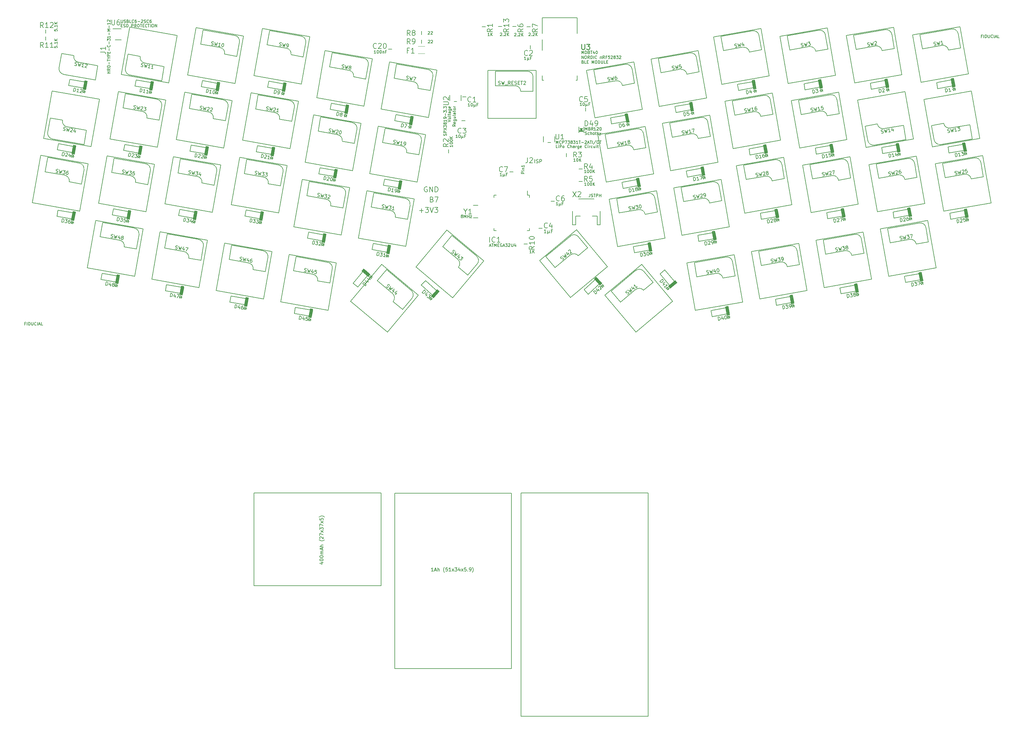
<source format=gbr>
G04 #@! TF.GenerationSoftware,KiCad,Pcbnew,(6.0.0-rc1-dev-1469-g932b9a334)*
G04 #@! TF.CreationDate,2019-08-07T07:36:24-07:00
G04 #@! TF.ProjectId,Laptreus-v2,4c617074-7265-4757-932d-76322e6b6963,rev?*
G04 #@! TF.SameCoordinates,Original*
G04 #@! TF.FileFunction,Legend,Top*
G04 #@! TF.FilePolarity,Positive*
%FSLAX46Y46*%
G04 Gerber Fmt 4.6, Leading zero omitted, Abs format (unit mm)*
G04 Created by KiCad (PCBNEW (6.0.0-rc1-dev-1469-g932b9a334)) date Wednesday, August 07, 2019 at 07:36:24 AM*
%MOMM*%
%LPD*%
G04 APERTURE LIST*
%ADD10C,0.150000*%
%ADD11C,0.200000*%
%ADD12C,0.120000*%
%ADD13C,0.250000*%
G04 APERTURE END LIST*
D10*
X119330819Y-73783974D02*
X119614152Y-73783974D01*
X119735581Y-74229212D02*
X119330819Y-74229212D01*
X119330819Y-73379212D01*
X119735581Y-73379212D01*
X120059391Y-74188736D02*
X120180819Y-74229212D01*
X120383200Y-74229212D01*
X120464152Y-74188736D01*
X120504629Y-74148260D01*
X120545105Y-74067308D01*
X120545105Y-73986355D01*
X120504629Y-73905403D01*
X120464152Y-73864927D01*
X120383200Y-73824450D01*
X120221295Y-73783974D01*
X120140343Y-73743498D01*
X120099867Y-73703022D01*
X120059391Y-73622069D01*
X120059391Y-73541117D01*
X120099867Y-73460165D01*
X120140343Y-73419689D01*
X120221295Y-73379212D01*
X120423676Y-73379212D01*
X120545105Y-73419689D01*
X120909391Y-74229212D02*
X120909391Y-73379212D01*
X121111772Y-73379212D01*
X121233200Y-73419689D01*
X121314152Y-73500641D01*
X121354629Y-73581593D01*
X121395105Y-73743498D01*
X121395105Y-73864927D01*
X121354629Y-74026831D01*
X121314152Y-74107784D01*
X121233200Y-74188736D01*
X121111772Y-74229212D01*
X120909391Y-74229212D01*
X122407010Y-74229212D02*
X122407010Y-73379212D01*
X122730819Y-73379212D01*
X122811772Y-73419689D01*
X122852248Y-73460165D01*
X122892724Y-73541117D01*
X122892724Y-73662546D01*
X122852248Y-73743498D01*
X122811772Y-73783974D01*
X122730819Y-73824450D01*
X122407010Y-73824450D01*
X123742724Y-74229212D02*
X123459391Y-73824450D01*
X123257010Y-74229212D02*
X123257010Y-73379212D01*
X123580819Y-73379212D01*
X123661772Y-73419689D01*
X123702248Y-73460165D01*
X123742724Y-73541117D01*
X123742724Y-73662546D01*
X123702248Y-73743498D01*
X123661772Y-73783974D01*
X123580819Y-73824450D01*
X123257010Y-73824450D01*
X124268914Y-73379212D02*
X124430819Y-73379212D01*
X124511772Y-73419689D01*
X124592724Y-73500641D01*
X124633200Y-73662546D01*
X124633200Y-73945879D01*
X124592724Y-74107784D01*
X124511772Y-74188736D01*
X124430819Y-74229212D01*
X124268914Y-74229212D01*
X124187962Y-74188736D01*
X124107010Y-74107784D01*
X124066533Y-73945879D01*
X124066533Y-73662546D01*
X124107010Y-73500641D01*
X124187962Y-73419689D01*
X124268914Y-73379212D01*
X124876057Y-73379212D02*
X125361772Y-73379212D01*
X125118914Y-74229212D02*
X125118914Y-73379212D01*
X125645105Y-73783974D02*
X125928438Y-73783974D01*
X126049867Y-74229212D02*
X125645105Y-74229212D01*
X125645105Y-73379212D01*
X126049867Y-73379212D01*
X126899867Y-74148260D02*
X126859391Y-74188736D01*
X126737962Y-74229212D01*
X126657010Y-74229212D01*
X126535581Y-74188736D01*
X126454629Y-74107784D01*
X126414152Y-74026831D01*
X126373676Y-73864927D01*
X126373676Y-73743498D01*
X126414152Y-73581593D01*
X126454629Y-73500641D01*
X126535581Y-73419689D01*
X126657010Y-73379212D01*
X126737962Y-73379212D01*
X126859391Y-73419689D01*
X126899867Y-73460165D01*
X127142724Y-73379212D02*
X127628438Y-73379212D01*
X127385581Y-74229212D02*
X127385581Y-73379212D01*
X127911772Y-74229212D02*
X127911772Y-73379212D01*
X128478438Y-73379212D02*
X128640343Y-73379212D01*
X128721295Y-73419689D01*
X128802248Y-73500641D01*
X128842724Y-73662546D01*
X128842724Y-73945879D01*
X128802248Y-74107784D01*
X128721295Y-74188736D01*
X128640343Y-74229212D01*
X128478438Y-74229212D01*
X128397486Y-74188736D01*
X128316533Y-74107784D01*
X128276057Y-73945879D01*
X128276057Y-73662546D01*
X128316533Y-73500641D01*
X128397486Y-73419689D01*
X128478438Y-73379212D01*
X129207010Y-74229212D02*
X129207010Y-73379212D01*
X129692724Y-74229212D01*
X129692724Y-73379212D01*
D11*
X206168914Y-127601831D02*
X207311772Y-127601831D01*
X206740343Y-128173260D02*
X206740343Y-127030403D01*
X207883200Y-126673260D02*
X208811772Y-126673260D01*
X208311772Y-127244689D01*
X208526057Y-127244689D01*
X208668914Y-127316117D01*
X208740343Y-127387546D01*
X208811772Y-127530403D01*
X208811772Y-127887546D01*
X208740343Y-128030403D01*
X208668914Y-128101831D01*
X208526057Y-128173260D01*
X208097486Y-128173260D01*
X207954629Y-128101831D01*
X207883200Y-128030403D01*
X209240343Y-126673260D02*
X209740343Y-128173260D01*
X210240343Y-126673260D01*
X210597486Y-126673260D02*
X211526057Y-126673260D01*
X211026057Y-127244689D01*
X211240343Y-127244689D01*
X211383200Y-127316117D01*
X211454629Y-127387546D01*
X211526057Y-127530403D01*
X211526057Y-127887546D01*
X211454629Y-128030403D01*
X211383200Y-128101831D01*
X211240343Y-128173260D01*
X210811772Y-128173260D01*
X210668914Y-128101831D01*
X210597486Y-128030403D01*
X209779629Y-124387546D02*
X209993914Y-124458974D01*
X210065343Y-124530403D01*
X210136772Y-124673260D01*
X210136772Y-124887546D01*
X210065343Y-125030403D01*
X209993914Y-125101831D01*
X209851057Y-125173260D01*
X209279629Y-125173260D01*
X209279629Y-123673260D01*
X209779629Y-123673260D01*
X209922486Y-123744689D01*
X209993914Y-123816117D01*
X210065343Y-123958974D01*
X210065343Y-124101831D01*
X209993914Y-124244689D01*
X209922486Y-124316117D01*
X209779629Y-124387546D01*
X209279629Y-124387546D01*
X210636772Y-123673260D02*
X211636772Y-123673260D01*
X210993914Y-125173260D01*
X208418914Y-120744689D02*
X208276057Y-120673260D01*
X208061772Y-120673260D01*
X207847486Y-120744689D01*
X207704629Y-120887546D01*
X207633200Y-121030403D01*
X207561772Y-121316117D01*
X207561772Y-121530403D01*
X207633200Y-121816117D01*
X207704629Y-121958974D01*
X207847486Y-122101831D01*
X208061772Y-122173260D01*
X208204629Y-122173260D01*
X208418914Y-122101831D01*
X208490343Y-122030403D01*
X208490343Y-121530403D01*
X208204629Y-121530403D01*
X209133200Y-122173260D02*
X209133200Y-120673260D01*
X209990343Y-122173260D01*
X209990343Y-120673260D01*
X210704629Y-122173260D02*
X210704629Y-120673260D01*
X211061772Y-120673260D01*
X211276057Y-120744689D01*
X211418914Y-120887546D01*
X211490343Y-121030403D01*
X211561772Y-121316117D01*
X211561772Y-121530403D01*
X211490343Y-121816117D01*
X211418914Y-121958974D01*
X211276057Y-122101831D01*
X211061772Y-122173260D01*
X210704629Y-122173260D01*
D10*
X253411652Y-83391712D02*
X253411652Y-82541712D01*
X253897367Y-83391712D01*
X253897367Y-82541712D01*
X254464033Y-82541712D02*
X254625938Y-82541712D01*
X254706891Y-82582189D01*
X254787843Y-82663141D01*
X254828319Y-82825046D01*
X254828319Y-83108379D01*
X254787843Y-83270284D01*
X254706891Y-83351236D01*
X254625938Y-83391712D01*
X254464033Y-83391712D01*
X254383081Y-83351236D01*
X254302129Y-83270284D01*
X254261652Y-83108379D01*
X254261652Y-82825046D01*
X254302129Y-82663141D01*
X254383081Y-82582189D01*
X254464033Y-82541712D01*
X255678319Y-83391712D02*
X255394986Y-82986950D01*
X255192605Y-83391712D02*
X255192605Y-82541712D01*
X255516414Y-82541712D01*
X255597367Y-82582189D01*
X255637843Y-82622665D01*
X255678319Y-82703617D01*
X255678319Y-82825046D01*
X255637843Y-82905998D01*
X255597367Y-82946474D01*
X255516414Y-82986950D01*
X255192605Y-82986950D01*
X256042605Y-83391712D02*
X256042605Y-82541712D01*
X256244986Y-82541712D01*
X256366414Y-82582189D01*
X256447367Y-82663141D01*
X256487843Y-82744093D01*
X256528319Y-82905998D01*
X256528319Y-83027427D01*
X256487843Y-83189331D01*
X256447367Y-83270284D01*
X256366414Y-83351236D01*
X256244986Y-83391712D01*
X256042605Y-83391712D01*
X256892605Y-83391712D02*
X256892605Y-82541712D01*
X257783081Y-83310760D02*
X257742605Y-83351236D01*
X257621176Y-83391712D01*
X257540224Y-83391712D01*
X257418795Y-83351236D01*
X257337843Y-83270284D01*
X257297367Y-83189331D01*
X257256891Y-83027427D01*
X257256891Y-82905998D01*
X257297367Y-82744093D01*
X257337843Y-82663141D01*
X257418795Y-82582189D01*
X257540224Y-82541712D01*
X257621176Y-82541712D01*
X257742605Y-82582189D01*
X257783081Y-82622665D01*
X258794986Y-82825046D02*
X258794986Y-83391712D01*
X258794986Y-82905998D02*
X258835462Y-82865522D01*
X258916414Y-82825046D01*
X259037843Y-82825046D01*
X259118795Y-82865522D01*
X259159272Y-82946474D01*
X259159272Y-83391712D01*
X260049748Y-83391712D02*
X259766414Y-82986950D01*
X259564033Y-83391712D02*
X259564033Y-82541712D01*
X259887843Y-82541712D01*
X259968795Y-82582189D01*
X260009272Y-82622665D01*
X260049748Y-82703617D01*
X260049748Y-82825046D01*
X260009272Y-82905998D01*
X259968795Y-82946474D01*
X259887843Y-82986950D01*
X259564033Y-82986950D01*
X260697367Y-82946474D02*
X260414033Y-82946474D01*
X260414033Y-83391712D02*
X260414033Y-82541712D01*
X260818795Y-82541712D01*
X261547367Y-82541712D02*
X261142605Y-82541712D01*
X261102129Y-82946474D01*
X261142605Y-82905998D01*
X261223557Y-82865522D01*
X261425938Y-82865522D01*
X261506891Y-82905998D01*
X261547367Y-82946474D01*
X261587843Y-83027427D01*
X261587843Y-83229808D01*
X261547367Y-83310760D01*
X261506891Y-83351236D01*
X261425938Y-83391712D01*
X261223557Y-83391712D01*
X261142605Y-83351236D01*
X261102129Y-83310760D01*
X261911652Y-82622665D02*
X261952129Y-82582189D01*
X262033081Y-82541712D01*
X262235462Y-82541712D01*
X262316414Y-82582189D01*
X262356891Y-82622665D01*
X262397367Y-82703617D01*
X262397367Y-82784569D01*
X262356891Y-82905998D01*
X261871176Y-83391712D01*
X262397367Y-83391712D01*
X262883081Y-82905998D02*
X262802129Y-82865522D01*
X262761652Y-82825046D01*
X262721176Y-82744093D01*
X262721176Y-82703617D01*
X262761652Y-82622665D01*
X262802129Y-82582189D01*
X262883081Y-82541712D01*
X263044986Y-82541712D01*
X263125938Y-82582189D01*
X263166414Y-82622665D01*
X263206891Y-82703617D01*
X263206891Y-82744093D01*
X263166414Y-82825046D01*
X263125938Y-82865522D01*
X263044986Y-82905998D01*
X262883081Y-82905998D01*
X262802129Y-82946474D01*
X262761652Y-82986950D01*
X262721176Y-83067903D01*
X262721176Y-83229808D01*
X262761652Y-83310760D01*
X262802129Y-83351236D01*
X262883081Y-83391712D01*
X263044986Y-83391712D01*
X263125938Y-83351236D01*
X263166414Y-83310760D01*
X263206891Y-83229808D01*
X263206891Y-83067903D01*
X263166414Y-82986950D01*
X263125938Y-82946474D01*
X263044986Y-82905998D01*
X263490224Y-82541712D02*
X264016414Y-82541712D01*
X263733081Y-82865522D01*
X263854510Y-82865522D01*
X263935462Y-82905998D01*
X263975938Y-82946474D01*
X264016414Y-83027427D01*
X264016414Y-83229808D01*
X263975938Y-83310760D01*
X263935462Y-83351236D01*
X263854510Y-83391712D01*
X263611652Y-83391712D01*
X263530700Y-83351236D01*
X263490224Y-83310760D01*
X264340224Y-82622665D02*
X264380700Y-82582189D01*
X264461652Y-82541712D01*
X264664033Y-82541712D01*
X264744986Y-82582189D01*
X264785462Y-82622665D01*
X264825938Y-82703617D01*
X264825938Y-82784569D01*
X264785462Y-82905998D01*
X264299748Y-83391712D01*
X264825938Y-83391712D01*
X253694986Y-84371474D02*
X253816414Y-84411950D01*
X253856891Y-84452427D01*
X253897367Y-84533379D01*
X253897367Y-84654808D01*
X253856891Y-84735760D01*
X253816414Y-84776236D01*
X253735462Y-84816712D01*
X253411652Y-84816712D01*
X253411652Y-83966712D01*
X253694986Y-83966712D01*
X253775938Y-84007189D01*
X253816414Y-84047665D01*
X253856891Y-84128617D01*
X253856891Y-84209569D01*
X253816414Y-84290522D01*
X253775938Y-84330998D01*
X253694986Y-84371474D01*
X253411652Y-84371474D01*
X254666414Y-84816712D02*
X254261652Y-84816712D01*
X254261652Y-83966712D01*
X254949748Y-84371474D02*
X255233081Y-84371474D01*
X255354510Y-84816712D02*
X254949748Y-84816712D01*
X254949748Y-83966712D01*
X255354510Y-83966712D01*
X256366414Y-84816712D02*
X256366414Y-83966712D01*
X256649748Y-84573855D01*
X256933081Y-83966712D01*
X256933081Y-84816712D01*
X257499748Y-83966712D02*
X257661652Y-83966712D01*
X257742605Y-84007189D01*
X257823557Y-84088141D01*
X257864033Y-84250046D01*
X257864033Y-84533379D01*
X257823557Y-84695284D01*
X257742605Y-84776236D01*
X257661652Y-84816712D01*
X257499748Y-84816712D01*
X257418795Y-84776236D01*
X257337843Y-84695284D01*
X257297367Y-84533379D01*
X257297367Y-84250046D01*
X257337843Y-84088141D01*
X257418795Y-84007189D01*
X257499748Y-83966712D01*
X258228319Y-84816712D02*
X258228319Y-83966712D01*
X258430700Y-83966712D01*
X258552129Y-84007189D01*
X258633081Y-84088141D01*
X258673557Y-84169093D01*
X258714033Y-84330998D01*
X258714033Y-84452427D01*
X258673557Y-84614331D01*
X258633081Y-84695284D01*
X258552129Y-84776236D01*
X258430700Y-84816712D01*
X258228319Y-84816712D01*
X259078319Y-83966712D02*
X259078319Y-84654808D01*
X259118795Y-84735760D01*
X259159272Y-84776236D01*
X259240224Y-84816712D01*
X259402129Y-84816712D01*
X259483081Y-84776236D01*
X259523557Y-84735760D01*
X259564033Y-84654808D01*
X259564033Y-83966712D01*
X260373557Y-84816712D02*
X259968795Y-84816712D01*
X259968795Y-83966712D01*
X260656891Y-84371474D02*
X260940224Y-84371474D01*
X261061652Y-84816712D02*
X260656891Y-84816712D01*
X260656891Y-83966712D01*
X261061652Y-83966712D01*
X254374867Y-105488736D02*
X254496295Y-105529212D01*
X254698676Y-105529212D01*
X254779629Y-105488736D01*
X254820105Y-105448260D01*
X254860581Y-105367308D01*
X254860581Y-105286355D01*
X254820105Y-105205403D01*
X254779629Y-105164927D01*
X254698676Y-105124450D01*
X254536772Y-105083974D01*
X254455819Y-105043498D01*
X254415343Y-105003022D01*
X254374867Y-104922069D01*
X254374867Y-104841117D01*
X254415343Y-104760165D01*
X254455819Y-104719689D01*
X254536772Y-104679212D01*
X254739152Y-104679212D01*
X254860581Y-104719689D01*
X255589152Y-105488736D02*
X255508200Y-105529212D01*
X255346295Y-105529212D01*
X255265343Y-105488736D01*
X255224867Y-105448260D01*
X255184391Y-105367308D01*
X255184391Y-105124450D01*
X255224867Y-105043498D01*
X255265343Y-105003022D01*
X255346295Y-104962546D01*
X255508200Y-104962546D01*
X255589152Y-105003022D01*
X255953438Y-105529212D02*
X255953438Y-104679212D01*
X256317724Y-105529212D02*
X256317724Y-105083974D01*
X256277248Y-105003022D01*
X256196295Y-104962546D01*
X256074867Y-104962546D01*
X255993914Y-105003022D01*
X255953438Y-105043498D01*
X256843914Y-105529212D02*
X256762962Y-105488736D01*
X256722486Y-105448260D01*
X256682010Y-105367308D01*
X256682010Y-105124450D01*
X256722486Y-105043498D01*
X256762962Y-105003022D01*
X256843914Y-104962546D01*
X256965343Y-104962546D01*
X257046295Y-105003022D01*
X257086772Y-105043498D01*
X257127248Y-105124450D01*
X257127248Y-105367308D01*
X257086772Y-105448260D01*
X257046295Y-105488736D01*
X256965343Y-105529212D01*
X256843914Y-105529212D01*
X257370105Y-104962546D02*
X257693914Y-104962546D01*
X257491533Y-104679212D02*
X257491533Y-105407784D01*
X257532010Y-105488736D01*
X257612962Y-105529212D01*
X257693914Y-105529212D01*
X257977248Y-105529212D02*
X257977248Y-104679212D01*
X258058200Y-105205403D02*
X258301057Y-105529212D01*
X258301057Y-104962546D02*
X257977248Y-105286355D01*
X258584391Y-104962546D02*
X258786772Y-105529212D01*
X258989152Y-104962546D02*
X258786772Y-105529212D01*
X258705819Y-105731593D01*
X258665343Y-105772069D01*
X258584391Y-105812546D01*
X246349867Y-109354212D02*
X245945105Y-109354212D01*
X245945105Y-108504212D01*
X246633200Y-109354212D02*
X246633200Y-108787546D01*
X246633200Y-108504212D02*
X246592724Y-108544689D01*
X246633200Y-108585165D01*
X246673676Y-108544689D01*
X246633200Y-108504212D01*
X246633200Y-108585165D01*
X247037962Y-109354212D02*
X247037962Y-108504212D01*
X247361772Y-108504212D01*
X247442724Y-108544689D01*
X247483200Y-108585165D01*
X247523676Y-108666117D01*
X247523676Y-108787546D01*
X247483200Y-108868498D01*
X247442724Y-108908974D01*
X247361772Y-108949450D01*
X247037962Y-108949450D01*
X248009391Y-109354212D02*
X247928438Y-109313736D01*
X247887962Y-109273260D01*
X247847486Y-109192308D01*
X247847486Y-108949450D01*
X247887962Y-108868498D01*
X247928438Y-108828022D01*
X248009391Y-108787546D01*
X248130819Y-108787546D01*
X248211772Y-108828022D01*
X248252248Y-108868498D01*
X248292724Y-108949450D01*
X248292724Y-109192308D01*
X248252248Y-109273260D01*
X248211772Y-109313736D01*
X248130819Y-109354212D01*
X248009391Y-109354212D01*
X249790343Y-109273260D02*
X249749867Y-109313736D01*
X249628438Y-109354212D01*
X249547486Y-109354212D01*
X249426057Y-109313736D01*
X249345105Y-109232784D01*
X249304629Y-109151831D01*
X249264152Y-108989927D01*
X249264152Y-108868498D01*
X249304629Y-108706593D01*
X249345105Y-108625641D01*
X249426057Y-108544689D01*
X249547486Y-108504212D01*
X249628438Y-108504212D01*
X249749867Y-108544689D01*
X249790343Y-108585165D01*
X250154629Y-109354212D02*
X250154629Y-108504212D01*
X250518914Y-109354212D02*
X250518914Y-108908974D01*
X250478438Y-108828022D01*
X250397486Y-108787546D01*
X250276057Y-108787546D01*
X250195105Y-108828022D01*
X250154629Y-108868498D01*
X251287962Y-109354212D02*
X251287962Y-108908974D01*
X251247486Y-108828022D01*
X251166533Y-108787546D01*
X251004629Y-108787546D01*
X250923676Y-108828022D01*
X251287962Y-109313736D02*
X251207010Y-109354212D01*
X251004629Y-109354212D01*
X250923676Y-109313736D01*
X250883200Y-109232784D01*
X250883200Y-109151831D01*
X250923676Y-109070879D01*
X251004629Y-109030403D01*
X251207010Y-109030403D01*
X251287962Y-108989927D01*
X251692724Y-109354212D02*
X251692724Y-108787546D01*
X251692724Y-108949450D02*
X251733200Y-108868498D01*
X251773676Y-108828022D01*
X251854629Y-108787546D01*
X251935581Y-108787546D01*
X252583200Y-108787546D02*
X252583200Y-109475641D01*
X252542724Y-109556593D01*
X252502248Y-109597069D01*
X252421295Y-109637546D01*
X252299867Y-109637546D01*
X252218914Y-109597069D01*
X252583200Y-109313736D02*
X252502248Y-109354212D01*
X252340343Y-109354212D01*
X252259391Y-109313736D01*
X252218914Y-109273260D01*
X252178438Y-109192308D01*
X252178438Y-108949450D01*
X252218914Y-108868498D01*
X252259391Y-108828022D01*
X252340343Y-108787546D01*
X252502248Y-108787546D01*
X252583200Y-108828022D01*
X253311772Y-109313736D02*
X253230819Y-109354212D01*
X253068914Y-109354212D01*
X252987962Y-109313736D01*
X252947486Y-109232784D01*
X252947486Y-108908974D01*
X252987962Y-108828022D01*
X253068914Y-108787546D01*
X253230819Y-108787546D01*
X253311772Y-108828022D01*
X253352248Y-108908974D01*
X253352248Y-108989927D01*
X252947486Y-109070879D01*
X254849867Y-109273260D02*
X254809391Y-109313736D01*
X254687962Y-109354212D01*
X254607010Y-109354212D01*
X254485581Y-109313736D01*
X254404629Y-109232784D01*
X254364152Y-109151831D01*
X254323676Y-108989927D01*
X254323676Y-108868498D01*
X254364152Y-108706593D01*
X254404629Y-108625641D01*
X254485581Y-108544689D01*
X254607010Y-108504212D01*
X254687962Y-108504212D01*
X254809391Y-108544689D01*
X254849867Y-108585165D01*
X255214152Y-109354212D02*
X255214152Y-108787546D01*
X255214152Y-108504212D02*
X255173676Y-108544689D01*
X255214152Y-108585165D01*
X255254629Y-108544689D01*
X255214152Y-108504212D01*
X255214152Y-108585165D01*
X255618914Y-109354212D02*
X255618914Y-108787546D01*
X255618914Y-108949450D02*
X255659391Y-108868498D01*
X255699867Y-108828022D01*
X255780819Y-108787546D01*
X255861772Y-108787546D01*
X256509391Y-109313736D02*
X256428438Y-109354212D01*
X256266533Y-109354212D01*
X256185581Y-109313736D01*
X256145105Y-109273260D01*
X256104629Y-109192308D01*
X256104629Y-108949450D01*
X256145105Y-108868498D01*
X256185581Y-108828022D01*
X256266533Y-108787546D01*
X256428438Y-108787546D01*
X256509391Y-108828022D01*
X257237962Y-108787546D02*
X257237962Y-109354212D01*
X256873676Y-108787546D02*
X256873676Y-109232784D01*
X256914152Y-109313736D01*
X256995105Y-109354212D01*
X257116533Y-109354212D01*
X257197486Y-109313736D01*
X257237962Y-109273260D01*
X257642724Y-109354212D02*
X257642724Y-108787546D01*
X257642724Y-108504212D02*
X257602248Y-108544689D01*
X257642724Y-108585165D01*
X257683200Y-108544689D01*
X257642724Y-108504212D01*
X257642724Y-108585165D01*
X257926057Y-108787546D02*
X258249867Y-108787546D01*
X258047486Y-108504212D02*
X258047486Y-109232784D01*
X258087962Y-109313736D01*
X258168914Y-109354212D01*
X258249867Y-109354212D01*
X214433795Y-101781474D02*
X215283795Y-101498141D01*
X214433795Y-101214808D01*
X215283795Y-100810046D02*
X215243319Y-100890998D01*
X215202843Y-100931474D01*
X215121891Y-100971950D01*
X214879033Y-100971950D01*
X214798081Y-100931474D01*
X214757605Y-100890998D01*
X214717129Y-100810046D01*
X214717129Y-100688617D01*
X214757605Y-100607665D01*
X214798081Y-100567189D01*
X214879033Y-100526712D01*
X215121891Y-100526712D01*
X215202843Y-100567189D01*
X215243319Y-100607665D01*
X215283795Y-100688617D01*
X215283795Y-100810046D01*
X215283795Y-100040998D02*
X215243319Y-100121950D01*
X215162367Y-100162427D01*
X214433795Y-100162427D01*
X214717129Y-99838617D02*
X214717129Y-99514808D01*
X214433795Y-99717189D02*
X215162367Y-99717189D01*
X215243319Y-99676712D01*
X215283795Y-99595760D01*
X215283795Y-99514808D01*
X215283795Y-98867189D02*
X214838557Y-98867189D01*
X214757605Y-98907665D01*
X214717129Y-98988617D01*
X214717129Y-99150522D01*
X214757605Y-99231474D01*
X215243319Y-98867189D02*
X215283795Y-98948141D01*
X215283795Y-99150522D01*
X215243319Y-99231474D01*
X215162367Y-99271950D01*
X215081414Y-99271950D01*
X215000462Y-99231474D01*
X214959986Y-99150522D01*
X214959986Y-98948141D01*
X214919510Y-98867189D01*
X214717129Y-98098141D02*
X215405224Y-98098141D01*
X215486176Y-98138617D01*
X215526652Y-98179093D01*
X215567129Y-98260046D01*
X215567129Y-98381474D01*
X215526652Y-98462427D01*
X215243319Y-98098141D02*
X215283795Y-98179093D01*
X215283795Y-98340998D01*
X215243319Y-98421950D01*
X215202843Y-98462427D01*
X215121891Y-98502903D01*
X214879033Y-98502903D01*
X214798081Y-98462427D01*
X214757605Y-98421950D01*
X214717129Y-98340998D01*
X214717129Y-98179093D01*
X214757605Y-98098141D01*
X215243319Y-97369569D02*
X215283795Y-97450522D01*
X215283795Y-97612427D01*
X215243319Y-97693379D01*
X215162367Y-97733855D01*
X214838557Y-97733855D01*
X214757605Y-97693379D01*
X214717129Y-97612427D01*
X214717129Y-97450522D01*
X214757605Y-97369569D01*
X214838557Y-97329093D01*
X214919510Y-97329093D01*
X215000462Y-97733855D01*
X216708795Y-102590998D02*
X216304033Y-102874331D01*
X216708795Y-103076712D02*
X215858795Y-103076712D01*
X215858795Y-102752903D01*
X215899272Y-102671950D01*
X215939748Y-102631474D01*
X216020700Y-102590998D01*
X216142129Y-102590998D01*
X216223081Y-102631474D01*
X216263557Y-102671950D01*
X216304033Y-102752903D01*
X216304033Y-103076712D01*
X216668319Y-101902903D02*
X216708795Y-101983855D01*
X216708795Y-102145760D01*
X216668319Y-102226712D01*
X216587367Y-102267189D01*
X216263557Y-102267189D01*
X216182605Y-102226712D01*
X216142129Y-102145760D01*
X216142129Y-101983855D01*
X216182605Y-101902903D01*
X216263557Y-101862427D01*
X216344510Y-101862427D01*
X216425462Y-102267189D01*
X216142129Y-101133855D02*
X216830224Y-101133855D01*
X216911176Y-101174331D01*
X216951652Y-101214808D01*
X216992129Y-101295760D01*
X216992129Y-101417189D01*
X216951652Y-101498141D01*
X216668319Y-101133855D02*
X216708795Y-101214808D01*
X216708795Y-101376712D01*
X216668319Y-101457665D01*
X216627843Y-101498141D01*
X216546891Y-101538617D01*
X216304033Y-101538617D01*
X216223081Y-101498141D01*
X216182605Y-101457665D01*
X216142129Y-101376712D01*
X216142129Y-101214808D01*
X216182605Y-101133855D01*
X216142129Y-100364808D02*
X216708795Y-100364808D01*
X216142129Y-100729093D02*
X216587367Y-100729093D01*
X216668319Y-100688617D01*
X216708795Y-100607665D01*
X216708795Y-100486236D01*
X216668319Y-100405284D01*
X216627843Y-100364808D01*
X216708795Y-99838617D02*
X216668319Y-99919569D01*
X216587367Y-99960046D01*
X215858795Y-99960046D01*
X216708795Y-99150522D02*
X216263557Y-99150522D01*
X216182605Y-99190998D01*
X216142129Y-99271950D01*
X216142129Y-99433855D01*
X216182605Y-99514808D01*
X216668319Y-99150522D02*
X216708795Y-99231474D01*
X216708795Y-99433855D01*
X216668319Y-99514808D01*
X216587367Y-99555284D01*
X216506414Y-99555284D01*
X216425462Y-99514808D01*
X216384986Y-99433855D01*
X216384986Y-99231474D01*
X216344510Y-99150522D01*
X216142129Y-98867189D02*
X216142129Y-98543379D01*
X215858795Y-98745760D02*
X216587367Y-98745760D01*
X216668319Y-98705284D01*
X216708795Y-98624331D01*
X216708795Y-98543379D01*
X216708795Y-98138617D02*
X216668319Y-98219569D01*
X216627843Y-98260046D01*
X216546891Y-98300522D01*
X216304033Y-98300522D01*
X216223081Y-98260046D01*
X216182605Y-98219569D01*
X216142129Y-98138617D01*
X216142129Y-98017189D01*
X216182605Y-97936236D01*
X216223081Y-97895760D01*
X216304033Y-97855284D01*
X216546891Y-97855284D01*
X216627843Y-97895760D01*
X216668319Y-97936236D01*
X216708795Y-98017189D01*
X216708795Y-98138617D01*
X216708795Y-97490998D02*
X216142129Y-97490998D01*
X216304033Y-97490998D02*
X216223081Y-97450522D01*
X216182605Y-97410046D01*
X216142129Y-97329093D01*
X216142129Y-97248141D01*
X158004751Y-236824662D02*
X158004751Y-209824663D01*
X195004752Y-236824663D02*
X158004751Y-236824662D01*
X195004751Y-209824663D02*
X195004752Y-236824663D01*
X158004751Y-209824663D02*
X195004751Y-209824663D01*
X177490465Y-230072282D02*
X178157131Y-230072282D01*
X177109512Y-230310377D02*
X177823798Y-230548472D01*
X177823798Y-229929424D01*
X177157131Y-229357996D02*
X177157131Y-229262758D01*
X177204751Y-229167520D01*
X177252370Y-229119901D01*
X177347608Y-229072282D01*
X177538084Y-229024663D01*
X177776179Y-229024663D01*
X177966655Y-229072282D01*
X178061893Y-229119901D01*
X178109512Y-229167520D01*
X178157131Y-229262758D01*
X178157131Y-229357996D01*
X178109512Y-229453234D01*
X178061893Y-229500853D01*
X177966655Y-229548472D01*
X177776179Y-229596091D01*
X177538084Y-229596091D01*
X177347608Y-229548472D01*
X177252370Y-229500853D01*
X177204751Y-229453234D01*
X177157131Y-229357996D01*
X177157131Y-228405615D02*
X177157131Y-228310377D01*
X177204751Y-228215139D01*
X177252370Y-228167520D01*
X177347608Y-228119901D01*
X177538084Y-228072282D01*
X177776179Y-228072282D01*
X177966655Y-228119901D01*
X178061893Y-228167520D01*
X178109512Y-228215139D01*
X178157131Y-228310377D01*
X178157131Y-228405615D01*
X178109512Y-228500853D01*
X178061893Y-228548472D01*
X177966655Y-228596091D01*
X177776179Y-228643710D01*
X177538084Y-228643710D01*
X177347608Y-228596091D01*
X177252370Y-228548472D01*
X177204751Y-228500853D01*
X177157131Y-228405615D01*
X178157131Y-227643710D02*
X177490465Y-227643710D01*
X177585703Y-227643710D02*
X177538084Y-227596091D01*
X177490465Y-227500853D01*
X177490465Y-227357996D01*
X177538084Y-227262758D01*
X177633322Y-227215139D01*
X178157131Y-227215139D01*
X177633322Y-227215139D02*
X177538084Y-227167520D01*
X177490465Y-227072282D01*
X177490465Y-226929424D01*
X177538084Y-226834186D01*
X177633322Y-226786567D01*
X178157131Y-226786567D01*
X177871417Y-226357996D02*
X177871417Y-225881805D01*
X178157131Y-226453234D02*
X177157131Y-226119901D01*
X178157131Y-225786567D01*
X178157131Y-225453234D02*
X177157131Y-225453234D01*
X178157131Y-225024663D02*
X177633322Y-225024663D01*
X177538084Y-225072282D01*
X177490465Y-225167520D01*
X177490465Y-225310377D01*
X177538084Y-225405615D01*
X177585703Y-225453234D01*
X178538084Y-223500853D02*
X178490465Y-223548472D01*
X178347608Y-223643710D01*
X178252370Y-223691329D01*
X178109512Y-223738948D01*
X177871417Y-223786567D01*
X177680941Y-223786567D01*
X177442846Y-223738948D01*
X177299989Y-223691329D01*
X177204751Y-223643710D01*
X177061893Y-223548472D01*
X177014274Y-223500853D01*
X177252370Y-223167520D02*
X177204751Y-223119901D01*
X177157131Y-223024663D01*
X177157131Y-222786567D01*
X177204751Y-222691329D01*
X177252370Y-222643710D01*
X177347608Y-222596091D01*
X177442846Y-222596091D01*
X177585703Y-222643710D01*
X178157131Y-223215139D01*
X178157131Y-222596091D01*
X177157131Y-222262758D02*
X177157131Y-221596091D01*
X178157131Y-222024663D01*
X178157131Y-221310377D02*
X177490465Y-220786567D01*
X177490465Y-221310377D02*
X178157131Y-220786567D01*
X177157131Y-220500853D02*
X177157131Y-219881805D01*
X177538084Y-220215139D01*
X177538084Y-220072282D01*
X177585703Y-219977043D01*
X177633322Y-219929424D01*
X177728560Y-219881805D01*
X177966655Y-219881805D01*
X178061893Y-219929424D01*
X178109512Y-219977043D01*
X178157131Y-220072282D01*
X178157131Y-220357996D01*
X178109512Y-220453234D01*
X178061893Y-220500853D01*
X177157131Y-219548472D02*
X177157131Y-218881805D01*
X178157131Y-219310377D01*
X178157131Y-218596091D02*
X177490465Y-218072282D01*
X177490465Y-218596091D02*
X178157131Y-218072282D01*
X177157131Y-217215139D02*
X177157131Y-217691329D01*
X177633322Y-217738948D01*
X177585703Y-217691329D01*
X177538084Y-217596091D01*
X177538084Y-217357996D01*
X177585703Y-217262758D01*
X177633322Y-217215139D01*
X177728560Y-217167520D01*
X177966655Y-217167520D01*
X178061893Y-217215139D01*
X178109512Y-217262758D01*
X178157131Y-217357996D01*
X178157131Y-217596091D01*
X178109512Y-217691329D01*
X178061893Y-217738948D01*
X178538084Y-216834186D02*
X178490465Y-216786567D01*
X178347608Y-216691329D01*
X178252370Y-216643710D01*
X178109512Y-216596091D01*
X177871417Y-216548472D01*
X177680941Y-216548472D01*
X177442846Y-216596091D01*
X177299989Y-216643710D01*
X177204751Y-216691329D01*
X177061893Y-216786567D01*
X177014274Y-216834186D01*
X210229623Y-232603905D02*
X209658195Y-232603905D01*
X209943909Y-232603905D02*
X209943909Y-231603905D01*
X209848671Y-231746763D01*
X209753433Y-231842001D01*
X209658195Y-231889620D01*
X210610576Y-232318191D02*
X211086766Y-232318191D01*
X210515338Y-232603905D02*
X210848671Y-231603905D01*
X211182004Y-232603905D01*
X211515338Y-232603905D02*
X211515338Y-231603905D01*
X211943909Y-232603905D02*
X211943909Y-232080096D01*
X211896290Y-231984858D01*
X211801052Y-231937239D01*
X211658195Y-231937239D01*
X211562957Y-231984858D01*
X211515338Y-232032477D01*
X213467719Y-232984858D02*
X213420100Y-232937239D01*
X213324862Y-232794382D01*
X213277243Y-232699144D01*
X213229623Y-232556286D01*
X213182004Y-232318191D01*
X213182004Y-232127715D01*
X213229623Y-231889620D01*
X213277243Y-231746763D01*
X213324862Y-231651525D01*
X213420100Y-231508667D01*
X213467719Y-231461048D01*
X214324862Y-231603905D02*
X213848671Y-231603905D01*
X213801052Y-232080096D01*
X213848671Y-232032477D01*
X213943909Y-231984858D01*
X214182004Y-231984858D01*
X214277243Y-232032477D01*
X214324862Y-232080096D01*
X214372481Y-232175334D01*
X214372481Y-232413429D01*
X214324862Y-232508667D01*
X214277243Y-232556286D01*
X214182004Y-232603905D01*
X213943909Y-232603905D01*
X213848671Y-232556286D01*
X213801052Y-232508667D01*
X215324862Y-232603905D02*
X214753433Y-232603905D01*
X215039147Y-232603905D02*
X215039147Y-231603905D01*
X214943909Y-231746763D01*
X214848671Y-231842001D01*
X214753433Y-231889620D01*
X215658195Y-232603905D02*
X216182004Y-231937239D01*
X215658195Y-231937239D02*
X216182004Y-232603905D01*
X216467719Y-231603905D02*
X217086766Y-231603905D01*
X216753433Y-231984858D01*
X216896290Y-231984858D01*
X216991528Y-232032477D01*
X217039147Y-232080096D01*
X217086766Y-232175334D01*
X217086766Y-232413429D01*
X217039147Y-232508667D01*
X216991528Y-232556286D01*
X216896290Y-232603905D01*
X216610576Y-232603905D01*
X216515338Y-232556286D01*
X216467719Y-232508667D01*
X217943909Y-231937239D02*
X217943909Y-232603905D01*
X217705814Y-231556286D02*
X217467719Y-232270572D01*
X218086766Y-232270572D01*
X218372481Y-232603905D02*
X218896290Y-231937239D01*
X218372481Y-231937239D02*
X218896290Y-232603905D01*
X219753433Y-231603905D02*
X219277243Y-231603905D01*
X219229623Y-232080096D01*
X219277243Y-232032477D01*
X219372481Y-231984858D01*
X219610576Y-231984858D01*
X219705814Y-232032477D01*
X219753433Y-232080096D01*
X219801052Y-232175334D01*
X219801052Y-232413429D01*
X219753433Y-232508667D01*
X219705814Y-232556286D01*
X219610576Y-232603905D01*
X219372481Y-232603905D01*
X219277243Y-232556286D01*
X219229623Y-232508667D01*
X220229623Y-232508667D02*
X220277243Y-232556286D01*
X220229623Y-232603905D01*
X220182004Y-232556286D01*
X220229623Y-232508667D01*
X220229623Y-232603905D01*
X220753433Y-232603905D02*
X220943909Y-232603905D01*
X221039147Y-232556286D01*
X221086766Y-232508667D01*
X221182004Y-232365810D01*
X221229623Y-232175334D01*
X221229623Y-231794382D01*
X221182004Y-231699144D01*
X221134385Y-231651525D01*
X221039147Y-231603905D01*
X220848671Y-231603905D01*
X220753433Y-231651525D01*
X220705814Y-231699144D01*
X220658195Y-231794382D01*
X220658195Y-232032477D01*
X220705814Y-232127715D01*
X220753433Y-232175334D01*
X220848671Y-232222953D01*
X221039147Y-232222953D01*
X221134385Y-232175334D01*
X221182004Y-232127715D01*
X221229623Y-232032477D01*
X221562957Y-232984858D02*
X221610576Y-232937239D01*
X221705814Y-232794382D01*
X221753433Y-232699144D01*
X221801052Y-232556286D01*
X221848671Y-232318191D01*
X221848671Y-232127715D01*
X221801052Y-231889620D01*
X221753433Y-231746763D01*
X221705814Y-231651525D01*
X221610576Y-231508667D01*
X221562957Y-231461048D01*
X198977243Y-209951525D02*
X198977243Y-260951524D01*
X232977243Y-209951525D02*
X198977243Y-209951525D01*
X232977243Y-260951524D02*
X232977243Y-209951525D01*
X198977243Y-260951524D02*
X232977243Y-260951524D01*
X272723765Y-274854169D02*
X235723764Y-274854168D01*
X235723764Y-274854168D02*
X235723764Y-209854168D01*
X235723764Y-209854168D02*
X272723764Y-209854169D01*
X272723764Y-209854169D02*
X272723765Y-274854169D01*
G04 #@! TO.C,X2*
X252511771Y-124244689D02*
X257011771Y-124244689D01*
X258761771Y-127744689D02*
X258761771Y-131744689D01*
X258761771Y-131744689D02*
X257911771Y-131744689D01*
X257911771Y-131744689D02*
X257911771Y-129244689D01*
X257911771Y-129244689D02*
X256511771Y-129244689D01*
X253011771Y-129244689D02*
X251611771Y-129244689D01*
X251611771Y-129244689D02*
X251611771Y-131744689D01*
X251611771Y-131744689D02*
X250761771Y-131744689D01*
X250761771Y-131744689D02*
X250761771Y-127744689D01*
G04 #@! TO.C,SW11*
X126241492Y-84673227D02*
X131884440Y-85668231D01*
X124882800Y-82732813D02*
G75*
G03X126241492Y-84673227I1649553J-290861D01*
G01*
X120610490Y-86259512D02*
G75*
G03X121969180Y-88199926I1649552J-290862D01*
G01*
X121969180Y-88199926D02*
X131152513Y-89819196D01*
X131153383Y-89814272D02*
X131884440Y-85668231D01*
X120610489Y-86259513D02*
X121342416Y-82108548D01*
X121342416Y-82108548D02*
X124882800Y-82732813D01*
X133212534Y-90431213D02*
X119425225Y-88000138D01*
X119425225Y-88000138D02*
X121856300Y-74212829D01*
X121856300Y-74212829D02*
X135643609Y-76643904D01*
X135643609Y-76643904D02*
X133212534Y-90431213D01*
D12*
G04 #@! TO.C,F1*
X205736772Y-79749689D02*
X207736772Y-79749689D01*
X207736772Y-81889689D02*
X205736772Y-81889689D01*
D10*
G04 #@! TO.C,SW12*
X106918847Y-84445897D02*
X112561795Y-85440901D01*
X105560155Y-82505483D02*
G75*
G03X106918847Y-84445897I1649553J-290861D01*
G01*
X101287845Y-86032182D02*
G75*
G03X102646535Y-87972596I1649552J-290862D01*
G01*
X102646535Y-87972596D02*
X111829868Y-89591866D01*
X111830738Y-89586942D02*
X112561795Y-85440901D01*
X101287844Y-86032183D02*
X102019771Y-81881218D01*
X102019771Y-81881218D02*
X105560155Y-82505483D01*
G04 #@! TO.C,SW47*
X137663936Y-139560576D02*
X132020988Y-138565572D01*
X139022628Y-141500990D02*
G75*
G03X137663936Y-139560576I-1649553J290861D01*
G01*
X143294938Y-137974291D02*
G75*
G03X141936248Y-136033877I-1649552J290862D01*
G01*
X141936248Y-136033877D02*
X132752915Y-134414607D01*
X132752045Y-134419531D02*
X132020988Y-138565572D01*
X143294939Y-137974290D02*
X142563012Y-142125255D01*
X142563012Y-142125255D02*
X139022628Y-141500990D01*
X130692894Y-133802590D02*
X144480203Y-136233665D01*
X144480203Y-136233665D02*
X142049128Y-150020974D01*
X142049128Y-150020974D02*
X128261819Y-147589899D01*
X128261819Y-147589899D02*
X130692894Y-133802590D01*
G04 #@! TO.C,SW24*
X103621574Y-103252581D02*
X109264522Y-104247585D01*
X102262882Y-101312167D02*
G75*
G03X103621574Y-103252581I1649553J-290861D01*
G01*
X97990572Y-104838866D02*
G75*
G03X99349262Y-106779280I1649552J-290862D01*
G01*
X99349262Y-106779280D02*
X108532595Y-108398550D01*
X108533465Y-108393626D02*
X109264522Y-104247585D01*
X97990571Y-104838867D02*
X98722498Y-100687902D01*
X98722498Y-100687902D02*
X102262882Y-101312167D01*
X110592616Y-109010567D02*
X96805307Y-106579492D01*
X96805307Y-106579492D02*
X99236382Y-92792183D01*
X99236382Y-92792183D02*
X113023691Y-95223258D01*
X113023691Y-95223258D02*
X110592616Y-109010567D01*
G04 #@! TO.C,SW_RESET2*
X233976772Y-91254688D02*
X228246772Y-91254688D01*
X235651772Y-92929688D02*
G75*
G03X233976772Y-91254688I-1675000J0D01*
G01*
X239246772Y-88714689D02*
G75*
G03X237571773Y-87039688I-1675000J1D01*
G01*
X237571773Y-87039688D02*
X228246772Y-87039688D01*
X228246770Y-87044688D02*
X228246772Y-91254688D01*
X239246772Y-88714688D02*
X239246772Y-92929688D01*
X239246772Y-92929688D02*
X235651772Y-92929688D01*
X226111772Y-86794688D02*
X240111772Y-86794688D01*
X240111772Y-86794688D02*
X240111772Y-100794688D01*
X240111772Y-100794688D02*
X226111772Y-100794688D01*
X226111772Y-100794688D02*
X226111772Y-86794688D01*
G04 #@! TO.C,SW1*
X358212196Y-79531745D02*
X352569248Y-80526749D01*
X360152610Y-80890437D02*
G75*
G03X358212196Y-79531745I-1649553J-290861D01*
G01*
X362961067Y-76115208D02*
G75*
G03X361020654Y-74756515I-1649553J-290860D01*
G01*
X361020654Y-74756515D02*
X351837321Y-76375784D01*
X351838187Y-76380708D02*
X352569248Y-80526749D01*
X362961067Y-76115207D02*
X363692994Y-80266172D01*
X363692994Y-80266172D02*
X360152610Y-80890437D01*
X349692212Y-76505245D02*
X363479521Y-74074170D01*
X363479521Y-74074170D02*
X365910596Y-87861479D01*
X365910596Y-87861479D02*
X352123287Y-90292554D01*
X352123287Y-90292554D02*
X349692212Y-76505245D01*
G04 #@! TO.C,SW2*
X338900277Y-79712978D02*
X333257329Y-80707982D01*
X340840691Y-81071670D02*
G75*
G03X338900277Y-79712978I-1649553J-290861D01*
G01*
X343649148Y-76296441D02*
G75*
G03X341708735Y-74937748I-1649553J-290860D01*
G01*
X341708735Y-74937748D02*
X332525402Y-76557017D01*
X332526268Y-76561941D02*
X333257329Y-80707982D01*
X343649148Y-76296440D02*
X344381075Y-80447405D01*
X344381075Y-80447405D02*
X340840691Y-81071670D01*
X330380293Y-76686478D02*
X344167602Y-74255403D01*
X344167602Y-74255403D02*
X346598677Y-88042712D01*
X346598677Y-88042712D02*
X332811368Y-90473787D01*
X332811368Y-90473787D02*
X330380293Y-76686478D01*
G04 #@! TO.C,SW3*
X319588356Y-79894212D02*
X313945408Y-80889216D01*
X321528770Y-81252904D02*
G75*
G03X319588356Y-79894212I-1649553J-290861D01*
G01*
X324337227Y-76477675D02*
G75*
G03X322396814Y-75118982I-1649553J-290860D01*
G01*
X322396814Y-75118982D02*
X313213481Y-76738251D01*
X313214347Y-76743175D02*
X313945408Y-80889216D01*
X324337227Y-76477674D02*
X325069154Y-80628639D01*
X325069154Y-80628639D02*
X321528770Y-81252904D01*
X311068372Y-76867712D02*
X324855681Y-74436637D01*
X324855681Y-74436637D02*
X327286756Y-88223946D01*
X327286756Y-88223946D02*
X313499447Y-90655021D01*
X313499447Y-90655021D02*
X311068372Y-76867712D01*
G04 #@! TO.C,SW4*
X300276435Y-80075445D02*
X294633487Y-81070449D01*
X302216849Y-81434137D02*
G75*
G03X300276435Y-80075445I-1649553J-290861D01*
G01*
X305025306Y-76658908D02*
G75*
G03X303084893Y-75300215I-1649553J-290860D01*
G01*
X303084893Y-75300215D02*
X293901560Y-76919484D01*
X293902426Y-76924408D02*
X294633487Y-81070449D01*
X305025306Y-76658907D02*
X305757233Y-80809872D01*
X305757233Y-80809872D02*
X302216849Y-81434137D01*
X291756451Y-77048945D02*
X305543760Y-74617870D01*
X305543760Y-74617870D02*
X307974835Y-88405179D01*
X307974835Y-88405179D02*
X294187526Y-90836254D01*
X294187526Y-90836254D02*
X291756451Y-77048945D01*
G04 #@! TO.C,SW5*
X282067182Y-86510207D02*
X276424234Y-87505211D01*
X284007596Y-87868899D02*
G75*
G03X282067182Y-86510207I-1649553J-290861D01*
G01*
X286816053Y-83093670D02*
G75*
G03X284875640Y-81734977I-1649553J-290860D01*
G01*
X284875640Y-81734977D02*
X275692307Y-83354246D01*
X275693173Y-83359170D02*
X276424234Y-87505211D01*
X286816053Y-83093669D02*
X287547980Y-87244634D01*
X287547980Y-87244634D02*
X284007596Y-87868899D01*
X273547198Y-83483707D02*
X287334507Y-81052632D01*
X287334507Y-81052632D02*
X289765582Y-94839941D01*
X289765582Y-94839941D02*
X275978273Y-97271016D01*
X275978273Y-97271016D02*
X273547198Y-83483707D01*
G04 #@! TO.C,SW6*
X263306593Y-89818204D02*
X257663645Y-90813208D01*
X265247007Y-91176896D02*
G75*
G03X263306593Y-89818204I-1649553J-290861D01*
G01*
X268055464Y-86401667D02*
G75*
G03X266115051Y-85042974I-1649553J-290860D01*
G01*
X266115051Y-85042974D02*
X256931718Y-86662243D01*
X256932584Y-86667167D02*
X257663645Y-90813208D01*
X268055464Y-86401666D02*
X268787391Y-90552631D01*
X268787391Y-90552631D02*
X265247007Y-91176896D01*
X254786609Y-86791704D02*
X268573918Y-84360629D01*
X268573918Y-84360629D02*
X271004993Y-98147938D01*
X271004993Y-98147938D02*
X257217684Y-100579013D01*
X257217684Y-100579013D02*
X254786609Y-86791704D01*
G04 #@! TO.C,SW7*
X204421026Y-90076040D02*
X198778078Y-89081036D01*
X205779718Y-92016454D02*
G75*
G03X204421026Y-90076040I-1649553J290861D01*
G01*
X210052028Y-88489755D02*
G75*
G03X208693338Y-86549341I-1649552J290862D01*
G01*
X208693338Y-86549341D02*
X199510005Y-84930071D01*
X199509135Y-84934995D02*
X198778078Y-89081036D01*
X210052029Y-88489754D02*
X209320102Y-92640719D01*
X209320102Y-92640719D02*
X205779718Y-92016454D01*
X197449984Y-84318054D02*
X211237293Y-86749129D01*
X211237293Y-86749129D02*
X208806218Y-100536438D01*
X208806218Y-100536438D02*
X195018909Y-98105363D01*
X195018909Y-98105363D02*
X197449984Y-84318054D01*
G04 #@! TO.C,SW8*
X185660438Y-86768043D02*
X180017490Y-85773039D01*
X187019130Y-88708457D02*
G75*
G03X185660438Y-86768043I-1649553J290861D01*
G01*
X191291440Y-85181758D02*
G75*
G03X189932750Y-83241344I-1649552J290862D01*
G01*
X189932750Y-83241344D02*
X180749417Y-81622074D01*
X180748547Y-81626998D02*
X180017490Y-85773039D01*
X191291441Y-85181757D02*
X190559514Y-89332722D01*
X190559514Y-89332722D02*
X187019130Y-88708457D01*
X178689396Y-81010057D02*
X192476705Y-83441132D01*
X192476705Y-83441132D02*
X190045630Y-97228441D01*
X190045630Y-97228441D02*
X176258321Y-94797366D01*
X176258321Y-94797366D02*
X178689396Y-81010057D01*
G04 #@! TO.C,SW9*
X167451183Y-80333281D02*
X161808235Y-79338277D01*
X168809875Y-82273695D02*
G75*
G03X167451183Y-80333281I-1649553J290861D01*
G01*
X173082185Y-78746996D02*
G75*
G03X171723495Y-76806582I-1649552J290862D01*
G01*
X171723495Y-76806582D02*
X162540162Y-75187312D01*
X162539292Y-75192236D02*
X161808235Y-79338277D01*
X173082186Y-78746995D02*
X172350259Y-82897960D01*
X172350259Y-82897960D02*
X168809875Y-82273695D01*
X160480141Y-74575295D02*
X174267450Y-77006370D01*
X174267450Y-77006370D02*
X171836375Y-90793679D01*
X171836375Y-90793679D02*
X158049066Y-88362604D01*
X158049066Y-88362604D02*
X160480141Y-74575295D01*
G04 #@! TO.C,SW10*
X148139264Y-80152047D02*
X142496316Y-79157043D01*
X149497956Y-82092461D02*
G75*
G03X148139264Y-80152047I-1649553J290861D01*
G01*
X153770266Y-78565762D02*
G75*
G03X152411576Y-76625348I-1649552J290862D01*
G01*
X152411576Y-76625348D02*
X143228243Y-75006078D01*
X143227373Y-75011002D02*
X142496316Y-79157043D01*
X153770267Y-78565761D02*
X153038340Y-82716726D01*
X153038340Y-82716726D02*
X149497956Y-82092461D01*
X141168222Y-74394061D02*
X154955531Y-76825136D01*
X154955531Y-76825136D02*
X152524456Y-90612445D01*
X152524456Y-90612445D02*
X138737147Y-88181370D01*
X138737147Y-88181370D02*
X141168222Y-74394061D01*
G04 #@! TO.C,SW13*
X360698612Y-103595568D02*
X366341560Y-102600564D01*
X358758198Y-102236876D02*
G75*
G03X360698612Y-103595568I1649553J290861D01*
G01*
X355949741Y-107012105D02*
G75*
G03X357890154Y-108370798I1649553J290860D01*
G01*
X357890154Y-108370798D02*
X367073487Y-106751529D01*
X367072621Y-106746605D02*
X366341560Y-102600564D01*
X355949741Y-107012106D02*
X355217814Y-102861141D01*
X355217814Y-102861141D02*
X358758198Y-102236876D01*
X369218596Y-106622068D02*
X355431287Y-109053143D01*
X355431287Y-109053143D02*
X353000212Y-95265834D01*
X353000212Y-95265834D02*
X366787521Y-92834759D01*
X366787521Y-92834759D02*
X369218596Y-106622068D01*
G04 #@! TO.C,SW14*
X341386690Y-103776799D02*
X347029638Y-102781795D01*
X339446276Y-102418107D02*
G75*
G03X341386690Y-103776799I1649553J290861D01*
G01*
X336637819Y-107193336D02*
G75*
G03X338578232Y-108552029I1649553J290860D01*
G01*
X338578232Y-108552029D02*
X347761565Y-106932760D01*
X347760699Y-106927836D02*
X347029638Y-102781795D01*
X336637819Y-107193337D02*
X335905892Y-103042372D01*
X335905892Y-103042372D02*
X339446276Y-102418107D01*
X349906674Y-106803299D02*
X336119365Y-109234374D01*
X336119365Y-109234374D02*
X333688290Y-95447065D01*
X333688290Y-95447065D02*
X347475599Y-93015990D01*
X347475599Y-93015990D02*
X349906674Y-106803299D01*
G04 #@! TO.C,SW15*
X322896355Y-98654798D02*
X317253407Y-99649802D01*
X324836769Y-100013490D02*
G75*
G03X322896355Y-98654798I-1649553J-290861D01*
G01*
X327645226Y-95238261D02*
G75*
G03X325704813Y-93879568I-1649553J-290860D01*
G01*
X325704813Y-93879568D02*
X316521480Y-95498837D01*
X316522346Y-95503761D02*
X317253407Y-99649802D01*
X327645226Y-95238260D02*
X328377153Y-99389225D01*
X328377153Y-99389225D02*
X324836769Y-100013490D01*
X314376371Y-95628298D02*
X328163680Y-93197223D01*
X328163680Y-93197223D02*
X330594755Y-106984532D01*
X330594755Y-106984532D02*
X316807446Y-109415607D01*
X316807446Y-109415607D02*
X314376371Y-95628298D01*
G04 #@! TO.C,SW16*
X303584433Y-98836032D02*
X297941485Y-99831036D01*
X305524847Y-100194724D02*
G75*
G03X303584433Y-98836032I-1649553J-290861D01*
G01*
X308333304Y-95419495D02*
G75*
G03X306392891Y-94060802I-1649553J-290860D01*
G01*
X306392891Y-94060802D02*
X297209558Y-95680071D01*
X297210424Y-95684995D02*
X297941485Y-99831036D01*
X308333304Y-95419494D02*
X309065231Y-99570459D01*
X309065231Y-99570459D02*
X305524847Y-100194724D01*
X295064449Y-95809532D02*
X308851758Y-93378457D01*
X308851758Y-93378457D02*
X311282833Y-107165766D01*
X311282833Y-107165766D02*
X297495524Y-109596841D01*
X297495524Y-109596841D02*
X295064449Y-95809532D01*
G04 #@! TO.C,SW17*
X285375178Y-105270795D02*
X279732230Y-106265799D01*
X287315592Y-106629487D02*
G75*
G03X285375178Y-105270795I-1649553J-290861D01*
G01*
X290124049Y-101854258D02*
G75*
G03X288183636Y-100495565I-1649553J-290860D01*
G01*
X288183636Y-100495565D02*
X279000303Y-102114834D01*
X279001169Y-102119758D02*
X279732230Y-106265799D01*
X290124049Y-101854257D02*
X290855976Y-106005222D01*
X290855976Y-106005222D02*
X287315592Y-106629487D01*
X276855194Y-102244295D02*
X290642503Y-99813220D01*
X290642503Y-99813220D02*
X293073578Y-113600529D01*
X293073578Y-113600529D02*
X279286269Y-116031604D01*
X279286269Y-116031604D02*
X276855194Y-102244295D01*
G04 #@! TO.C,SW18*
X266614591Y-108578793D02*
X260971643Y-109573797D01*
X268555005Y-109937485D02*
G75*
G03X266614591Y-108578793I-1649553J-290861D01*
G01*
X271363462Y-105162256D02*
G75*
G03X269423049Y-103803563I-1649553J-290860D01*
G01*
X269423049Y-103803563D02*
X260239716Y-105422832D01*
X260240582Y-105427756D02*
X260971643Y-109573797D01*
X271363462Y-105162255D02*
X272095389Y-109313220D01*
X272095389Y-109313220D02*
X268555005Y-109937485D01*
X258094607Y-105552293D02*
X271881916Y-103121218D01*
X271881916Y-103121218D02*
X274312991Y-116908527D01*
X274312991Y-116908527D02*
X260525682Y-119339602D01*
X260525682Y-119339602D02*
X258094607Y-105552293D01*
G04 #@! TO.C,SW19*
X201113028Y-108836628D02*
X195470080Y-107841624D01*
X202471720Y-110777042D02*
G75*
G03X201113028Y-108836628I-1649553J290861D01*
G01*
X206744030Y-107250343D02*
G75*
G03X205385340Y-105309929I-1649552J290862D01*
G01*
X205385340Y-105309929D02*
X196202007Y-103690659D01*
X196201137Y-103695583D02*
X195470080Y-107841624D01*
X206744031Y-107250342D02*
X206012104Y-111401307D01*
X206012104Y-111401307D02*
X202471720Y-110777042D01*
X194141986Y-103078642D02*
X207929295Y-105509717D01*
X207929295Y-105509717D02*
X205498220Y-119297026D01*
X205498220Y-119297026D02*
X191710911Y-116865951D01*
X191710911Y-116865951D02*
X194141986Y-103078642D01*
G04 #@! TO.C,SW20*
X182352442Y-105528629D02*
X176709494Y-104533625D01*
X183711134Y-107469043D02*
G75*
G03X182352442Y-105528629I-1649553J290861D01*
G01*
X187983444Y-103942344D02*
G75*
G03X186624754Y-102001930I-1649552J290862D01*
G01*
X186624754Y-102001930D02*
X177441421Y-100382660D01*
X177440551Y-100387584D02*
X176709494Y-104533625D01*
X187983445Y-103942343D02*
X187251518Y-108093308D01*
X187251518Y-108093308D02*
X183711134Y-107469043D01*
X175381400Y-99770643D02*
X189168709Y-102201718D01*
X189168709Y-102201718D02*
X186737634Y-115989027D01*
X186737634Y-115989027D02*
X172950325Y-113557952D01*
X172950325Y-113557952D02*
X175381400Y-99770643D01*
G04 #@! TO.C,SW21*
X164143186Y-99093869D02*
X158500238Y-98098865D01*
X165501878Y-101034283D02*
G75*
G03X164143186Y-99093869I-1649553J290861D01*
G01*
X169774188Y-97507584D02*
G75*
G03X168415498Y-95567170I-1649552J290862D01*
G01*
X168415498Y-95567170D02*
X159232165Y-93947900D01*
X159231295Y-93952824D02*
X158500238Y-98098865D01*
X169774189Y-97507583D02*
X169042262Y-101658548D01*
X169042262Y-101658548D02*
X165501878Y-101034283D01*
X157172144Y-93335883D02*
X170959453Y-95766958D01*
X170959453Y-95766958D02*
X168528378Y-109554267D01*
X168528378Y-109554267D02*
X154741069Y-107123192D01*
X154741069Y-107123192D02*
X157172144Y-93335883D01*
G04 #@! TO.C,SW22*
X144831267Y-98912634D02*
X139188319Y-97917630D01*
X146189959Y-100853048D02*
G75*
G03X144831267Y-98912634I-1649553J290861D01*
G01*
X150462269Y-97326349D02*
G75*
G03X149103579Y-95385935I-1649552J290862D01*
G01*
X149103579Y-95385935D02*
X139920246Y-93766665D01*
X139919376Y-93771589D02*
X139188319Y-97917630D01*
X150462270Y-97326348D02*
X149730343Y-101477313D01*
X149730343Y-101477313D02*
X146189959Y-100853048D01*
X137860225Y-93154648D02*
X151647534Y-95585723D01*
X151647534Y-95585723D02*
X149216459Y-109373032D01*
X149216459Y-109373032D02*
X135429150Y-106941957D01*
X135429150Y-106941957D02*
X137860225Y-93154648D01*
G04 #@! TO.C,SW23*
X125519344Y-98731402D02*
X119876396Y-97736398D01*
X126878036Y-100671816D02*
G75*
G03X125519344Y-98731402I-1649553J290861D01*
G01*
X131150346Y-97145117D02*
G75*
G03X129791656Y-95204703I-1649552J290862D01*
G01*
X129791656Y-95204703D02*
X120608323Y-93585433D01*
X120607453Y-93590357D02*
X119876396Y-97736398D01*
X131150347Y-97145116D02*
X130418420Y-101296081D01*
X130418420Y-101296081D02*
X126878036Y-100671816D01*
X118548302Y-92973416D02*
X132335611Y-95404491D01*
X132335611Y-95404491D02*
X129904536Y-109191800D01*
X129904536Y-109191800D02*
X116117227Y-106760725D01*
X116117227Y-106760725D02*
X118548302Y-92973416D01*
G04 #@! TO.C,SW25*
X364828196Y-117052920D02*
X359185248Y-118047924D01*
X366768610Y-118411612D02*
G75*
G03X364828196Y-117052920I-1649553J-290861D01*
G01*
X369577067Y-113636383D02*
G75*
G03X367636654Y-112277690I-1649553J-290860D01*
G01*
X367636654Y-112277690D02*
X358453321Y-113896959D01*
X358454187Y-113901883D02*
X359185248Y-118047924D01*
X369577067Y-113636382D02*
X370308994Y-117787347D01*
X370308994Y-117787347D02*
X366768610Y-118411612D01*
X356308212Y-114026420D02*
X370095521Y-111595345D01*
X370095521Y-111595345D02*
X372526596Y-125382654D01*
X372526596Y-125382654D02*
X358739287Y-127813729D01*
X358739287Y-127813729D02*
X356308212Y-114026420D01*
G04 #@! TO.C,SW26*
X345516272Y-117234154D02*
X339873324Y-118229158D01*
X347456686Y-118592846D02*
G75*
G03X345516272Y-117234154I-1649553J-290861D01*
G01*
X350265143Y-113817617D02*
G75*
G03X348324730Y-112458924I-1649553J-290860D01*
G01*
X348324730Y-112458924D02*
X339141397Y-114078193D01*
X339142263Y-114083117D02*
X339873324Y-118229158D01*
X350265143Y-113817616D02*
X350997070Y-117968581D01*
X350997070Y-117968581D02*
X347456686Y-118592846D01*
X336996288Y-114207654D02*
X350783597Y-111776579D01*
X350783597Y-111776579D02*
X353214672Y-125563888D01*
X353214672Y-125563888D02*
X339427363Y-127994963D01*
X339427363Y-127994963D02*
X336996288Y-114207654D01*
G04 #@! TO.C,SW27*
X326204351Y-117415387D02*
X320561403Y-118410391D01*
X328144765Y-118774079D02*
G75*
G03X326204351Y-117415387I-1649553J-290861D01*
G01*
X330953222Y-113998850D02*
G75*
G03X329012809Y-112640157I-1649553J-290860D01*
G01*
X329012809Y-112640157D02*
X319829476Y-114259426D01*
X319830342Y-114264350D02*
X320561403Y-118410391D01*
X330953222Y-113998849D02*
X331685149Y-118149814D01*
X331685149Y-118149814D02*
X328144765Y-118774079D01*
X317684367Y-114388887D02*
X331471676Y-111957812D01*
X331471676Y-111957812D02*
X333902751Y-125745121D01*
X333902751Y-125745121D02*
X320115442Y-128176196D01*
X320115442Y-128176196D02*
X317684367Y-114388887D01*
G04 #@! TO.C,SW28*
X306892433Y-117596620D02*
X301249485Y-118591624D01*
X308832847Y-118955312D02*
G75*
G03X306892433Y-117596620I-1649553J-290861D01*
G01*
X311641304Y-114180083D02*
G75*
G03X309700891Y-112821390I-1649553J-290860D01*
G01*
X309700891Y-112821390D02*
X300517558Y-114440659D01*
X300518424Y-114445583D02*
X301249485Y-118591624D01*
X311641304Y-114180082D02*
X312373231Y-118331047D01*
X312373231Y-118331047D02*
X308832847Y-118955312D01*
X298372449Y-114570120D02*
X312159758Y-112139045D01*
X312159758Y-112139045D02*
X314590833Y-125926354D01*
X314590833Y-125926354D02*
X300803524Y-128357429D01*
X300803524Y-128357429D02*
X298372449Y-114570120D01*
G04 #@! TO.C,SW29*
X288683177Y-124031382D02*
X283040229Y-125026386D01*
X290623591Y-125390074D02*
G75*
G03X288683177Y-124031382I-1649553J-290861D01*
G01*
X293432048Y-120614845D02*
G75*
G03X291491635Y-119256152I-1649553J-290860D01*
G01*
X291491635Y-119256152D02*
X282308302Y-120875421D01*
X282309168Y-120880345D02*
X283040229Y-125026386D01*
X293432048Y-120614844D02*
X294163975Y-124765809D01*
X294163975Y-124765809D02*
X290623591Y-125390074D01*
X280163193Y-121004882D02*
X293950502Y-118573807D01*
X293950502Y-118573807D02*
X296381577Y-132361116D01*
X296381577Y-132361116D02*
X282594268Y-134792191D01*
X282594268Y-134792191D02*
X280163193Y-121004882D01*
G04 #@! TO.C,SW30*
X269922588Y-127339379D02*
X264279640Y-128334383D01*
X271863002Y-128698071D02*
G75*
G03X269922588Y-127339379I-1649553J-290861D01*
G01*
X274671459Y-123922842D02*
G75*
G03X272731046Y-122564149I-1649553J-290860D01*
G01*
X272731046Y-122564149D02*
X263547713Y-124183418D01*
X263548579Y-124188342D02*
X264279640Y-128334383D01*
X274671459Y-123922841D02*
X275403386Y-128073806D01*
X275403386Y-128073806D02*
X271863002Y-128698071D01*
X261402604Y-124312879D02*
X275189913Y-121881804D01*
X275189913Y-121881804D02*
X277620988Y-135669113D01*
X277620988Y-135669113D02*
X263833679Y-138100188D01*
X263833679Y-138100188D02*
X261402604Y-124312879D01*
G04 #@! TO.C,SW31*
X197805030Y-127597217D02*
X192162082Y-126602213D01*
X199163722Y-129537631D02*
G75*
G03X197805030Y-127597217I-1649553J290861D01*
G01*
X203436032Y-126010932D02*
G75*
G03X202077342Y-124070518I-1649552J290862D01*
G01*
X202077342Y-124070518D02*
X192894009Y-122451248D01*
X192893139Y-122456172D02*
X192162082Y-126602213D01*
X203436033Y-126010931D02*
X202704106Y-130161896D01*
X202704106Y-130161896D02*
X199163722Y-129537631D01*
X190833988Y-121839231D02*
X204621297Y-124270306D01*
X204621297Y-124270306D02*
X202190222Y-138057615D01*
X202190222Y-138057615D02*
X188402913Y-135626540D01*
X188402913Y-135626540D02*
X190833988Y-121839231D01*
G04 #@! TO.C,SW32*
X179044444Y-124289219D02*
X173401496Y-123294215D01*
X180403136Y-126229633D02*
G75*
G03X179044444Y-124289219I-1649553J290861D01*
G01*
X184675446Y-122702934D02*
G75*
G03X183316756Y-120762520I-1649552J290862D01*
G01*
X183316756Y-120762520D02*
X174133423Y-119143250D01*
X174132553Y-119148174D02*
X173401496Y-123294215D01*
X184675447Y-122702933D02*
X183943520Y-126853898D01*
X183943520Y-126853898D02*
X180403136Y-126229633D01*
X172073402Y-118531233D02*
X185860711Y-120962308D01*
X185860711Y-120962308D02*
X183429636Y-134749617D01*
X183429636Y-134749617D02*
X169642327Y-132318542D01*
X169642327Y-132318542D02*
X172073402Y-118531233D01*
G04 #@! TO.C,SW33*
X160835187Y-117854456D02*
X155192239Y-116859452D01*
X162193879Y-119794870D02*
G75*
G03X160835187Y-117854456I-1649553J290861D01*
G01*
X166466189Y-116268171D02*
G75*
G03X165107499Y-114327757I-1649552J290862D01*
G01*
X165107499Y-114327757D02*
X155924166Y-112708487D01*
X155923296Y-112713411D02*
X155192239Y-116859452D01*
X166466190Y-116268170D02*
X165734263Y-120419135D01*
X165734263Y-120419135D02*
X162193879Y-119794870D01*
X153864145Y-112096470D02*
X167651454Y-114527545D01*
X167651454Y-114527545D02*
X165220379Y-128314854D01*
X165220379Y-128314854D02*
X151433070Y-125883779D01*
X151433070Y-125883779D02*
X153864145Y-112096470D01*
G04 #@! TO.C,SW34*
X141523267Y-117673223D02*
X135880319Y-116678219D01*
X142881959Y-119613637D02*
G75*
G03X141523267Y-117673223I-1649553J290861D01*
G01*
X147154269Y-116086938D02*
G75*
G03X145795579Y-114146524I-1649552J290862D01*
G01*
X145795579Y-114146524D02*
X136612246Y-112527254D01*
X136611376Y-112532178D02*
X135880319Y-116678219D01*
X147154270Y-116086937D02*
X146422343Y-120237902D01*
X146422343Y-120237902D02*
X142881959Y-119613637D01*
X134552225Y-111915237D02*
X148339534Y-114346312D01*
X148339534Y-114346312D02*
X145908459Y-128133621D01*
X145908459Y-128133621D02*
X132121150Y-125702546D01*
X132121150Y-125702546D02*
X134552225Y-111915237D01*
G04 #@! TO.C,SW37*
X348824270Y-135994742D02*
X343181322Y-136989746D01*
X350764684Y-137353434D02*
G75*
G03X348824270Y-135994742I-1649553J-290861D01*
G01*
X353573141Y-132578205D02*
G75*
G03X351632728Y-131219512I-1649553J-290860D01*
G01*
X351632728Y-131219512D02*
X342449395Y-132838781D01*
X342450261Y-132843705D02*
X343181322Y-136989746D01*
X353573141Y-132578204D02*
X354305068Y-136729169D01*
X354305068Y-136729169D02*
X350764684Y-137353434D01*
X340304286Y-132968242D02*
X354091595Y-130537167D01*
X354091595Y-130537167D02*
X356522670Y-144324476D01*
X356522670Y-144324476D02*
X342735361Y-146755551D01*
X342735361Y-146755551D02*
X340304286Y-132968242D01*
G04 #@! TO.C,SW38*
X330063683Y-139302739D02*
X324420735Y-140297743D01*
X332004097Y-140661431D02*
G75*
G03X330063683Y-139302739I-1649553J-290861D01*
G01*
X334812554Y-135886202D02*
G75*
G03X332872141Y-134527509I-1649553J-290860D01*
G01*
X332872141Y-134527509D02*
X323688808Y-136146778D01*
X323689674Y-136151702D02*
X324420735Y-140297743D01*
X334812554Y-135886201D02*
X335544481Y-140037166D01*
X335544481Y-140037166D02*
X332004097Y-140661431D01*
X321543699Y-136276239D02*
X335331008Y-133845164D01*
X335331008Y-133845164D02*
X337762083Y-147632473D01*
X337762083Y-147632473D02*
X323974774Y-150063548D01*
X323974774Y-150063548D02*
X321543699Y-136276239D01*
G04 #@! TO.C,SW39*
X311303095Y-142610736D02*
X305660147Y-143605740D01*
X313243509Y-143969428D02*
G75*
G03X311303095Y-142610736I-1649553J-290861D01*
G01*
X316051966Y-139194199D02*
G75*
G03X314111553Y-137835506I-1649553J-290860D01*
G01*
X314111553Y-137835506D02*
X304928220Y-139454775D01*
X304929086Y-139459699D02*
X305660147Y-143605740D01*
X316051966Y-139194198D02*
X316783893Y-143345163D01*
X316783893Y-143345163D02*
X313243509Y-143969428D01*
X302783111Y-139584236D02*
X316570420Y-137153161D01*
X316570420Y-137153161D02*
X319001495Y-150940470D01*
X319001495Y-150940470D02*
X305214186Y-153371545D01*
X305214186Y-153371545D02*
X302783111Y-139584236D01*
G04 #@! TO.C,SW40*
X292542510Y-145918734D02*
X286899562Y-146913738D01*
X294482924Y-147277426D02*
G75*
G03X292542510Y-145918734I-1649553J-290861D01*
G01*
X297291381Y-142502197D02*
G75*
G03X295350968Y-141143504I-1649553J-290860D01*
G01*
X295350968Y-141143504D02*
X286167635Y-142762773D01*
X286168501Y-142767697D02*
X286899562Y-146913738D01*
X297291381Y-142502196D02*
X298023308Y-146653161D01*
X298023308Y-146653161D02*
X294482924Y-147277426D01*
X284022526Y-142892234D02*
X297809835Y-140461159D01*
X297809835Y-140461159D02*
X300240910Y-154248468D01*
X300240910Y-154248468D02*
X286453601Y-156679543D01*
X286453601Y-156679543D02*
X284022526Y-142892234D01*
G04 #@! TO.C,SW41*
X269041941Y-150631735D02*
X264652506Y-154314908D01*
X271401734Y-150838190D02*
G75*
G03X269041941Y-150631735I-1283124J-1076669D01*
G01*
X271446315Y-145298492D02*
G75*
G03X269086522Y-145092035I-1283125J-1076668D01*
G01*
X269086522Y-145092035D02*
X261943156Y-151086031D01*
X261946369Y-151089862D02*
X264652506Y-154314908D01*
X271446315Y-145298491D02*
X274155664Y-148527369D01*
X274155664Y-148527369D02*
X271401735Y-150838190D01*
X260150169Y-152270701D02*
X270874791Y-143271675D01*
X270874791Y-143271675D02*
X279873817Y-153996297D01*
X279873817Y-153996297D02*
X269149195Y-162995323D01*
X269149195Y-162995323D02*
X260150169Y-152270701D01*
G04 #@! TO.C,SW42*
X250041535Y-140566926D02*
X245652100Y-144250099D01*
X252401328Y-140773381D02*
G75*
G03X250041535Y-140566926I-1283124J-1076669D01*
G01*
X252445909Y-135233683D02*
G75*
G03X250086116Y-135027226I-1283125J-1076668D01*
G01*
X250086116Y-135027226D02*
X242942750Y-141021222D01*
X242945963Y-141025053D02*
X245652100Y-144250099D01*
X252445909Y-135233682D02*
X255155258Y-138462560D01*
X255155258Y-138462560D02*
X252401329Y-140773381D01*
X241149763Y-142205892D02*
X251874385Y-133206866D01*
X251874385Y-133206866D02*
X260873411Y-143931488D01*
X260873411Y-143931488D02*
X250148789Y-152930514D01*
X250148789Y-152930514D02*
X241149763Y-142205892D01*
G04 #@! TO.C,SW44*
X198307294Y-151741740D02*
X193917859Y-148058567D01*
X198513750Y-154101534D02*
G75*
G03X198307294Y-151741740I-1283125J1076669D01*
G01*
X203977028Y-153183479D02*
G75*
G03X203770574Y-150823685I-1283124J1076670D01*
G01*
X203770574Y-150823685D02*
X196627209Y-144829690D01*
X196623994Y-144833519D02*
X193917859Y-148058567D01*
X203977029Y-153183478D02*
X201267679Y-156412356D01*
X201267679Y-156412356D02*
X198513749Y-154101534D01*
X195149187Y-143269658D02*
X205873809Y-152268684D01*
X205873809Y-152268684D02*
X196874783Y-162993306D01*
X196874783Y-162993306D02*
X186150161Y-153994280D01*
X186150161Y-153994280D02*
X195149187Y-143269658D01*
G04 #@! TO.C,SW45*
X175185112Y-146176571D02*
X169542164Y-145181567D01*
X176543804Y-148116985D02*
G75*
G03X175185112Y-146176571I-1649553J290861D01*
G01*
X180816114Y-144590286D02*
G75*
G03X179457424Y-142649872I-1649552J290862D01*
G01*
X179457424Y-142649872D02*
X170274091Y-141030602D01*
X170273221Y-141035526D02*
X169542164Y-145181567D01*
X180816115Y-144590285D02*
X180084188Y-148741250D01*
X180084188Y-148741250D02*
X176543804Y-148116985D01*
X168214070Y-140418585D02*
X182001379Y-142849660D01*
X182001379Y-142849660D02*
X179570304Y-156636969D01*
X179570304Y-156636969D02*
X165782995Y-154205894D01*
X165782995Y-154205894D02*
X168214070Y-140418585D01*
G04 #@! TO.C,SW46*
X156424525Y-142868573D02*
X150781577Y-141873569D01*
X157783217Y-144808987D02*
G75*
G03X156424525Y-142868573I-1649553J290861D01*
G01*
X162055527Y-141282288D02*
G75*
G03X160696837Y-139341874I-1649552J290862D01*
G01*
X160696837Y-139341874D02*
X151513504Y-137722604D01*
X151512634Y-137727528D02*
X150781577Y-141873569D01*
X162055528Y-141282287D02*
X161323601Y-145433252D01*
X161323601Y-145433252D02*
X157783217Y-144808987D01*
X149453483Y-137110587D02*
X163240792Y-139541662D01*
X163240792Y-139541662D02*
X160809717Y-153328971D01*
X160809717Y-153328971D02*
X147022408Y-150897896D01*
X147022408Y-150897896D02*
X149453483Y-137110587D01*
G04 #@! TO.C,SW43*
X217307337Y-141775412D02*
X212917902Y-138092239D01*
X217513793Y-144135206D02*
G75*
G03X217307337Y-141775412I-1283125J1076669D01*
G01*
X222977071Y-143217151D02*
G75*
G03X222770617Y-140857357I-1283124J1076670D01*
G01*
X222770617Y-140857357D02*
X215627252Y-134863362D01*
X215624037Y-134867191D02*
X212917902Y-138092239D01*
X222977072Y-143217150D02*
X220267722Y-146446028D01*
X220267722Y-146446028D02*
X217513792Y-144135206D01*
X214149230Y-133303330D02*
X224873852Y-142302356D01*
X224873852Y-142302356D02*
X215874826Y-153026978D01*
X215874826Y-153026978D02*
X205150204Y-144027952D01*
X205150204Y-144027952D02*
X214149230Y-133303330D01*
G04 #@! TO.C,SW36*
X102899428Y-117310756D02*
X97256480Y-116315752D01*
X104258120Y-119251170D02*
G75*
G03X102899428Y-117310756I-1649553J290861D01*
G01*
X108530430Y-115724471D02*
G75*
G03X107171740Y-113784057I-1649552J290862D01*
G01*
X107171740Y-113784057D02*
X97988407Y-112164787D01*
X97987537Y-112169711D02*
X97256480Y-116315752D01*
X108530431Y-115724470D02*
X107798504Y-119875435D01*
X107798504Y-119875435D02*
X104258120Y-119251170D01*
X95928386Y-111552770D02*
X109715695Y-113983845D01*
X109715695Y-113983845D02*
X107284620Y-127771154D01*
X107284620Y-127771154D02*
X93497311Y-125340079D01*
X93497311Y-125340079D02*
X95928386Y-111552770D01*
G04 #@! TO.C,SW48*
X118903349Y-136252577D02*
X113260401Y-135257573D01*
X120262041Y-138192991D02*
G75*
G03X118903349Y-136252577I-1649553J290861D01*
G01*
X124534351Y-134666292D02*
G75*
G03X123175661Y-132725878I-1649552J290862D01*
G01*
X123175661Y-132725878D02*
X113992328Y-131106608D01*
X113991458Y-131111532D02*
X113260401Y-135257573D01*
X124534352Y-134666291D02*
X123802425Y-138817256D01*
X123802425Y-138817256D02*
X120262041Y-138192991D01*
X111932307Y-130494591D02*
X125719616Y-132925666D01*
X125719616Y-132925666D02*
X123288541Y-146712975D01*
X123288541Y-146712975D02*
X109501232Y-144281900D01*
X109501232Y-144281900D02*
X111932307Y-130494591D01*
G04 #@! TO.C,SW35*
X122211347Y-117491991D02*
X116568399Y-116496987D01*
X123570039Y-119432405D02*
G75*
G03X122211347Y-117491991I-1649553J290861D01*
G01*
X127842349Y-115905706D02*
G75*
G03X126483659Y-113965292I-1649552J290862D01*
G01*
X126483659Y-113965292D02*
X117300326Y-112346022D01*
X117299456Y-112350946D02*
X116568399Y-116496987D01*
X127842350Y-115905705D02*
X127110423Y-120056670D01*
X127110423Y-120056670D02*
X123570039Y-119432405D01*
X115240305Y-111734005D02*
X129027614Y-114165080D01*
X129027614Y-114165080D02*
X126596539Y-127952389D01*
X126596539Y-127952389D02*
X112809230Y-125521314D01*
X112809230Y-125521314D02*
X115240305Y-111734005D01*
G04 #@! TO.C,IC1*
X237611773Y-123123168D02*
X237611773Y-121848168D01*
X238186773Y-133473168D02*
X238186773Y-132798168D01*
X227836773Y-133473168D02*
X227836773Y-132798168D01*
X227836773Y-123123168D02*
X227836773Y-123798168D01*
X238186773Y-123123168D02*
X238186773Y-123798168D01*
X227836773Y-123123168D02*
X228511773Y-123123168D01*
X227836773Y-133473168D02*
X228511773Y-133473168D01*
X238186773Y-133473168D02*
X237511773Y-133473168D01*
X238186773Y-123123168D02*
X237611773Y-123123168D01*
G04 #@! TO.C,R13*
X230116295Y-74047334D02*
X229100295Y-74047334D01*
G04 #@! TO.C,R2*
X214636772Y-110827689D02*
X214636772Y-109811689D01*
G04 #@! TO.C,R7*
X237450293Y-74072332D02*
X238466293Y-74072332D01*
G04 #@! TO.C,R6*
X233300295Y-74047334D02*
X234316295Y-74047334D01*
G04 #@! TO.C,R5*
X253589592Y-119180891D02*
X252573592Y-119180891D01*
G04 #@! TO.C,R4*
X253589592Y-115530890D02*
X252573592Y-115530890D01*
G04 #@! TO.C,R3*
X248911772Y-110936689D02*
X248911772Y-111952689D01*
G04 #@! TO.C,R1*
X224353772Y-74069689D02*
X225369772Y-74069689D01*
G04 #@! TO.C,R8*
X206761772Y-76402689D02*
X206761772Y-75386689D01*
G04 #@! TO.C,R12*
X97411773Y-74986690D02*
X97411773Y-76002690D01*
G04 #@! TO.C,R11*
X97411772Y-78002688D02*
X97411772Y-76986688D01*
G04 #@! TO.C,R10*
X236568531Y-137312203D02*
X237584531Y-137312203D01*
G04 #@! TO.C,R9*
X206761772Y-77911689D02*
X206761772Y-78927689D01*
G04 #@! TO.C,C1*
X219769772Y-94519689D02*
X218753772Y-94519689D01*
G04 #@! TO.C,C3*
X219444772Y-101494689D02*
X218428772Y-101494689D01*
G04 #@! TO.C,C4*
X240928772Y-132794689D02*
X241944772Y-132794689D01*
G04 #@! TO.C,C20*
X197103772Y-80669689D02*
X198119772Y-80669689D01*
G04 #@! TO.C,C6*
X244428772Y-124903689D02*
X245444772Y-124903689D01*
G04 #@! TO.C,C5*
X254561772Y-97636689D02*
X254561772Y-98652689D01*
G04 #@! TO.C,C2*
X238436772Y-79561689D02*
X238436772Y-80577689D01*
G04 #@! TO.C,C7*
X232403772Y-116394688D02*
X233419772Y-116394688D01*
G04 #@! TO.C,D42*
X259617248Y-149389941D02*
X259764702Y-149254822D01*
X259887483Y-149684851D02*
X259347010Y-149095030D01*
X259518844Y-150022646D02*
X259248607Y-149727736D01*
X259617248Y-149389941D02*
X259518844Y-150022646D01*
X258978370Y-149432822D02*
X259617248Y-149389941D01*
X259248607Y-149727736D02*
X258978370Y-149432822D01*
X259027425Y-149930412D02*
X259248607Y-149727736D01*
X258719527Y-149330927D02*
X259290917Y-148807344D01*
X257028339Y-147489760D02*
X257599731Y-146966176D01*
X259288706Y-148809370D02*
X257599731Y-146966176D01*
X257836186Y-147224225D02*
X254076071Y-150669735D01*
X254076071Y-150669735D02*
X255292135Y-151996835D01*
X255292135Y-151996835D02*
X259052248Y-148551324D01*
X259052248Y-148551324D02*
X257836186Y-147224225D01*
X259000429Y-149073527D02*
X257311454Y-147230334D01*
X257405088Y-147144534D02*
X259094064Y-148987727D01*
X259187698Y-148901927D02*
X257498722Y-147058734D01*
X257217820Y-147316134D02*
X258906795Y-149159327D01*
X258813160Y-149245126D02*
X257124187Y-147401935D01*
X258719527Y-149330927D02*
X257030551Y-147487733D01*
G04 #@! TO.C,D9*
X166724940Y-93579664D02*
X166921902Y-93614391D01*
X166655481Y-93973585D02*
X166794399Y-93185738D01*
X166163077Y-93886761D02*
X166232535Y-93492837D01*
X166724940Y-93579664D02*
X166163077Y-93886761D01*
X166301996Y-93098912D02*
X166724940Y-93579664D01*
X166232535Y-93492837D02*
X166301996Y-93098912D01*
X165937094Y-93440743D02*
X166232535Y-93492837D01*
X166225261Y-92831528D02*
X166988487Y-92966105D01*
X166656427Y-90368987D02*
X167419655Y-90503565D01*
X166985535Y-92965584D02*
X167419655Y-90503565D01*
X167358877Y-90848247D02*
X162336357Y-89962642D01*
X162336357Y-89962642D02*
X162023790Y-91735297D01*
X162023790Y-91735297D02*
X167046310Y-92620901D01*
X167046310Y-92620901D02*
X167358877Y-90848247D01*
X166600473Y-92897688D02*
X167034594Y-90435668D01*
X167159664Y-90457721D02*
X166725544Y-92919741D01*
X166850614Y-92941794D02*
X167284735Y-90479775D01*
X166909523Y-90413616D02*
X166475403Y-92875634D01*
X166350332Y-92853580D02*
X166784452Y-90391563D01*
X166225261Y-92831528D02*
X166659382Y-90369508D01*
G04 #@! TO.C,D36*
X105373808Y-131121496D02*
X105570770Y-131156223D01*
X105304349Y-131515417D02*
X105443267Y-130727570D01*
X104811945Y-131428593D02*
X104881403Y-131034669D01*
X105373808Y-131121496D02*
X104811945Y-131428593D01*
X104950864Y-130640744D02*
X105373808Y-131121496D01*
X104881403Y-131034669D02*
X104950864Y-130640744D01*
X104585962Y-130982575D02*
X104881403Y-131034669D01*
X104874129Y-130373360D02*
X105637355Y-130507937D01*
X105305295Y-127910819D02*
X106068523Y-128045397D01*
X105634403Y-130507416D02*
X106068523Y-128045397D01*
X106007745Y-128390079D02*
X100985225Y-127504474D01*
X100985225Y-127504474D02*
X100672658Y-129277129D01*
X100672658Y-129277129D02*
X105695178Y-130162733D01*
X105695178Y-130162733D02*
X106007745Y-128390079D01*
X105249341Y-130439520D02*
X105683462Y-127977500D01*
X105808532Y-127999553D02*
X105374412Y-130461573D01*
X105499482Y-130483626D02*
X105933603Y-128021607D01*
X105558391Y-127955448D02*
X105124271Y-130417466D01*
X104999200Y-130395412D02*
X105433320Y-127933395D01*
X104874129Y-130373360D02*
X105308250Y-127911340D01*
G04 #@! TO.C,D25*
X365869576Y-130243736D02*
X366066537Y-130209004D01*
X365939035Y-130637657D02*
X365800115Y-129849811D01*
X365446631Y-130724481D02*
X365377170Y-130330558D01*
X365869576Y-130243736D02*
X365446631Y-130724481D01*
X365307712Y-129936632D02*
X365869576Y-130243736D01*
X365377170Y-130330558D02*
X365307712Y-129936632D01*
X365081729Y-130382652D02*
X365377170Y-130330558D01*
X365144154Y-129711618D02*
X365907380Y-129577040D01*
X364707079Y-127250119D02*
X365470307Y-127115542D01*
X365904427Y-129577561D02*
X365470307Y-127115542D01*
X365531082Y-127460225D02*
X360508562Y-128345830D01*
X360508562Y-128345830D02*
X360821129Y-130118485D01*
X360821129Y-130118485D02*
X365843649Y-129232879D01*
X365843649Y-129232879D02*
X365531082Y-127460225D01*
X365519366Y-129645458D02*
X365085245Y-127183438D01*
X365210316Y-127161385D02*
X365644436Y-129623405D01*
X365769507Y-129601351D02*
X365335386Y-127139332D01*
X364960175Y-127205493D02*
X365394295Y-129667511D01*
X365269224Y-129689564D02*
X364835104Y-127227547D01*
X365144154Y-129711618D02*
X364710033Y-127249598D01*
G04 #@! TO.C,D24*
X105481182Y-111796552D02*
X105678144Y-111831279D01*
X105411723Y-112190473D02*
X105550641Y-111402626D01*
X104919319Y-112103649D02*
X104988777Y-111709725D01*
X105481182Y-111796552D02*
X104919319Y-112103649D01*
X105058238Y-111315800D02*
X105481182Y-111796552D01*
X104988777Y-111709725D02*
X105058238Y-111315800D01*
X104693336Y-111657631D02*
X104988777Y-111709725D01*
X104981503Y-111048416D02*
X105744729Y-111182993D01*
X105412669Y-108585875D02*
X106175897Y-108720453D01*
X105741777Y-111182472D02*
X106175897Y-108720453D01*
X106115119Y-109065135D02*
X101092599Y-108179530D01*
X101092599Y-108179530D02*
X100780032Y-109952185D01*
X100780032Y-109952185D02*
X105802552Y-110837789D01*
X105802552Y-110837789D02*
X106115119Y-109065135D01*
X105356715Y-111114576D02*
X105790836Y-108652556D01*
X105915906Y-108674609D02*
X105481786Y-111136629D01*
X105606856Y-111158682D02*
X106040977Y-108696663D01*
X105665765Y-108630504D02*
X105231645Y-111092522D01*
X105106574Y-111070468D02*
X105540694Y-108608451D01*
X104981503Y-111048416D02*
X105415624Y-108586396D01*
G04 #@! TO.C,D13*
X365368280Y-110988251D02*
X365565241Y-110953519D01*
X365437739Y-111382172D02*
X365298819Y-110594326D01*
X364945335Y-111468996D02*
X364875874Y-111075073D01*
X365368280Y-110988251D02*
X364945335Y-111468996D01*
X364806416Y-110681147D02*
X365368280Y-110988251D01*
X364875874Y-111075073D02*
X364806416Y-110681147D01*
X364580433Y-111127167D02*
X364875874Y-111075073D01*
X364642858Y-110456133D02*
X365406084Y-110321555D01*
X364205783Y-107994634D02*
X364969011Y-107860057D01*
X365403131Y-110322076D02*
X364969011Y-107860057D01*
X365029786Y-108204740D02*
X360007266Y-109090345D01*
X360007266Y-109090345D02*
X360319833Y-110863000D01*
X360319833Y-110863000D02*
X365342353Y-109977394D01*
X365342353Y-109977394D02*
X365029786Y-108204740D01*
X365018070Y-110389973D02*
X364583949Y-107927953D01*
X364709020Y-107905900D02*
X365143140Y-110367920D01*
X365268211Y-110345866D02*
X364834090Y-107883847D01*
X364458879Y-107950008D02*
X364892999Y-110412026D01*
X364767928Y-110434079D02*
X364333808Y-107972062D01*
X364642858Y-110456133D02*
X364208737Y-107994113D01*
G04 #@! TO.C,D12*
X108789178Y-93035964D02*
X108986140Y-93070691D01*
X108719719Y-93429885D02*
X108858637Y-92642038D01*
X108227315Y-93343061D02*
X108296773Y-92949137D01*
X108789178Y-93035964D02*
X108227315Y-93343061D01*
X108366234Y-92555212D02*
X108789178Y-93035964D01*
X108296773Y-92949137D02*
X108366234Y-92555212D01*
X108001332Y-92897043D02*
X108296773Y-92949137D01*
X108289499Y-92287828D02*
X109052725Y-92422405D01*
X108720665Y-89825287D02*
X109483893Y-89959865D01*
X109049773Y-92421884D02*
X109483893Y-89959865D01*
X109423115Y-90304547D02*
X104400595Y-89418942D01*
X104400595Y-89418942D02*
X104088028Y-91191597D01*
X104088028Y-91191597D02*
X109110548Y-92077201D01*
X109110548Y-92077201D02*
X109423115Y-90304547D01*
X108664711Y-92353988D02*
X109098832Y-89891968D01*
X109223902Y-89914021D02*
X108789782Y-92376041D01*
X108914852Y-92398094D02*
X109348973Y-89936075D01*
X108973761Y-89869916D02*
X108539641Y-92331934D01*
X108414570Y-92309880D02*
X108848690Y-89847863D01*
X108289499Y-92287828D02*
X108723620Y-89825808D01*
G04 #@! TO.C,D1*
X362060284Y-92227663D02*
X362257245Y-92192931D01*
X362129743Y-92621584D02*
X361990823Y-91833738D01*
X361637339Y-92708408D02*
X361567878Y-92314485D01*
X362060284Y-92227663D02*
X361637339Y-92708408D01*
X361498420Y-91920559D02*
X362060284Y-92227663D01*
X361567878Y-92314485D02*
X361498420Y-91920559D01*
X361272437Y-92366579D02*
X361567878Y-92314485D01*
X361334862Y-91695545D02*
X362098088Y-91560967D01*
X360897787Y-89234046D02*
X361661015Y-89099469D01*
X362095135Y-91561488D02*
X361661015Y-89099469D01*
X361721790Y-89444152D02*
X356699270Y-90329757D01*
X356699270Y-90329757D02*
X357011837Y-92102412D01*
X357011837Y-92102412D02*
X362034357Y-91216806D01*
X362034357Y-91216806D02*
X361721790Y-89444152D01*
X361710074Y-91629385D02*
X361275953Y-89167365D01*
X361401024Y-89145312D02*
X361835144Y-91607332D01*
X361960215Y-91585278D02*
X361526094Y-89123259D01*
X361150883Y-89189420D02*
X361585003Y-91651438D01*
X361459932Y-91673491D02*
X361025812Y-89211474D01*
X361334862Y-91695545D02*
X360900741Y-89233525D01*
G04 #@! TO.C,D48*
X118177108Y-149498961D02*
X118374070Y-149533688D01*
X118107649Y-149892882D02*
X118246567Y-149105035D01*
X117615245Y-149806058D02*
X117684703Y-149412134D01*
X118177108Y-149498961D02*
X117615245Y-149806058D01*
X117754164Y-149018209D02*
X118177108Y-149498961D01*
X117684703Y-149412134D02*
X117754164Y-149018209D01*
X117389262Y-149360040D02*
X117684703Y-149412134D01*
X117677429Y-148750825D02*
X118440655Y-148885402D01*
X118108595Y-146288284D02*
X118871823Y-146422862D01*
X118437703Y-148884881D02*
X118871823Y-146422862D01*
X118811045Y-146767544D02*
X113788525Y-145881939D01*
X113788525Y-145881939D02*
X113475958Y-147654594D01*
X113475958Y-147654594D02*
X118498478Y-148540198D01*
X118498478Y-148540198D02*
X118811045Y-146767544D01*
X118052641Y-148816985D02*
X118486762Y-146354965D01*
X118611832Y-146377018D02*
X118177712Y-148839038D01*
X118302782Y-148861091D02*
X118736903Y-146399072D01*
X118361691Y-146332913D02*
X117927571Y-148794931D01*
X117802500Y-148772877D02*
X118236620Y-146310860D01*
X117677429Y-148750825D02*
X118111550Y-146288805D01*
G04 #@! TO.C,D18*
X270462675Y-121274711D02*
X270659636Y-121239979D01*
X270532134Y-121668632D02*
X270393214Y-120880786D01*
X270039730Y-121755456D02*
X269970269Y-121361533D01*
X270462675Y-121274711D02*
X270039730Y-121755456D01*
X269900811Y-120967607D02*
X270462675Y-121274711D01*
X269970269Y-121361533D02*
X269900811Y-120967607D01*
X269674828Y-121413627D02*
X269970269Y-121361533D01*
X269737253Y-120742593D02*
X270500479Y-120608015D01*
X269300178Y-118281094D02*
X270063406Y-118146517D01*
X270497526Y-120608536D02*
X270063406Y-118146517D01*
X270124181Y-118491200D02*
X265101661Y-119376805D01*
X265101661Y-119376805D02*
X265414228Y-121149460D01*
X265414228Y-121149460D02*
X270436748Y-120263854D01*
X270436748Y-120263854D02*
X270124181Y-118491200D01*
X270112465Y-120676433D02*
X269678344Y-118214413D01*
X269803415Y-118192360D02*
X270237535Y-120654380D01*
X270362606Y-120632326D02*
X269928485Y-118170307D01*
X269553274Y-118236468D02*
X269987394Y-120698486D01*
X269862323Y-120720539D02*
X269428203Y-118258522D01*
X269737253Y-120742593D02*
X269303132Y-118280573D01*
G04 #@! TO.C,D17*
X289223264Y-117966714D02*
X289420225Y-117931982D01*
X289292723Y-118360635D02*
X289153803Y-117572789D01*
X288800319Y-118447459D02*
X288730858Y-118053536D01*
X289223264Y-117966714D02*
X288800319Y-118447459D01*
X288661400Y-117659610D02*
X289223264Y-117966714D01*
X288730858Y-118053536D02*
X288661400Y-117659610D01*
X288435417Y-118105630D02*
X288730858Y-118053536D01*
X288497842Y-117434596D02*
X289261068Y-117300018D01*
X288060767Y-114973097D02*
X288823995Y-114838520D01*
X289258115Y-117300539D02*
X288823995Y-114838520D01*
X288884770Y-115183203D02*
X283862250Y-116068808D01*
X283862250Y-116068808D02*
X284174817Y-117841463D01*
X284174817Y-117841463D02*
X289197337Y-116955857D01*
X289197337Y-116955857D02*
X288884770Y-115183203D01*
X288873054Y-117368436D02*
X288438933Y-114906416D01*
X288564004Y-114884363D02*
X288998124Y-117346383D01*
X289123195Y-117324329D02*
X288689074Y-114862310D01*
X288313863Y-114928471D02*
X288747983Y-117390489D01*
X288622912Y-117412542D02*
X288188792Y-114950525D01*
X288497842Y-117434596D02*
X288063721Y-114972576D01*
G04 #@! TO.C,D43*
X209683435Y-153410875D02*
X209830892Y-153545992D01*
X209413200Y-153705785D02*
X209953671Y-153115962D01*
X209044561Y-153367990D02*
X209314796Y-153073077D01*
X209683435Y-153410875D02*
X209044561Y-153367990D01*
X209585036Y-152778166D02*
X209683435Y-153410875D01*
X209314796Y-153073077D02*
X209585036Y-152778166D01*
X209093614Y-152870402D02*
X209314796Y-153073077D01*
X209663983Y-152511427D02*
X210235373Y-153035009D01*
X211350747Y-150666206D02*
X211922138Y-151189790D01*
X210233163Y-153032984D02*
X211922138Y-151189790D01*
X211685680Y-151447836D02*
X207925566Y-148002326D01*
X207925566Y-148002326D02*
X206709503Y-149329426D01*
X206709503Y-149329426D02*
X210469618Y-152774935D01*
X210469618Y-152774935D02*
X211685680Y-151447836D01*
X209944886Y-152768826D02*
X211633861Y-150925633D01*
X211727496Y-151011433D02*
X210038520Y-152854626D01*
X210132154Y-152940426D02*
X211821130Y-151097233D01*
X211540226Y-150839834D02*
X209851252Y-152683026D01*
X209757618Y-152597226D02*
X211446592Y-150754035D01*
X209663983Y-152511427D02*
X211352959Y-150668233D01*
G04 #@! TO.C,D35*
X121485104Y-130738374D02*
X121682066Y-130773101D01*
X121415645Y-131132295D02*
X121554563Y-130344448D01*
X120923241Y-131045471D02*
X120992699Y-130651547D01*
X121485104Y-130738374D02*
X120923241Y-131045471D01*
X121062160Y-130257622D02*
X121485104Y-130738374D01*
X120992699Y-130651547D02*
X121062160Y-130257622D01*
X120697258Y-130599453D02*
X120992699Y-130651547D01*
X120985425Y-129990238D02*
X121748651Y-130124815D01*
X121416591Y-127527697D02*
X122179819Y-127662275D01*
X121745699Y-130124294D02*
X122179819Y-127662275D01*
X122119041Y-128006957D02*
X117096521Y-127121352D01*
X117096521Y-127121352D02*
X116783954Y-128894007D01*
X116783954Y-128894007D02*
X121806474Y-129779611D01*
X121806474Y-129779611D02*
X122119041Y-128006957D01*
X121360637Y-130056398D02*
X121794758Y-127594378D01*
X121919828Y-127616431D02*
X121485708Y-130078451D01*
X121610778Y-130100504D02*
X122044899Y-127638485D01*
X121669687Y-127572326D02*
X121235567Y-130034344D01*
X121110496Y-130012290D02*
X121544616Y-127550273D01*
X120985425Y-129990238D02*
X121419546Y-127528218D01*
G04 #@! TO.C,D23*
X124793102Y-111977784D02*
X124990064Y-112012511D01*
X124723643Y-112371705D02*
X124862561Y-111583858D01*
X124231239Y-112284881D02*
X124300697Y-111890957D01*
X124793102Y-111977784D02*
X124231239Y-112284881D01*
X124370158Y-111497032D02*
X124793102Y-111977784D01*
X124300697Y-111890957D02*
X124370158Y-111497032D01*
X124005256Y-111838863D02*
X124300697Y-111890957D01*
X124293423Y-111229648D02*
X125056649Y-111364225D01*
X124724589Y-108767107D02*
X125487817Y-108901685D01*
X125053697Y-111363704D02*
X125487817Y-108901685D01*
X125427039Y-109246367D02*
X120404519Y-108360762D01*
X120404519Y-108360762D02*
X120091952Y-110133417D01*
X120091952Y-110133417D02*
X125114472Y-111019021D01*
X125114472Y-111019021D02*
X125427039Y-109246367D01*
X124668635Y-111295808D02*
X125102756Y-108833788D01*
X125227826Y-108855841D02*
X124793706Y-111317861D01*
X124918776Y-111339914D02*
X125352897Y-108877895D01*
X124977685Y-108811736D02*
X124543565Y-111273754D01*
X124418494Y-111251700D02*
X124852614Y-108789683D01*
X124293423Y-111229648D02*
X124727544Y-108767628D01*
G04 #@! TO.C,D10*
X147413020Y-93398431D02*
X147609982Y-93433158D01*
X147343561Y-93792352D02*
X147482479Y-93004505D01*
X146851157Y-93705528D02*
X146920615Y-93311604D01*
X147413020Y-93398431D02*
X146851157Y-93705528D01*
X146990076Y-92917679D02*
X147413020Y-93398431D01*
X146920615Y-93311604D02*
X146990076Y-92917679D01*
X146625174Y-93259510D02*
X146920615Y-93311604D01*
X146913341Y-92650295D02*
X147676567Y-92784872D01*
X147344507Y-90187754D02*
X148107735Y-90322332D01*
X147673615Y-92784351D02*
X148107735Y-90322332D01*
X148046957Y-90667014D02*
X143024437Y-89781409D01*
X143024437Y-89781409D02*
X142711870Y-91554064D01*
X142711870Y-91554064D02*
X147734390Y-92439668D01*
X147734390Y-92439668D02*
X148046957Y-90667014D01*
X147288553Y-92716455D02*
X147722674Y-90254435D01*
X147847744Y-90276488D02*
X147413624Y-92738508D01*
X147538694Y-92760561D02*
X147972815Y-90298542D01*
X147597603Y-90232383D02*
X147163483Y-92694401D01*
X147038412Y-92672347D02*
X147472532Y-90210330D01*
X146913341Y-92650295D02*
X147347462Y-90188275D01*
G04 #@! TO.C,D40*
X296390592Y-158614653D02*
X296587553Y-158579921D01*
X296460051Y-159008574D02*
X296321131Y-158220728D01*
X295967647Y-159095398D02*
X295898186Y-158701475D01*
X296390592Y-158614653D02*
X295967647Y-159095398D01*
X295828728Y-158307549D02*
X296390592Y-158614653D01*
X295898186Y-158701475D02*
X295828728Y-158307549D01*
X295602745Y-158753569D02*
X295898186Y-158701475D01*
X295665170Y-158082535D02*
X296428396Y-157947957D01*
X295228095Y-155621036D02*
X295991323Y-155486459D01*
X296425443Y-157948478D02*
X295991323Y-155486459D01*
X296052098Y-155831142D02*
X291029578Y-156716747D01*
X291029578Y-156716747D02*
X291342145Y-158489402D01*
X291342145Y-158489402D02*
X296364665Y-157603796D01*
X296364665Y-157603796D02*
X296052098Y-155831142D01*
X296040382Y-158016375D02*
X295606261Y-155554355D01*
X295731332Y-155532302D02*
X296165452Y-157994322D01*
X296290523Y-157972268D02*
X295856402Y-155510249D01*
X295481191Y-155576410D02*
X295915311Y-158038428D01*
X295790240Y-158060481D02*
X295356120Y-155598464D01*
X295665170Y-158082535D02*
X295231049Y-155620515D01*
G04 #@! TO.C,D38*
X333911767Y-151998658D02*
X334108728Y-151963926D01*
X333981226Y-152392579D02*
X333842306Y-151604733D01*
X333488822Y-152479403D02*
X333419361Y-152085480D01*
X333911767Y-151998658D02*
X333488822Y-152479403D01*
X333349903Y-151691554D02*
X333911767Y-151998658D01*
X333419361Y-152085480D02*
X333349903Y-151691554D01*
X333123920Y-152137574D02*
X333419361Y-152085480D01*
X333186345Y-151466540D02*
X333949571Y-151331962D01*
X332749270Y-149005041D02*
X333512498Y-148870464D01*
X333946618Y-151332483D02*
X333512498Y-148870464D01*
X333573273Y-149215147D02*
X328550753Y-150100752D01*
X328550753Y-150100752D02*
X328863320Y-151873407D01*
X328863320Y-151873407D02*
X333885840Y-150987801D01*
X333885840Y-150987801D02*
X333573273Y-149215147D01*
X333561557Y-151400380D02*
X333127436Y-148938360D01*
X333252507Y-148916307D02*
X333686627Y-151378327D01*
X333811698Y-151356273D02*
X333377577Y-148894254D01*
X333002366Y-148960415D02*
X333436486Y-151422433D01*
X333311415Y-151444486D02*
X332877295Y-148982469D01*
X333186345Y-151466540D02*
X332752224Y-149004520D01*
G04 #@! TO.C,D37*
X352672356Y-148690660D02*
X352869317Y-148655928D01*
X352741815Y-149084581D02*
X352602895Y-148296735D01*
X352249411Y-149171405D02*
X352179950Y-148777482D01*
X352672356Y-148690660D02*
X352249411Y-149171405D01*
X352110492Y-148383556D02*
X352672356Y-148690660D01*
X352179950Y-148777482D02*
X352110492Y-148383556D01*
X351884509Y-148829576D02*
X352179950Y-148777482D01*
X351946934Y-148158542D02*
X352710160Y-148023964D01*
X351509859Y-145697043D02*
X352273087Y-145562466D01*
X352707207Y-148024485D02*
X352273087Y-145562466D01*
X352333862Y-145907149D02*
X347311342Y-146792754D01*
X347311342Y-146792754D02*
X347623909Y-148565409D01*
X347623909Y-148565409D02*
X352646429Y-147679803D01*
X352646429Y-147679803D02*
X352333862Y-145907149D01*
X352322146Y-148092382D02*
X351888025Y-145630362D01*
X352013096Y-145608309D02*
X352447216Y-148070329D01*
X352572287Y-148048275D02*
X352138166Y-145586256D01*
X351762955Y-145652417D02*
X352197075Y-148114435D01*
X352072004Y-148136488D02*
X351637884Y-145674471D01*
X351946934Y-148158542D02*
X351512813Y-145696522D01*
G04 #@! TO.C,D34*
X140797024Y-130919606D02*
X140993986Y-130954333D01*
X140727565Y-131313527D02*
X140866483Y-130525680D01*
X140235161Y-131226703D02*
X140304619Y-130832779D01*
X140797024Y-130919606D02*
X140235161Y-131226703D01*
X140374080Y-130438854D02*
X140797024Y-130919606D01*
X140304619Y-130832779D02*
X140374080Y-130438854D01*
X140009178Y-130780685D02*
X140304619Y-130832779D01*
X140297345Y-130171470D02*
X141060571Y-130306047D01*
X140728511Y-127708929D02*
X141491739Y-127843507D01*
X141057619Y-130305526D02*
X141491739Y-127843507D01*
X141430961Y-128188189D02*
X136408441Y-127302584D01*
X136408441Y-127302584D02*
X136095874Y-129075239D01*
X136095874Y-129075239D02*
X141118394Y-129960843D01*
X141118394Y-129960843D02*
X141430961Y-128188189D01*
X140672557Y-130237630D02*
X141106678Y-127775610D01*
X141231748Y-127797663D02*
X140797628Y-130259683D01*
X140922698Y-130281736D02*
X141356819Y-127819717D01*
X140981607Y-127753558D02*
X140547487Y-130215576D01*
X140422416Y-130193522D02*
X140856536Y-127731505D01*
X140297345Y-130171470D02*
X140731466Y-127709450D01*
G04 #@! TO.C,D31*
X197078788Y-140843600D02*
X197275750Y-140878327D01*
X197009329Y-141237521D02*
X197148247Y-140449674D01*
X196516925Y-141150697D02*
X196586383Y-140756773D01*
X197078788Y-140843600D02*
X196516925Y-141150697D01*
X196655844Y-140362848D02*
X197078788Y-140843600D01*
X196586383Y-140756773D02*
X196655844Y-140362848D01*
X196290942Y-140704679D02*
X196586383Y-140756773D01*
X196579109Y-140095464D02*
X197342335Y-140230041D01*
X197010275Y-137632923D02*
X197773503Y-137767501D01*
X197339383Y-140229520D02*
X197773503Y-137767501D01*
X197712725Y-138112183D02*
X192690205Y-137226578D01*
X192690205Y-137226578D02*
X192377638Y-138999233D01*
X192377638Y-138999233D02*
X197400158Y-139884837D01*
X197400158Y-139884837D02*
X197712725Y-138112183D01*
X196954321Y-140161624D02*
X197388442Y-137699604D01*
X197513512Y-137721657D02*
X197079392Y-140183677D01*
X197204462Y-140205730D02*
X197638583Y-137743711D01*
X197263371Y-137677552D02*
X196829251Y-140139570D01*
X196704180Y-140117516D02*
X197138300Y-137655499D01*
X196579109Y-140095464D02*
X197013230Y-137633444D01*
G04 #@! TO.C,D30*
X273770674Y-140035299D02*
X273967635Y-140000567D01*
X273840133Y-140429220D02*
X273701213Y-139641374D01*
X273347729Y-140516044D02*
X273278268Y-140122121D01*
X273770674Y-140035299D02*
X273347729Y-140516044D01*
X273208810Y-139728195D02*
X273770674Y-140035299D01*
X273278268Y-140122121D02*
X273208810Y-139728195D01*
X272982827Y-140174215D02*
X273278268Y-140122121D01*
X273045252Y-139503181D02*
X273808478Y-139368603D01*
X272608177Y-137041682D02*
X273371405Y-136907105D01*
X273805525Y-139369124D02*
X273371405Y-136907105D01*
X273432180Y-137251788D02*
X268409660Y-138137393D01*
X268409660Y-138137393D02*
X268722227Y-139910048D01*
X268722227Y-139910048D02*
X273744747Y-139024442D01*
X273744747Y-139024442D02*
X273432180Y-137251788D01*
X273420464Y-139437021D02*
X272986343Y-136975001D01*
X273111414Y-136952948D02*
X273545534Y-139414968D01*
X273670605Y-139392914D02*
X273236484Y-136930895D01*
X272861273Y-136997056D02*
X273295393Y-139459074D01*
X273170322Y-139481127D02*
X272736202Y-137019110D01*
X273045252Y-139503181D02*
X272611131Y-137041161D01*
G04 #@! TO.C,D29*
X292531262Y-136727300D02*
X292728223Y-136692568D01*
X292600721Y-137121221D02*
X292461801Y-136333375D01*
X292108317Y-137208045D02*
X292038856Y-136814122D01*
X292531262Y-136727300D02*
X292108317Y-137208045D01*
X291969398Y-136420196D02*
X292531262Y-136727300D01*
X292038856Y-136814122D02*
X291969398Y-136420196D01*
X291743415Y-136866216D02*
X292038856Y-136814122D01*
X291805840Y-136195182D02*
X292569066Y-136060604D01*
X291368765Y-133733683D02*
X292131993Y-133599106D01*
X292566113Y-136061125D02*
X292131993Y-133599106D01*
X292192768Y-133943789D02*
X287170248Y-134829394D01*
X287170248Y-134829394D02*
X287482815Y-136602049D01*
X287482815Y-136602049D02*
X292505335Y-135716443D01*
X292505335Y-135716443D02*
X292192768Y-133943789D01*
X292181052Y-136129022D02*
X291746931Y-133667002D01*
X291872002Y-133644949D02*
X292306122Y-136106969D01*
X292431193Y-136084915D02*
X291997072Y-133622896D01*
X291621861Y-133689057D02*
X292055981Y-136151075D01*
X291930910Y-136173128D02*
X291496790Y-133711111D01*
X291805840Y-136195182D02*
X291371719Y-133733162D01*
G04 #@! TO.C,D27*
X330052438Y-130111307D02*
X330249399Y-130076575D01*
X330121897Y-130505228D02*
X329982977Y-129717382D01*
X329629493Y-130592052D02*
X329560032Y-130198129D01*
X330052438Y-130111307D02*
X329629493Y-130592052D01*
X329490574Y-129804203D02*
X330052438Y-130111307D01*
X329560032Y-130198129D02*
X329490574Y-129804203D01*
X329264591Y-130250223D02*
X329560032Y-130198129D01*
X329327016Y-129579189D02*
X330090242Y-129444611D01*
X328889941Y-127117690D02*
X329653169Y-126983113D01*
X330087289Y-129445132D02*
X329653169Y-126983113D01*
X329713944Y-127327796D02*
X324691424Y-128213401D01*
X324691424Y-128213401D02*
X325003991Y-129986056D01*
X325003991Y-129986056D02*
X330026511Y-129100450D01*
X330026511Y-129100450D02*
X329713944Y-127327796D01*
X329702228Y-129513029D02*
X329268107Y-127051009D01*
X329393178Y-127028956D02*
X329827298Y-129490976D01*
X329952369Y-129468922D02*
X329518248Y-127006903D01*
X329143037Y-127073064D02*
X329577157Y-129535082D01*
X329452086Y-129557135D02*
X329017966Y-127095118D01*
X329327016Y-129579189D02*
X328892895Y-127117169D01*
G04 #@! TO.C,D26*
X349364359Y-129930072D02*
X349561320Y-129895340D01*
X349433818Y-130323993D02*
X349294898Y-129536147D01*
X348941414Y-130410817D02*
X348871953Y-130016894D01*
X349364359Y-129930072D02*
X348941414Y-130410817D01*
X348802495Y-129622968D02*
X349364359Y-129930072D01*
X348871953Y-130016894D02*
X348802495Y-129622968D01*
X348576512Y-130068988D02*
X348871953Y-130016894D01*
X348638937Y-129397954D02*
X349402163Y-129263376D01*
X348201862Y-126936455D02*
X348965090Y-126801878D01*
X349399210Y-129263897D02*
X348965090Y-126801878D01*
X349025865Y-127146561D02*
X344003345Y-128032166D01*
X344003345Y-128032166D02*
X344315912Y-129804821D01*
X344315912Y-129804821D02*
X349338432Y-128919215D01*
X349338432Y-128919215D02*
X349025865Y-127146561D01*
X349014149Y-129331794D02*
X348580028Y-126869774D01*
X348705099Y-126847721D02*
X349139219Y-129309741D01*
X349264290Y-129287687D02*
X348830169Y-126825668D01*
X348454958Y-126891829D02*
X348889078Y-129353847D01*
X348764007Y-129375900D02*
X348329887Y-126913883D01*
X348638937Y-129397954D02*
X348204816Y-126935934D01*
G04 #@! TO.C,D21*
X163416943Y-112340252D02*
X163613905Y-112374979D01*
X163347484Y-112734173D02*
X163486402Y-111946326D01*
X162855080Y-112647349D02*
X162924538Y-112253425D01*
X163416943Y-112340252D02*
X162855080Y-112647349D01*
X162993999Y-111859500D02*
X163416943Y-112340252D01*
X162924538Y-112253425D02*
X162993999Y-111859500D01*
X162629097Y-112201331D02*
X162924538Y-112253425D01*
X162917264Y-111592116D02*
X163680490Y-111726693D01*
X163348430Y-109129575D02*
X164111658Y-109264153D01*
X163677538Y-111726172D02*
X164111658Y-109264153D01*
X164050880Y-109608835D02*
X159028360Y-108723230D01*
X159028360Y-108723230D02*
X158715793Y-110495885D01*
X158715793Y-110495885D02*
X163738313Y-111381489D01*
X163738313Y-111381489D02*
X164050880Y-109608835D01*
X163292476Y-111658276D02*
X163726597Y-109196256D01*
X163851667Y-109218309D02*
X163417547Y-111680329D01*
X163542617Y-111702382D02*
X163976738Y-109240363D01*
X163601526Y-109174204D02*
X163167406Y-111636222D01*
X163042335Y-111614168D02*
X163476455Y-109152151D01*
X162917264Y-111592116D02*
X163351385Y-109130096D01*
G04 #@! TO.C,D16*
X307432518Y-111531950D02*
X307629479Y-111497218D01*
X307501977Y-111925871D02*
X307363057Y-111138025D01*
X307009573Y-112012695D02*
X306940112Y-111618772D01*
X307432518Y-111531950D02*
X307009573Y-112012695D01*
X306870654Y-111224846D02*
X307432518Y-111531950D01*
X306940112Y-111618772D02*
X306870654Y-111224846D01*
X306644671Y-111670866D02*
X306940112Y-111618772D01*
X306707096Y-110999832D02*
X307470322Y-110865254D01*
X306270021Y-108538333D02*
X307033249Y-108403756D01*
X307467369Y-110865775D02*
X307033249Y-108403756D01*
X307094024Y-108748439D02*
X302071504Y-109634044D01*
X302071504Y-109634044D02*
X302384071Y-111406699D01*
X302384071Y-111406699D02*
X307406591Y-110521093D01*
X307406591Y-110521093D02*
X307094024Y-108748439D01*
X307082308Y-110933672D02*
X306648187Y-108471652D01*
X306773258Y-108449599D02*
X307207378Y-110911619D01*
X307332449Y-110889565D02*
X306898328Y-108427546D01*
X306523117Y-108493707D02*
X306957237Y-110955725D01*
X306832166Y-110977778D02*
X306398046Y-108515761D01*
X306707096Y-110999832D02*
X306272975Y-108537812D01*
G04 #@! TO.C,D15*
X326744439Y-111350718D02*
X326941400Y-111315986D01*
X326813898Y-111744639D02*
X326674978Y-110956793D01*
X326321494Y-111831463D02*
X326252033Y-111437540D01*
X326744439Y-111350718D02*
X326321494Y-111831463D01*
X326182575Y-111043614D02*
X326744439Y-111350718D01*
X326252033Y-111437540D02*
X326182575Y-111043614D01*
X325956592Y-111489634D02*
X326252033Y-111437540D01*
X326019017Y-110818600D02*
X326782243Y-110684022D01*
X325581942Y-108357101D02*
X326345170Y-108222524D01*
X326779290Y-110684543D02*
X326345170Y-108222524D01*
X326405945Y-108567207D02*
X321383425Y-109452812D01*
X321383425Y-109452812D02*
X321695992Y-111225467D01*
X321695992Y-111225467D02*
X326718512Y-110339861D01*
X326718512Y-110339861D02*
X326405945Y-108567207D01*
X326394229Y-110752440D02*
X325960108Y-108290420D01*
X326085179Y-108268367D02*
X326519299Y-110730387D01*
X326644370Y-110708333D02*
X326210249Y-108246314D01*
X325835038Y-108312475D02*
X326269158Y-110774493D01*
X326144087Y-110796546D02*
X325709967Y-108334529D01*
X326019017Y-110818600D02*
X325584896Y-108356580D01*
G04 #@! TO.C,D11*
X128101099Y-93217199D02*
X128298061Y-93251926D01*
X128031640Y-93611120D02*
X128170558Y-92823273D01*
X127539236Y-93524296D02*
X127608694Y-93130372D01*
X128101099Y-93217199D02*
X127539236Y-93524296D01*
X127678155Y-92736447D02*
X128101099Y-93217199D01*
X127608694Y-93130372D02*
X127678155Y-92736447D01*
X127313253Y-93078278D02*
X127608694Y-93130372D01*
X127601420Y-92469063D02*
X128364646Y-92603640D01*
X128032586Y-90006522D02*
X128795814Y-90141100D01*
X128361694Y-92603119D02*
X128795814Y-90141100D01*
X128735036Y-90485782D02*
X123712516Y-89600177D01*
X123712516Y-89600177D02*
X123399949Y-91372832D01*
X123399949Y-91372832D02*
X128422469Y-92258436D01*
X128422469Y-92258436D02*
X128735036Y-90485782D01*
X127976632Y-92535223D02*
X128410753Y-90073203D01*
X128535823Y-90095256D02*
X128101703Y-92557276D01*
X128226773Y-92579329D02*
X128660894Y-90117310D01*
X128285682Y-90051151D02*
X127851562Y-92513169D01*
X127726491Y-92491115D02*
X128160611Y-90029098D01*
X127601420Y-92469063D02*
X128035541Y-90007043D01*
G04 #@! TO.C,D8*
X184934195Y-100014426D02*
X185131157Y-100049153D01*
X184864736Y-100408347D02*
X185003654Y-99620500D01*
X184372332Y-100321523D02*
X184441790Y-99927599D01*
X184934195Y-100014426D02*
X184372332Y-100321523D01*
X184511251Y-99533674D02*
X184934195Y-100014426D01*
X184441790Y-99927599D02*
X184511251Y-99533674D01*
X184146349Y-99875505D02*
X184441790Y-99927599D01*
X184434516Y-99266290D02*
X185197742Y-99400867D01*
X184865682Y-96803749D02*
X185628910Y-96938327D01*
X185194790Y-99400346D02*
X185628910Y-96938327D01*
X185568132Y-97283009D02*
X180545612Y-96397404D01*
X180545612Y-96397404D02*
X180233045Y-98170059D01*
X180233045Y-98170059D02*
X185255565Y-99055663D01*
X185255565Y-99055663D02*
X185568132Y-97283009D01*
X184809728Y-99332450D02*
X185243849Y-96870430D01*
X185368919Y-96892483D02*
X184934799Y-99354503D01*
X185059869Y-99376556D02*
X185493990Y-96914537D01*
X185118778Y-96848378D02*
X184684658Y-99310396D01*
X184559587Y-99288342D02*
X184993707Y-96826325D01*
X184434516Y-99266290D02*
X184868637Y-96804270D01*
G04 #@! TO.C,D5*
X285915266Y-99206126D02*
X286112227Y-99171394D01*
X285984725Y-99600047D02*
X285845805Y-98812201D01*
X285492321Y-99686871D02*
X285422860Y-99292948D01*
X285915266Y-99206126D02*
X285492321Y-99686871D01*
X285353402Y-98899022D02*
X285915266Y-99206126D01*
X285422860Y-99292948D02*
X285353402Y-98899022D01*
X285127419Y-99345042D02*
X285422860Y-99292948D01*
X285189844Y-98674008D02*
X285953070Y-98539430D01*
X284752769Y-96212509D02*
X285515997Y-96077932D01*
X285950117Y-98539951D02*
X285515997Y-96077932D01*
X285576772Y-96422615D02*
X280554252Y-97308220D01*
X280554252Y-97308220D02*
X280866819Y-99080875D01*
X280866819Y-99080875D02*
X285889339Y-98195269D01*
X285889339Y-98195269D02*
X285576772Y-96422615D01*
X285565056Y-98607848D02*
X285130935Y-96145828D01*
X285256006Y-96123775D02*
X285690126Y-98585795D01*
X285815197Y-98563741D02*
X285381076Y-96101722D01*
X285005865Y-96167883D02*
X285439985Y-98629901D01*
X285314914Y-98651954D02*
X284880794Y-96189937D01*
X285189844Y-98674008D02*
X284755723Y-96211988D01*
G04 #@! TO.C,D4*
X304124520Y-92771362D02*
X304321481Y-92736630D01*
X304193979Y-93165283D02*
X304055059Y-92377437D01*
X303701575Y-93252107D02*
X303632114Y-92858184D01*
X304124520Y-92771362D02*
X303701575Y-93252107D01*
X303562656Y-92464258D02*
X304124520Y-92771362D01*
X303632114Y-92858184D02*
X303562656Y-92464258D01*
X303336673Y-92910278D02*
X303632114Y-92858184D01*
X303399098Y-92239244D02*
X304162324Y-92104666D01*
X302962023Y-89777745D02*
X303725251Y-89643168D01*
X304159371Y-92105187D02*
X303725251Y-89643168D01*
X303786026Y-89987851D02*
X298763506Y-90873456D01*
X298763506Y-90873456D02*
X299076073Y-92646111D01*
X299076073Y-92646111D02*
X304098593Y-91760505D01*
X304098593Y-91760505D02*
X303786026Y-89987851D01*
X303774310Y-92173084D02*
X303340189Y-89711064D01*
X303465260Y-89689011D02*
X303899380Y-92151031D01*
X304024451Y-92128977D02*
X303590330Y-89666958D01*
X303215119Y-89733119D02*
X303649239Y-92195137D01*
X303524168Y-92217190D02*
X303090048Y-89755173D01*
X303399098Y-92239244D02*
X302964977Y-89777224D01*
G04 #@! TO.C,D7*
X203694784Y-103322425D02*
X203891746Y-103357152D01*
X203625325Y-103716346D02*
X203764243Y-102928499D01*
X203132921Y-103629522D02*
X203202379Y-103235598D01*
X203694784Y-103322425D02*
X203132921Y-103629522D01*
X203271840Y-102841673D02*
X203694784Y-103322425D01*
X203202379Y-103235598D02*
X203271840Y-102841673D01*
X202906938Y-103183504D02*
X203202379Y-103235598D01*
X203195105Y-102574289D02*
X203958331Y-102708866D01*
X203626271Y-100111748D02*
X204389499Y-100246326D01*
X203955379Y-102708345D02*
X204389499Y-100246326D01*
X204328721Y-100591008D02*
X199306201Y-99705403D01*
X199306201Y-99705403D02*
X198993634Y-101478058D01*
X198993634Y-101478058D02*
X204016154Y-102363662D01*
X204016154Y-102363662D02*
X204328721Y-100591008D01*
X203570317Y-102640449D02*
X204004438Y-100178429D01*
X204129508Y-100200482D02*
X203695388Y-102662502D01*
X203820458Y-102684555D02*
X204254579Y-100222536D01*
X203879367Y-100156377D02*
X203445247Y-102618395D01*
X203320176Y-102596341D02*
X203754296Y-100134324D01*
X203195105Y-102574289D02*
X203629226Y-100112269D01*
G04 #@! TO.C,D47*
X136937694Y-152806959D02*
X137134656Y-152841686D01*
X136868235Y-153200880D02*
X137007153Y-152413033D01*
X136375831Y-153114056D02*
X136445289Y-152720132D01*
X136937694Y-152806959D02*
X136375831Y-153114056D01*
X136514750Y-152326207D02*
X136937694Y-152806959D01*
X136445289Y-152720132D02*
X136514750Y-152326207D01*
X136149848Y-152668038D02*
X136445289Y-152720132D01*
X136438015Y-152058823D02*
X137201241Y-152193400D01*
X136869181Y-149596282D02*
X137632409Y-149730860D01*
X137198289Y-152192879D02*
X137632409Y-149730860D01*
X137571631Y-150075542D02*
X132549111Y-149189937D01*
X132549111Y-149189937D02*
X132236544Y-150962592D01*
X132236544Y-150962592D02*
X137259064Y-151848196D01*
X137259064Y-151848196D02*
X137571631Y-150075542D01*
X136813227Y-152124983D02*
X137247348Y-149662963D01*
X137372418Y-149685016D02*
X136938298Y-152147036D01*
X137063368Y-152169089D02*
X137497489Y-149707070D01*
X137122277Y-149640911D02*
X136688157Y-152102929D01*
X136563086Y-152080875D02*
X136997206Y-149618858D01*
X136438015Y-152058823D02*
X136872136Y-149596803D01*
G04 #@! TO.C,D46*
X155698281Y-156114956D02*
X155895243Y-156149683D01*
X155628822Y-156508877D02*
X155767740Y-155721030D01*
X155136418Y-156422053D02*
X155205876Y-156028129D01*
X155698281Y-156114956D02*
X155136418Y-156422053D01*
X155275337Y-155634204D02*
X155698281Y-156114956D01*
X155205876Y-156028129D02*
X155275337Y-155634204D01*
X154910435Y-155976035D02*
X155205876Y-156028129D01*
X155198602Y-155366820D02*
X155961828Y-155501397D01*
X155629768Y-152904279D02*
X156392996Y-153038857D01*
X155958876Y-155500876D02*
X156392996Y-153038857D01*
X156332218Y-153383539D02*
X151309698Y-152497934D01*
X151309698Y-152497934D02*
X150997131Y-154270589D01*
X150997131Y-154270589D02*
X156019651Y-155156193D01*
X156019651Y-155156193D02*
X156332218Y-153383539D01*
X155573814Y-155432980D02*
X156007935Y-152970960D01*
X156133005Y-152993013D02*
X155698885Y-155455033D01*
X155823955Y-155477086D02*
X156258076Y-153015067D01*
X155882864Y-152948908D02*
X155448744Y-155410926D01*
X155323673Y-155388872D02*
X155757793Y-152926855D01*
X155198602Y-155366820D02*
X155632723Y-152904800D01*
G04 #@! TO.C,D45*
X174458869Y-159422955D02*
X174655831Y-159457682D01*
X174389410Y-159816876D02*
X174528328Y-159029029D01*
X173897006Y-159730052D02*
X173966464Y-159336128D01*
X174458869Y-159422955D02*
X173897006Y-159730052D01*
X174035925Y-158942203D02*
X174458869Y-159422955D01*
X173966464Y-159336128D02*
X174035925Y-158942203D01*
X173671023Y-159284034D02*
X173966464Y-159336128D01*
X173959190Y-158674819D02*
X174722416Y-158809396D01*
X174390356Y-156212278D02*
X175153584Y-156346856D01*
X174719464Y-158808875D02*
X175153584Y-156346856D01*
X175092806Y-156691538D02*
X170070286Y-155805933D01*
X170070286Y-155805933D02*
X169757719Y-157578588D01*
X169757719Y-157578588D02*
X174780239Y-158464192D01*
X174780239Y-158464192D02*
X175092806Y-156691538D01*
X174334402Y-158740979D02*
X174768523Y-156278959D01*
X174893593Y-156301012D02*
X174459473Y-158763032D01*
X174584543Y-158785085D02*
X175018664Y-156323066D01*
X174643452Y-156256907D02*
X174209332Y-158718925D01*
X174084261Y-158696871D02*
X174518381Y-156234854D01*
X173959190Y-158674819D02*
X174393311Y-156212799D01*
G04 #@! TO.C,D44*
X192206846Y-146756692D02*
X192335402Y-146603482D01*
X192513262Y-147013806D02*
X191900426Y-146499576D01*
X192191868Y-147396828D02*
X191885449Y-147139714D01*
X192206846Y-146756692D02*
X192191868Y-147396828D01*
X191579030Y-146882596D02*
X192206846Y-146756692D01*
X191885449Y-147139714D02*
X191579030Y-146882596D01*
X191692614Y-147369526D02*
X191885449Y-147139714D01*
X191309101Y-146815358D02*
X191807262Y-146221674D01*
X189392062Y-145210687D02*
X189890224Y-144617001D01*
X191805335Y-146223970D02*
X189890224Y-144617001D01*
X190158338Y-144841979D02*
X186880121Y-148748805D01*
X186880121Y-148748805D02*
X188259002Y-149905824D01*
X188259002Y-149905824D02*
X191537218Y-145998996D01*
X191537218Y-145998996D02*
X190158338Y-144841979D01*
X191554003Y-146523495D02*
X189638892Y-144916526D01*
X189720526Y-144819239D02*
X191635637Y-146426208D01*
X191717271Y-146328920D02*
X189802160Y-144721951D01*
X189557259Y-145013815D02*
X191472369Y-146620783D01*
X191390735Y-146718070D02*
X189475626Y-145111103D01*
X191309101Y-146815358D02*
X189393990Y-145208389D01*
G04 #@! TO.C,D41*
X278590248Y-150497850D02*
X278718807Y-150651057D01*
X278283831Y-150754963D02*
X278896666Y-150240733D01*
X277962438Y-150371941D02*
X278268854Y-150114825D01*
X278590248Y-150497850D02*
X277962438Y-150371941D01*
X278575275Y-149857709D02*
X278590248Y-150497850D01*
X278268854Y-150114825D02*
X278575275Y-149857709D01*
X278076019Y-149885013D02*
X278268854Y-150114825D01*
X278688364Y-149603557D02*
X279186525Y-150197241D01*
X280601547Y-147994290D02*
X281099709Y-148587976D01*
X279184598Y-150194945D02*
X281099709Y-148587976D01*
X280831592Y-148812950D02*
X277553375Y-144906123D01*
X277553375Y-144906123D02*
X276174494Y-146063141D01*
X276174494Y-146063141D02*
X279452712Y-149969967D01*
X279452712Y-149969967D02*
X280831592Y-148812950D01*
X278933266Y-149895420D02*
X280848377Y-148288451D01*
X280930011Y-148385738D02*
X279014900Y-149992707D01*
X279096534Y-150089995D02*
X281011645Y-148483026D01*
X280766743Y-148191164D02*
X278851632Y-149798132D01*
X278769999Y-149700844D02*
X280685108Y-148093877D01*
X278688364Y-149603557D02*
X280603475Y-147996588D01*
G04 #@! TO.C,D39*
X315151180Y-155306655D02*
X315348141Y-155271923D01*
X315220639Y-155700576D02*
X315081719Y-154912730D01*
X314728235Y-155787400D02*
X314658774Y-155393477D01*
X315151180Y-155306655D02*
X314728235Y-155787400D01*
X314589316Y-154999551D02*
X315151180Y-155306655D01*
X314658774Y-155393477D02*
X314589316Y-154999551D01*
X314363333Y-155445571D02*
X314658774Y-155393477D01*
X314425758Y-154774537D02*
X315188984Y-154639959D01*
X313988683Y-152313038D02*
X314751911Y-152178461D01*
X315186031Y-154640480D02*
X314751911Y-152178461D01*
X314812686Y-152523144D02*
X309790166Y-153408749D01*
X309790166Y-153408749D02*
X310102733Y-155181404D01*
X310102733Y-155181404D02*
X315125253Y-154295798D01*
X315125253Y-154295798D02*
X314812686Y-152523144D01*
X314800970Y-154708377D02*
X314366849Y-152246357D01*
X314491920Y-152224304D02*
X314926040Y-154686324D01*
X315051111Y-154664270D02*
X314616990Y-152202251D01*
X314241779Y-152268412D02*
X314675899Y-154730430D01*
X314550828Y-154752483D02*
X314116708Y-152290466D01*
X314425758Y-154774537D02*
X313991637Y-152312517D01*
G04 #@! TO.C,D33*
X160108945Y-131100839D02*
X160305907Y-131135566D01*
X160039486Y-131494760D02*
X160178404Y-130706913D01*
X159547082Y-131407936D02*
X159616540Y-131014012D01*
X160108945Y-131100839D02*
X159547082Y-131407936D01*
X159686001Y-130620087D02*
X160108945Y-131100839D01*
X159616540Y-131014012D02*
X159686001Y-130620087D01*
X159321099Y-130961918D02*
X159616540Y-131014012D01*
X159609266Y-130352703D02*
X160372492Y-130487280D01*
X160040432Y-127890162D02*
X160803660Y-128024740D01*
X160369540Y-130486759D02*
X160803660Y-128024740D01*
X160742882Y-128369422D02*
X155720362Y-127483817D01*
X155720362Y-127483817D02*
X155407795Y-129256472D01*
X155407795Y-129256472D02*
X160430315Y-130142076D01*
X160430315Y-130142076D02*
X160742882Y-128369422D01*
X159984478Y-130418863D02*
X160418599Y-127956843D01*
X160543669Y-127978896D02*
X160109549Y-130440916D01*
X160234619Y-130462969D02*
X160668740Y-128000950D01*
X160293528Y-127934791D02*
X159859408Y-130396809D01*
X159734337Y-130374755D02*
X160168457Y-127912738D01*
X159609266Y-130352703D02*
X160043387Y-127890683D01*
G04 #@! TO.C,D32*
X178318201Y-137535602D02*
X178515163Y-137570329D01*
X178248742Y-137929523D02*
X178387660Y-137141676D01*
X177756338Y-137842699D02*
X177825796Y-137448775D01*
X178318201Y-137535602D02*
X177756338Y-137842699D01*
X177895257Y-137054850D02*
X178318201Y-137535602D01*
X177825796Y-137448775D02*
X177895257Y-137054850D01*
X177530355Y-137396681D02*
X177825796Y-137448775D01*
X177818522Y-136787466D02*
X178581748Y-136922043D01*
X178249688Y-134324925D02*
X179012916Y-134459503D01*
X178578796Y-136921522D02*
X179012916Y-134459503D01*
X178952138Y-134804185D02*
X173929618Y-133918580D01*
X173929618Y-133918580D02*
X173617051Y-135691235D01*
X173617051Y-135691235D02*
X178639571Y-136576839D01*
X178639571Y-136576839D02*
X178952138Y-134804185D01*
X178193734Y-136853626D02*
X178627855Y-134391606D01*
X178752925Y-134413659D02*
X178318805Y-136875679D01*
X178443875Y-136897732D02*
X178877996Y-134435713D01*
X178502784Y-134369554D02*
X178068664Y-136831572D01*
X177943593Y-136809518D02*
X178377713Y-134347501D01*
X177818522Y-136787466D02*
X178252643Y-134325446D01*
G04 #@! TO.C,D28*
X310740516Y-130292539D02*
X310937477Y-130257807D01*
X310809975Y-130686460D02*
X310671055Y-129898614D01*
X310317571Y-130773284D02*
X310248110Y-130379361D01*
X310740516Y-130292539D02*
X310317571Y-130773284D01*
X310178652Y-129985435D02*
X310740516Y-130292539D01*
X310248110Y-130379361D02*
X310178652Y-129985435D01*
X309952669Y-130431455D02*
X310248110Y-130379361D01*
X310015094Y-129760421D02*
X310778320Y-129625843D01*
X309578019Y-127298922D02*
X310341247Y-127164345D01*
X310775367Y-129626364D02*
X310341247Y-127164345D01*
X310402022Y-127509028D02*
X305379502Y-128394633D01*
X305379502Y-128394633D02*
X305692069Y-130167288D01*
X305692069Y-130167288D02*
X310714589Y-129281682D01*
X310714589Y-129281682D02*
X310402022Y-127509028D01*
X310390306Y-129694261D02*
X309956185Y-127232241D01*
X310081256Y-127210188D02*
X310515376Y-129672208D01*
X310640447Y-129650154D02*
X310206326Y-127188135D01*
X309831115Y-127254296D02*
X310265235Y-129716314D01*
X310140164Y-129738367D02*
X309706044Y-127276350D01*
X310015094Y-129760421D02*
X309580973Y-127298401D01*
G04 #@! TO.C,D22*
X144105023Y-112159019D02*
X144301985Y-112193746D01*
X144035564Y-112552940D02*
X144174482Y-111765093D01*
X143543160Y-112466116D02*
X143612618Y-112072192D01*
X144105023Y-112159019D02*
X143543160Y-112466116D01*
X143682079Y-111678267D02*
X144105023Y-112159019D01*
X143612618Y-112072192D02*
X143682079Y-111678267D01*
X143317177Y-112020098D02*
X143612618Y-112072192D01*
X143605344Y-111410883D02*
X144368570Y-111545460D01*
X144036510Y-108948342D02*
X144799738Y-109082920D01*
X144365618Y-111544939D02*
X144799738Y-109082920D01*
X144738960Y-109427602D02*
X139716440Y-108541997D01*
X139716440Y-108541997D02*
X139403873Y-110314652D01*
X139403873Y-110314652D02*
X144426393Y-111200256D01*
X144426393Y-111200256D02*
X144738960Y-109427602D01*
X143980556Y-111477043D02*
X144414677Y-109015023D01*
X144539747Y-109037076D02*
X144105627Y-111499096D01*
X144230697Y-111521149D02*
X144664818Y-109059130D01*
X144289606Y-108992971D02*
X143855486Y-111454989D01*
X143730415Y-111432935D02*
X144164535Y-108970918D01*
X143605344Y-111410883D02*
X144039465Y-108948863D01*
G04 #@! TO.C,D20*
X181626198Y-118775014D02*
X181823160Y-118809741D01*
X181556739Y-119168935D02*
X181695657Y-118381088D01*
X181064335Y-119082111D02*
X181133793Y-118688187D01*
X181626198Y-118775014D02*
X181064335Y-119082111D01*
X181203254Y-118294262D02*
X181626198Y-118775014D01*
X181133793Y-118688187D02*
X181203254Y-118294262D01*
X180838352Y-118636093D02*
X181133793Y-118688187D01*
X181126519Y-118026878D02*
X181889745Y-118161455D01*
X181557685Y-115564337D02*
X182320913Y-115698915D01*
X181886793Y-118160934D02*
X182320913Y-115698915D01*
X182260135Y-116043597D02*
X177237615Y-115157992D01*
X177237615Y-115157992D02*
X176925048Y-116930647D01*
X176925048Y-116930647D02*
X181947568Y-117816251D01*
X181947568Y-117816251D02*
X182260135Y-116043597D01*
X181501731Y-118093038D02*
X181935852Y-115631018D01*
X182060922Y-115653071D02*
X181626802Y-118115091D01*
X181751872Y-118137144D02*
X182185993Y-115675125D01*
X181810781Y-115608966D02*
X181376661Y-118070984D01*
X181251590Y-118048930D02*
X181685710Y-115586913D01*
X181126519Y-118026878D02*
X181560640Y-115564858D01*
G04 #@! TO.C,D19*
X200386786Y-122083014D02*
X200583748Y-122117741D01*
X200317327Y-122476935D02*
X200456245Y-121689088D01*
X199824923Y-122390111D02*
X199894381Y-121996187D01*
X200386786Y-122083014D02*
X199824923Y-122390111D01*
X199963842Y-121602262D02*
X200386786Y-122083014D01*
X199894381Y-121996187D02*
X199963842Y-121602262D01*
X199598940Y-121944093D02*
X199894381Y-121996187D01*
X199887107Y-121334878D02*
X200650333Y-121469455D01*
X200318273Y-118872337D02*
X201081501Y-119006915D01*
X200647381Y-121468934D02*
X201081501Y-119006915D01*
X201020723Y-119351597D02*
X195998203Y-118465992D01*
X195998203Y-118465992D02*
X195685636Y-120238647D01*
X195685636Y-120238647D02*
X200708156Y-121124251D01*
X200708156Y-121124251D02*
X201020723Y-119351597D01*
X200262319Y-121401038D02*
X200696440Y-118939018D01*
X200821510Y-118961071D02*
X200387390Y-121423091D01*
X200512460Y-121445144D02*
X200946581Y-118983125D01*
X200571369Y-118916966D02*
X200137249Y-121378984D01*
X200012178Y-121356930D02*
X200446298Y-118894913D01*
X199887107Y-121334878D02*
X200321228Y-118872858D01*
G04 #@! TO.C,D14*
X346056360Y-111169485D02*
X346253321Y-111134753D01*
X346125819Y-111563406D02*
X345986899Y-110775560D01*
X345633415Y-111650230D02*
X345563954Y-111256307D01*
X346056360Y-111169485D02*
X345633415Y-111650230D01*
X345494496Y-110862381D02*
X346056360Y-111169485D01*
X345563954Y-111256307D02*
X345494496Y-110862381D01*
X345268513Y-111308401D02*
X345563954Y-111256307D01*
X345330938Y-110637367D02*
X346094164Y-110502789D01*
X344893863Y-108175868D02*
X345657091Y-108041291D01*
X346091211Y-110503310D02*
X345657091Y-108041291D01*
X345717866Y-108385974D02*
X340695346Y-109271579D01*
X340695346Y-109271579D02*
X341007913Y-111044234D01*
X341007913Y-111044234D02*
X346030433Y-110158628D01*
X346030433Y-110158628D02*
X345717866Y-108385974D01*
X345706150Y-110571207D02*
X345272029Y-108109187D01*
X345397100Y-108087134D02*
X345831220Y-110549154D01*
X345956291Y-110527100D02*
X345522170Y-108065081D01*
X345146959Y-108131242D02*
X345581079Y-110593260D01*
X345456008Y-110615313D02*
X345021888Y-108153296D01*
X345330938Y-110637367D02*
X344896817Y-108175347D01*
G04 #@! TO.C,D6*
X267154679Y-102514125D02*
X267351640Y-102479393D01*
X267224138Y-102908046D02*
X267085218Y-102120200D01*
X266731734Y-102994870D02*
X266662273Y-102600947D01*
X267154679Y-102514125D02*
X266731734Y-102994870D01*
X266592815Y-102207021D02*
X267154679Y-102514125D01*
X266662273Y-102600947D02*
X266592815Y-102207021D01*
X266366832Y-102653041D02*
X266662273Y-102600947D01*
X266429257Y-101982007D02*
X267192483Y-101847429D01*
X265992182Y-99520508D02*
X266755410Y-99385931D01*
X267189530Y-101847950D02*
X266755410Y-99385931D01*
X266816185Y-99730614D02*
X261793665Y-100616219D01*
X261793665Y-100616219D02*
X262106232Y-102388874D01*
X262106232Y-102388874D02*
X267128752Y-101503268D01*
X267128752Y-101503268D02*
X266816185Y-99730614D01*
X266804469Y-101915847D02*
X266370348Y-99453827D01*
X266495419Y-99431774D02*
X266929539Y-101893794D01*
X267054610Y-101871740D02*
X266620489Y-99409721D01*
X266245278Y-99475882D02*
X266679398Y-101937900D01*
X266554327Y-101959953D02*
X266120207Y-99497936D01*
X266429257Y-101982007D02*
X265995136Y-99519987D01*
G04 #@! TO.C,D3*
X323436442Y-92590129D02*
X323633403Y-92555397D01*
X323505901Y-92984050D02*
X323366981Y-92196204D01*
X323013497Y-93070874D02*
X322944036Y-92676951D01*
X323436442Y-92590129D02*
X323013497Y-93070874D01*
X322874578Y-92283025D02*
X323436442Y-92590129D01*
X322944036Y-92676951D02*
X322874578Y-92283025D01*
X322648595Y-92729045D02*
X322944036Y-92676951D01*
X322711020Y-92058011D02*
X323474246Y-91923433D01*
X322273945Y-89596512D02*
X323037173Y-89461935D01*
X323471293Y-91923954D02*
X323037173Y-89461935D01*
X323097948Y-89806618D02*
X318075428Y-90692223D01*
X318075428Y-90692223D02*
X318387995Y-92464878D01*
X318387995Y-92464878D02*
X323410515Y-91579272D01*
X323410515Y-91579272D02*
X323097948Y-89806618D01*
X323086232Y-91991851D02*
X322652111Y-89529831D01*
X322777182Y-89507778D02*
X323211302Y-91969798D01*
X323336373Y-91947744D02*
X322902252Y-89485725D01*
X322527041Y-89551886D02*
X322961161Y-92013904D01*
X322836090Y-92035957D02*
X322401970Y-89573940D01*
X322711020Y-92058011D02*
X322276899Y-89595991D01*
G04 #@! TO.C,D2*
X342748361Y-92408896D02*
X342945322Y-92374164D01*
X342817820Y-92802817D02*
X342678900Y-92014971D01*
X342325416Y-92889641D02*
X342255955Y-92495718D01*
X342748361Y-92408896D02*
X342325416Y-92889641D01*
X342186497Y-92101792D02*
X342748361Y-92408896D01*
X342255955Y-92495718D02*
X342186497Y-92101792D01*
X341960514Y-92547812D02*
X342255955Y-92495718D01*
X342022939Y-91876778D02*
X342786165Y-91742200D01*
X341585864Y-89415279D02*
X342349092Y-89280702D01*
X342783212Y-91742721D02*
X342349092Y-89280702D01*
X342409867Y-89625385D02*
X337387347Y-90510990D01*
X337387347Y-90510990D02*
X337699914Y-92283645D01*
X337699914Y-92283645D02*
X342722434Y-91398039D01*
X342722434Y-91398039D02*
X342409867Y-89625385D01*
X342398151Y-91810618D02*
X341964030Y-89348598D01*
X342089101Y-89326545D02*
X342523221Y-91788565D01*
X342648292Y-91766511D02*
X342214171Y-89304492D01*
X341838960Y-89370653D02*
X342273080Y-91832671D01*
X342148009Y-91854724D02*
X341713889Y-89392707D01*
X342022939Y-91876778D02*
X341588818Y-89414758D01*
G04 #@! TO.C,Y1*
X223161772Y-129719689D02*
X221861772Y-129719689D01*
X221861772Y-126119689D02*
X223161772Y-126119689D01*
G04 #@! TO.C,U1*
X244336772Y-107844689D02*
X243536772Y-107844689D01*
X242286772Y-107594689D02*
X242286772Y-105994689D01*
X245586772Y-107594689D02*
X245586772Y-105994689D01*
G04 #@! TO.C,U2*
X217061772Y-95869689D02*
X216261772Y-95869689D01*
X215011772Y-95619689D02*
X215011772Y-94019689D01*
X218311772Y-95619689D02*
X218311772Y-94019689D01*
G04 #@! TO.C,U6*
X119411773Y-74685891D02*
X116961773Y-74685891D01*
X117611773Y-77905891D02*
X119411773Y-77905891D01*
G04 #@! TO.C,U3*
X252111772Y-89694689D02*
X252111772Y-88294689D01*
X251711772Y-89694689D02*
X252111772Y-89694689D01*
X241911772Y-89694689D02*
X242311772Y-89694689D01*
X241911772Y-88294689D02*
X241911772Y-89694689D01*
X241911772Y-77794689D02*
X241911772Y-80994689D01*
X252111772Y-71494689D02*
X252111772Y-76094689D01*
X241911772Y-71494689D02*
X252111772Y-71494689D01*
X241911772Y-76094689D02*
X241911772Y-71494689D01*
G04 #@! TO.C,D49*
G36*
X253286772Y-104169689D02*
G01*
X253086772Y-103869689D01*
X253486772Y-103869689D01*
X253286772Y-104169689D01*
G37*
X253286772Y-104169689D02*
X253086772Y-103869689D01*
X253486772Y-103869689D01*
X253286772Y-104169689D01*
G36*
X253786772Y-104569689D02*
G01*
X253786772Y-104369689D01*
X252786772Y-104369689D01*
X252786772Y-104569689D01*
X253786772Y-104569689D01*
G37*
X253786772Y-104569689D02*
X253786772Y-104369689D01*
X252786772Y-104369689D01*
X252786772Y-104569689D01*
X253786772Y-104569689D01*
X253686772Y-103769689D02*
X253286772Y-104369689D01*
X252886772Y-103769689D02*
X253686772Y-103769689D01*
X253286772Y-104369689D02*
X252886772Y-103769689D01*
X253986772Y-103196689D02*
X253986772Y-104942689D01*
X252586772Y-104942689D02*
X252586772Y-103196689D01*
G04 #@! TO.C,X2*
D11*
X250781057Y-122098260D02*
X251781057Y-123598260D01*
X251781057Y-122098260D02*
X250781057Y-123598260D01*
X252281057Y-122241117D02*
X252352486Y-122169689D01*
X252495343Y-122098260D01*
X252852486Y-122098260D01*
X252995343Y-122169689D01*
X253066772Y-122241117D01*
X253138200Y-122383974D01*
X253138200Y-122526831D01*
X253066772Y-122741117D01*
X252209629Y-123598260D01*
X253138200Y-123598260D01*
D10*
X255779510Y-122804212D02*
X255779510Y-123411355D01*
X255739033Y-123532784D01*
X255658081Y-123613736D01*
X255536652Y-123654212D01*
X255455700Y-123654212D01*
X256143795Y-123613736D02*
X256265224Y-123654212D01*
X256467605Y-123654212D01*
X256548557Y-123613736D01*
X256589033Y-123573260D01*
X256629510Y-123492308D01*
X256629510Y-123411355D01*
X256589033Y-123330403D01*
X256548557Y-123289927D01*
X256467605Y-123249450D01*
X256305700Y-123208974D01*
X256224748Y-123168498D01*
X256184272Y-123128022D01*
X256143795Y-123047069D01*
X256143795Y-122966117D01*
X256184272Y-122885165D01*
X256224748Y-122844689D01*
X256305700Y-122804212D01*
X256508081Y-122804212D01*
X256629510Y-122844689D01*
X256872367Y-122804212D02*
X257358081Y-122804212D01*
X257115224Y-123654212D02*
X257115224Y-122804212D01*
X257641414Y-123654212D02*
X257641414Y-122804212D01*
X257965224Y-122804212D01*
X258046176Y-122844689D01*
X258086652Y-122885165D01*
X258127129Y-122966117D01*
X258127129Y-123087546D01*
X258086652Y-123168498D01*
X258046176Y-123208974D01*
X257965224Y-123249450D01*
X257641414Y-123249450D01*
X258491414Y-123654212D02*
X258491414Y-122804212D01*
X258491414Y-123208974D02*
X258977129Y-123208974D01*
X258977129Y-123654212D02*
X258977129Y-122804212D01*
G04 #@! TO.C,SW11*
X125109058Y-85656279D02*
X125241476Y-85727981D01*
X125475954Y-85769326D01*
X125578014Y-85738968D01*
X125633179Y-85700342D01*
X125696612Y-85614819D01*
X125713150Y-85521028D01*
X125682793Y-85418968D01*
X125644166Y-85363803D01*
X125558644Y-85300370D01*
X125379330Y-85220398D01*
X125293808Y-85156965D01*
X125255181Y-85101800D01*
X125224824Y-84999740D01*
X125241362Y-84905949D01*
X125304795Y-84820427D01*
X125359960Y-84781800D01*
X125462020Y-84751442D01*
X125696498Y-84792787D01*
X125828916Y-84864490D01*
X126165454Y-84875477D02*
X126226284Y-85901629D01*
X126537901Y-85231271D01*
X126601449Y-85967781D01*
X127009575Y-85024318D01*
X127726943Y-86166236D02*
X127164196Y-86067009D01*
X127445570Y-86116622D02*
X127619218Y-85131815D01*
X127500620Y-85255963D01*
X127390291Y-85333217D01*
X127288230Y-85363574D01*
X128664855Y-86331615D02*
X128102108Y-86232388D01*
X128383482Y-86282002D02*
X128557130Y-85297194D01*
X128438532Y-85421343D01*
X128328203Y-85498596D01*
X128226143Y-85528954D01*
G04 #@! TO.C,F1*
X203086772Y-80987546D02*
X202586772Y-80987546D01*
X202586772Y-81773260D02*
X202586772Y-80273260D01*
X203301057Y-80273260D01*
X204658200Y-81773260D02*
X203801057Y-81773260D01*
X204229629Y-81773260D02*
X204229629Y-80273260D01*
X204086772Y-80487546D01*
X203943914Y-80630403D01*
X203801057Y-80701831D01*
G04 #@! TO.C,J1*
D11*
X113290343Y-81444689D02*
X114361772Y-81444689D01*
X114576057Y-81516117D01*
X114718914Y-81658974D01*
X114790343Y-81873260D01*
X114790343Y-82016117D01*
X114790343Y-79944689D02*
X114790343Y-80801831D01*
X114790343Y-80373260D02*
X113290343Y-80373260D01*
X113504629Y-80516117D01*
X113647486Y-80658974D01*
X113718914Y-80801831D01*
D10*
X116146295Y-87691117D02*
X115296295Y-87691117D01*
X115701057Y-87691117D02*
X115701057Y-87205403D01*
X116146295Y-87205403D02*
X115296295Y-87205403D01*
X116146295Y-86314927D02*
X115741533Y-86598260D01*
X116146295Y-86800641D02*
X115296295Y-86800641D01*
X115296295Y-86476831D01*
X115336772Y-86395879D01*
X115377248Y-86355403D01*
X115458200Y-86314927D01*
X115579629Y-86314927D01*
X115660581Y-86355403D01*
X115701057Y-86395879D01*
X115741533Y-86476831D01*
X115741533Y-86800641D01*
X115296295Y-85788736D02*
X115296295Y-85626831D01*
X115336772Y-85545879D01*
X115417724Y-85464927D01*
X115579629Y-85424450D01*
X115862962Y-85424450D01*
X116024867Y-85464927D01*
X116105819Y-85545879D01*
X116146295Y-85626831D01*
X116146295Y-85788736D01*
X116105819Y-85869689D01*
X116024867Y-85950641D01*
X115862962Y-85991117D01*
X115579629Y-85991117D01*
X115417724Y-85950641D01*
X115336772Y-85869689D01*
X115296295Y-85788736D01*
X115822486Y-85060165D02*
X115822486Y-84412546D01*
X115296295Y-84129212D02*
X115296295Y-83643498D01*
X116146295Y-83886355D02*
X115296295Y-83886355D01*
X115741533Y-83198260D02*
X116146295Y-83198260D01*
X115296295Y-83481593D02*
X115741533Y-83198260D01*
X115296295Y-82914927D01*
X116146295Y-82631593D02*
X115296295Y-82631593D01*
X115296295Y-82307784D01*
X115336772Y-82226831D01*
X115377248Y-82186355D01*
X115458200Y-82145879D01*
X115579629Y-82145879D01*
X115660581Y-82186355D01*
X115701057Y-82226831D01*
X115741533Y-82307784D01*
X115741533Y-82631593D01*
X115701057Y-81781593D02*
X115701057Y-81498260D01*
X116146295Y-81376831D02*
X116146295Y-81781593D01*
X115296295Y-81781593D01*
X115296295Y-81376831D01*
X115822486Y-81012546D02*
X115822486Y-80364927D01*
X116065343Y-79474450D02*
X116105819Y-79514927D01*
X116146295Y-79636355D01*
X116146295Y-79717308D01*
X116105819Y-79838736D01*
X116024867Y-79919689D01*
X115943914Y-79960165D01*
X115782010Y-80000641D01*
X115660581Y-80000641D01*
X115498676Y-79960165D01*
X115417724Y-79919689D01*
X115336772Y-79838736D01*
X115296295Y-79717308D01*
X115296295Y-79636355D01*
X115336772Y-79514927D01*
X115377248Y-79474450D01*
X115822486Y-79110165D02*
X115822486Y-78462546D01*
X115296295Y-78138736D02*
X115296295Y-77612546D01*
X115620105Y-77895879D01*
X115620105Y-77774450D01*
X115660581Y-77693498D01*
X115701057Y-77653022D01*
X115782010Y-77612546D01*
X115984391Y-77612546D01*
X116065343Y-77653022D01*
X116105819Y-77693498D01*
X116146295Y-77774450D01*
X116146295Y-78017308D01*
X116105819Y-78098260D01*
X116065343Y-78138736D01*
X116146295Y-76803022D02*
X116146295Y-77288736D01*
X116146295Y-77045879D02*
X115296295Y-77045879D01*
X115417724Y-77126831D01*
X115498676Y-77207784D01*
X115539152Y-77288736D01*
X115822486Y-76438736D02*
X115822486Y-75791117D01*
X116146295Y-75386355D02*
X115296295Y-75386355D01*
X115903438Y-75103022D01*
X115296295Y-74819689D01*
X116146295Y-74819689D01*
X115822486Y-74414927D02*
X115822486Y-73767308D01*
X116146295Y-72917308D02*
X116146295Y-73403022D01*
X116146295Y-73160165D02*
X115296295Y-73160165D01*
X115417724Y-73241117D01*
X115498676Y-73322069D01*
X115539152Y-73403022D01*
X115377248Y-72593498D02*
X115336772Y-72553022D01*
X115296295Y-72472069D01*
X115296295Y-72269689D01*
X115336772Y-72188736D01*
X115377248Y-72148260D01*
X115458200Y-72107784D01*
X115539152Y-72107784D01*
X115660581Y-72148260D01*
X116146295Y-72633974D01*
X116146295Y-72107784D01*
G04 #@! TO.C,SW12*
X105803778Y-85330468D02*
X105936196Y-85402170D01*
X106170674Y-85443515D01*
X106272734Y-85413157D01*
X106327899Y-85374531D01*
X106391332Y-85289008D01*
X106407870Y-85195217D01*
X106377513Y-85093157D01*
X106338886Y-85037992D01*
X106253364Y-84974559D01*
X106074050Y-84894587D01*
X105988528Y-84831154D01*
X105949901Y-84775989D01*
X105919544Y-84673929D01*
X105936082Y-84580138D01*
X105999515Y-84494616D01*
X106054680Y-84455989D01*
X106156740Y-84425631D01*
X106391218Y-84466976D01*
X106523636Y-84538679D01*
X106860174Y-84549666D02*
X106921004Y-85575818D01*
X107232621Y-84905460D01*
X107296169Y-85641970D01*
X107704295Y-84698507D01*
X108421663Y-85840425D02*
X107858916Y-85741198D01*
X108140290Y-85790811D02*
X108313938Y-84806004D01*
X108195340Y-84930152D01*
X108085011Y-85007406D01*
X107982950Y-85037763D01*
X108953938Y-85015560D02*
X109009103Y-84976934D01*
X109111163Y-84946576D01*
X109345641Y-84987921D01*
X109431163Y-85051354D01*
X109469790Y-85106519D01*
X109500148Y-85208579D01*
X109483610Y-85302370D01*
X109411907Y-85434788D01*
X108749933Y-85898308D01*
X109359575Y-86005804D01*
G04 #@! TO.C,SW47*
X135091730Y-138746308D02*
X135224148Y-138818010D01*
X135458626Y-138859355D01*
X135560686Y-138828997D01*
X135615851Y-138790371D01*
X135679284Y-138704848D01*
X135695822Y-138611057D01*
X135665465Y-138508997D01*
X135626838Y-138453832D01*
X135541316Y-138390399D01*
X135362002Y-138310427D01*
X135276480Y-138246994D01*
X135237853Y-138191829D01*
X135207496Y-138089769D01*
X135224034Y-137995978D01*
X135287467Y-137910456D01*
X135342632Y-137871829D01*
X135444692Y-137841471D01*
X135679170Y-137882816D01*
X135811588Y-137954519D01*
X136148126Y-137965506D02*
X136208956Y-138991658D01*
X136520573Y-138321300D01*
X136584121Y-139057810D01*
X136992247Y-138114347D01*
X137731590Y-138583189D02*
X137615824Y-139239727D01*
X137563263Y-138166679D02*
X137204751Y-138828768D01*
X137814394Y-138936265D01*
X138211533Y-138329340D02*
X138868071Y-138445105D01*
X138272363Y-139355493D01*
G04 #@! TO.C,SW24*
X102489140Y-104235633D02*
X102621558Y-104307335D01*
X102856036Y-104348680D01*
X102958096Y-104318322D01*
X103013261Y-104279696D01*
X103076694Y-104194173D01*
X103093232Y-104100382D01*
X103062875Y-103998322D01*
X103024248Y-103943157D01*
X102938726Y-103879724D01*
X102759412Y-103799752D01*
X102673890Y-103736319D01*
X102635263Y-103681154D01*
X102604906Y-103579094D01*
X102621444Y-103485303D01*
X102684877Y-103399781D01*
X102740042Y-103361154D01*
X102842102Y-103330796D01*
X103076580Y-103372141D01*
X103208998Y-103443844D01*
X103545536Y-103454831D02*
X103606366Y-104480983D01*
X103917983Y-103810625D01*
X103981531Y-104547135D01*
X104389657Y-103603672D01*
X104701388Y-103755346D02*
X104756553Y-103716719D01*
X104858613Y-103686362D01*
X105093091Y-103727706D01*
X105178613Y-103791140D01*
X105217240Y-103846305D01*
X105247598Y-103948365D01*
X105231060Y-104042156D01*
X105159357Y-104174574D01*
X104497382Y-104638094D01*
X105107025Y-104745590D01*
X106066912Y-104237893D02*
X105951146Y-104894431D01*
X105898585Y-103821383D02*
X105540073Y-104483473D01*
X106149716Y-104590969D01*
G04 #@! TO.C,SW_RESET2*
X229135581Y-90899449D02*
X229278438Y-90947068D01*
X229516533Y-90947068D01*
X229611772Y-90899449D01*
X229659391Y-90851830D01*
X229707010Y-90756592D01*
X229707010Y-90661354D01*
X229659391Y-90566116D01*
X229611772Y-90518497D01*
X229516533Y-90470878D01*
X229326057Y-90423259D01*
X229230819Y-90375640D01*
X229183200Y-90328021D01*
X229135581Y-90232783D01*
X229135581Y-90137545D01*
X229183200Y-90042307D01*
X229230819Y-89994688D01*
X229326057Y-89947068D01*
X229564152Y-89947068D01*
X229707010Y-89994688D01*
X230040343Y-89947068D02*
X230278438Y-90947068D01*
X230468914Y-90232783D01*
X230659391Y-90947068D01*
X230897486Y-89947068D01*
X231040343Y-91042307D02*
X231802248Y-91042307D01*
X232611772Y-90947068D02*
X232278438Y-90470878D01*
X232040343Y-90947068D02*
X232040343Y-89947068D01*
X232421295Y-89947068D01*
X232516533Y-89994688D01*
X232564152Y-90042307D01*
X232611772Y-90137545D01*
X232611772Y-90280402D01*
X232564152Y-90375640D01*
X232516533Y-90423259D01*
X232421295Y-90470878D01*
X232040343Y-90470878D01*
X233040343Y-90423259D02*
X233373676Y-90423259D01*
X233516533Y-90947068D02*
X233040343Y-90947068D01*
X233040343Y-89947068D01*
X233516533Y-89947068D01*
X233897486Y-90899449D02*
X234040343Y-90947068D01*
X234278438Y-90947068D01*
X234373676Y-90899449D01*
X234421295Y-90851830D01*
X234468914Y-90756592D01*
X234468914Y-90661354D01*
X234421295Y-90566116D01*
X234373676Y-90518497D01*
X234278438Y-90470878D01*
X234087962Y-90423259D01*
X233992724Y-90375640D01*
X233945105Y-90328021D01*
X233897486Y-90232783D01*
X233897486Y-90137545D01*
X233945105Y-90042307D01*
X233992724Y-89994688D01*
X234087962Y-89947068D01*
X234326057Y-89947068D01*
X234468914Y-89994688D01*
X234897486Y-90423259D02*
X235230819Y-90423259D01*
X235373676Y-90947068D02*
X234897486Y-90947068D01*
X234897486Y-89947068D01*
X235373676Y-89947068D01*
X235659391Y-89947068D02*
X236230819Y-89947068D01*
X235945105Y-90947068D02*
X235945105Y-89947068D01*
X236516533Y-90042307D02*
X236564152Y-89994688D01*
X236659391Y-89947068D01*
X236897486Y-89947068D01*
X236992724Y-89994688D01*
X237040343Y-90042307D01*
X237087962Y-90137545D01*
X237087962Y-90232783D01*
X237040343Y-90375640D01*
X236468914Y-90947068D01*
X237087962Y-90947068D01*
G04 #@! TO.C,SW1*
X355985574Y-79563639D02*
X356134529Y-79585728D01*
X356369007Y-79544383D01*
X356454530Y-79480949D01*
X356493156Y-79425785D01*
X356523514Y-79323725D01*
X356506976Y-79229933D01*
X356443543Y-79144411D01*
X356388378Y-79105785D01*
X356286318Y-79075427D01*
X356090466Y-79061607D01*
X355988406Y-79031249D01*
X355933242Y-78992623D01*
X355869808Y-78907101D01*
X355853270Y-78813309D01*
X355883628Y-78711249D01*
X355922255Y-78656085D01*
X356007777Y-78592651D01*
X356242255Y-78551306D01*
X356391211Y-78573395D01*
X356711211Y-78468617D02*
X357119337Y-79412080D01*
X357182885Y-78675570D01*
X357494502Y-79345928D01*
X357555332Y-78319775D01*
X358619997Y-79147473D02*
X358057249Y-79246700D01*
X358338623Y-79197087D02*
X358164975Y-78212279D01*
X358095990Y-78369504D01*
X358018737Y-78479833D01*
X357933215Y-78543266D01*
G04 #@! TO.C,SW2*
X336673655Y-79744872D02*
X336822610Y-79766961D01*
X337057088Y-79725616D01*
X337142611Y-79662182D01*
X337181237Y-79607018D01*
X337211595Y-79504958D01*
X337195057Y-79411166D01*
X337131624Y-79325644D01*
X337076459Y-79287018D01*
X336974399Y-79256660D01*
X336778547Y-79242840D01*
X336676487Y-79212482D01*
X336621323Y-79173856D01*
X336557889Y-79088334D01*
X336541351Y-78994542D01*
X336571709Y-78892482D01*
X336610336Y-78837318D01*
X336695858Y-78773884D01*
X336930336Y-78732539D01*
X337079292Y-78754628D01*
X337399292Y-78649850D02*
X337807418Y-79593313D01*
X337870966Y-78856803D01*
X338182583Y-79527161D01*
X338243413Y-78501008D01*
X338588220Y-78536917D02*
X338626847Y-78481752D01*
X338712369Y-78418319D01*
X338946847Y-78376974D01*
X339048907Y-78407332D01*
X339104072Y-78445958D01*
X339167505Y-78531481D01*
X339184043Y-78625272D01*
X339161954Y-78774228D01*
X338698435Y-79436202D01*
X339308078Y-79328706D01*
G04 #@! TO.C,SW3*
X317361734Y-79926106D02*
X317510689Y-79948195D01*
X317745167Y-79906850D01*
X317830690Y-79843416D01*
X317869316Y-79788252D01*
X317899674Y-79686192D01*
X317883136Y-79592400D01*
X317819703Y-79506878D01*
X317764538Y-79468252D01*
X317662478Y-79437894D01*
X317466626Y-79424074D01*
X317364566Y-79393716D01*
X317309402Y-79355090D01*
X317245968Y-79269568D01*
X317229430Y-79175776D01*
X317259788Y-79073716D01*
X317298415Y-79018552D01*
X317383937Y-78955118D01*
X317618415Y-78913773D01*
X317767371Y-78935862D01*
X318087371Y-78831084D02*
X318495497Y-79774547D01*
X318559045Y-79038037D01*
X318870662Y-79708395D01*
X318931492Y-78682242D01*
X319212866Y-78632629D02*
X319822508Y-78525132D01*
X319560391Y-78958180D01*
X319701078Y-78933373D01*
X319803138Y-78963730D01*
X319858302Y-79002357D01*
X319921736Y-79087879D01*
X319963081Y-79322357D01*
X319932723Y-79424418D01*
X319894096Y-79479582D01*
X319808574Y-79543016D01*
X319527201Y-79592629D01*
X319425140Y-79562272D01*
X319369976Y-79523645D01*
G04 #@! TO.C,SW4*
X298049813Y-80107339D02*
X298198768Y-80129428D01*
X298433246Y-80088083D01*
X298518769Y-80024649D01*
X298557395Y-79969485D01*
X298587753Y-79867425D01*
X298571215Y-79773633D01*
X298507782Y-79688111D01*
X298452617Y-79649485D01*
X298350557Y-79619127D01*
X298154705Y-79605307D01*
X298052645Y-79574949D01*
X297997481Y-79536323D01*
X297934047Y-79450801D01*
X297917509Y-79357009D01*
X297947867Y-79254949D01*
X297986494Y-79199785D01*
X298072016Y-79136351D01*
X298306494Y-79095006D01*
X298455450Y-79117095D01*
X298775450Y-79012317D02*
X299183576Y-79955780D01*
X299247124Y-79219270D01*
X299558741Y-79889628D01*
X299619571Y-78863475D01*
X300474679Y-79051172D02*
X300590444Y-79707711D01*
X300174049Y-78717352D02*
X300063606Y-79462131D01*
X300673249Y-79354635D01*
G04 #@! TO.C,SW5*
X279840560Y-86542101D02*
X279989515Y-86564190D01*
X280223993Y-86522845D01*
X280309516Y-86459411D01*
X280348142Y-86404247D01*
X280378500Y-86302187D01*
X280361962Y-86208395D01*
X280298529Y-86122873D01*
X280243364Y-86084247D01*
X280141304Y-86053889D01*
X279945452Y-86040069D01*
X279843392Y-86009711D01*
X279788228Y-85971085D01*
X279724794Y-85885563D01*
X279708256Y-85791771D01*
X279738614Y-85689711D01*
X279777241Y-85634547D01*
X279862763Y-85571113D01*
X280097241Y-85529768D01*
X280246197Y-85551857D01*
X280566197Y-85447079D02*
X280974323Y-86390542D01*
X281037871Y-85654032D01*
X281349488Y-86324390D01*
X281410318Y-85298237D01*
X282254439Y-85149396D02*
X281785483Y-85232086D01*
X281821277Y-85709311D01*
X281859903Y-85654146D01*
X281945426Y-85590713D01*
X282179904Y-85549368D01*
X282281964Y-85579725D01*
X282337128Y-85618352D01*
X282400562Y-85703874D01*
X282441907Y-85938352D01*
X282411549Y-86040413D01*
X282372922Y-86095577D01*
X282287400Y-86159011D01*
X282052922Y-86200356D01*
X281950862Y-86169998D01*
X281895697Y-86131371D01*
G04 #@! TO.C,SW6*
X261079971Y-89850098D02*
X261228926Y-89872187D01*
X261463404Y-89830842D01*
X261548927Y-89767408D01*
X261587553Y-89712244D01*
X261617911Y-89610184D01*
X261601373Y-89516392D01*
X261537940Y-89430870D01*
X261482775Y-89392244D01*
X261380715Y-89361886D01*
X261184863Y-89348066D01*
X261082803Y-89317708D01*
X261027639Y-89279082D01*
X260964205Y-89193560D01*
X260947667Y-89099768D01*
X260978025Y-88997708D01*
X261016652Y-88942544D01*
X261102174Y-88879110D01*
X261336652Y-88837765D01*
X261485608Y-88859854D01*
X261805608Y-88755076D02*
X262213734Y-89698539D01*
X262277282Y-88962029D01*
X262588899Y-89632387D01*
X262649729Y-88606234D01*
X263446954Y-88465662D02*
X263259372Y-88498738D01*
X263173850Y-88562171D01*
X263135223Y-88617336D01*
X263066239Y-88774561D01*
X263052419Y-88970412D01*
X263118571Y-89345577D01*
X263182004Y-89431099D01*
X263237169Y-89469726D01*
X263339229Y-89500084D01*
X263526811Y-89467008D01*
X263612333Y-89403574D01*
X263650960Y-89348410D01*
X263681318Y-89246349D01*
X263639973Y-89011871D01*
X263576539Y-88926349D01*
X263521375Y-88887722D01*
X263419315Y-88857365D01*
X263231732Y-88890441D01*
X263146210Y-88953874D01*
X263107583Y-89009039D01*
X263077226Y-89111099D01*
G04 #@! TO.C,SW7*
X202317776Y-89344461D02*
X202450194Y-89416164D01*
X202684672Y-89457509D01*
X202786732Y-89427151D01*
X202841897Y-89388524D01*
X202905330Y-89303002D01*
X202921868Y-89209211D01*
X202891511Y-89107151D01*
X202852884Y-89051986D01*
X202767362Y-88988552D01*
X202588048Y-88908581D01*
X202502526Y-88845147D01*
X202463899Y-88789983D01*
X202433542Y-88687923D01*
X202450080Y-88594132D01*
X202513513Y-88508609D01*
X202568678Y-88469983D01*
X202670738Y-88439625D01*
X202905216Y-88480970D01*
X203037634Y-88552672D01*
X203374172Y-88563659D02*
X203435002Y-89589812D01*
X203746619Y-88919454D01*
X203810167Y-89655964D01*
X204218293Y-88712501D01*
X204499667Y-88762114D02*
X205156205Y-88877880D01*
X204560497Y-89788267D01*
G04 #@! TO.C,SW8*
X183557188Y-86036464D02*
X183689606Y-86108167D01*
X183924084Y-86149512D01*
X184026144Y-86119154D01*
X184081309Y-86080527D01*
X184144742Y-85995005D01*
X184161280Y-85901214D01*
X184130923Y-85799154D01*
X184092296Y-85743989D01*
X184006774Y-85680555D01*
X183827460Y-85600584D01*
X183741938Y-85537150D01*
X183703311Y-85481986D01*
X183672954Y-85379926D01*
X183689492Y-85286135D01*
X183752925Y-85200612D01*
X183808090Y-85161986D01*
X183910150Y-85131628D01*
X184144628Y-85172973D01*
X184277046Y-85244675D01*
X184613584Y-85255662D02*
X184674414Y-86281815D01*
X184986031Y-85611457D01*
X185049579Y-86347967D01*
X185457705Y-85404504D01*
X185899136Y-85917523D02*
X185813614Y-85854089D01*
X185774987Y-85798925D01*
X185744629Y-85696864D01*
X185752898Y-85649969D01*
X185816332Y-85564447D01*
X185871497Y-85525820D01*
X185973557Y-85495462D01*
X186161139Y-85528538D01*
X186246661Y-85591972D01*
X186285288Y-85647136D01*
X186315646Y-85749196D01*
X186307377Y-85796092D01*
X186243943Y-85881614D01*
X186188779Y-85920241D01*
X186086718Y-85950599D01*
X185899136Y-85917523D01*
X185797076Y-85947880D01*
X185741911Y-85986507D01*
X185678478Y-86072029D01*
X185645402Y-86259612D01*
X185675760Y-86361672D01*
X185714386Y-86416836D01*
X185799909Y-86480270D01*
X185987491Y-86513346D01*
X186089551Y-86482988D01*
X186144716Y-86444361D01*
X186208149Y-86358839D01*
X186241225Y-86171257D01*
X186210867Y-86069197D01*
X186172241Y-86014032D01*
X186086718Y-85950599D01*
G04 #@! TO.C,SW9*
X165347933Y-79601702D02*
X165480351Y-79673405D01*
X165714829Y-79714750D01*
X165816889Y-79684392D01*
X165872054Y-79645765D01*
X165935487Y-79560243D01*
X165952025Y-79466452D01*
X165921668Y-79364392D01*
X165883041Y-79309227D01*
X165797519Y-79245793D01*
X165618205Y-79165822D01*
X165532683Y-79102388D01*
X165494056Y-79047224D01*
X165463699Y-78945164D01*
X165480237Y-78851373D01*
X165543670Y-78765850D01*
X165598835Y-78727224D01*
X165700895Y-78696866D01*
X165935373Y-78738211D01*
X166067791Y-78809913D01*
X166404329Y-78820900D02*
X166465159Y-79847053D01*
X166776776Y-79176695D01*
X166840324Y-79913205D01*
X167248450Y-78969742D01*
X167496862Y-80028970D02*
X167684445Y-80062046D01*
X167786505Y-80031688D01*
X167841669Y-79993062D01*
X167960268Y-79868913D01*
X168040239Y-79689599D01*
X168106391Y-79314434D01*
X168076033Y-79212374D01*
X168037406Y-79157210D01*
X167951884Y-79093776D01*
X167764302Y-79060700D01*
X167662242Y-79091058D01*
X167607077Y-79129685D01*
X167543643Y-79215207D01*
X167502299Y-79449685D01*
X167532656Y-79551745D01*
X167571283Y-79606910D01*
X167656805Y-79670343D01*
X167844388Y-79703419D01*
X167946448Y-79673061D01*
X168001612Y-79634435D01*
X168065046Y-79548912D01*
G04 #@! TO.C,SW10*
X145567058Y-79337779D02*
X145699476Y-79409481D01*
X145933954Y-79450826D01*
X146036014Y-79420468D01*
X146091179Y-79381842D01*
X146154612Y-79296319D01*
X146171150Y-79202528D01*
X146140793Y-79100468D01*
X146102166Y-79045303D01*
X146016644Y-78981870D01*
X145837330Y-78901898D01*
X145751808Y-78838465D01*
X145713181Y-78783300D01*
X145682824Y-78681240D01*
X145699362Y-78587449D01*
X145762795Y-78501927D01*
X145817960Y-78463300D01*
X145920020Y-78432942D01*
X146154498Y-78474287D01*
X146286916Y-78545990D01*
X146623454Y-78556977D02*
X146684284Y-79583129D01*
X146995901Y-78912771D01*
X147059449Y-79649281D01*
X147467575Y-78705818D01*
X148184943Y-79847736D02*
X147622196Y-79748509D01*
X147903570Y-79798122D02*
X148077218Y-78813315D01*
X147958620Y-78937463D01*
X147848291Y-79014717D01*
X147746230Y-79045074D01*
X148968234Y-78970425D02*
X149062026Y-78986963D01*
X149147548Y-79050396D01*
X149186174Y-79105561D01*
X149216532Y-79207621D01*
X149230352Y-79403472D01*
X149189007Y-79637950D01*
X149109036Y-79817264D01*
X149045602Y-79902786D01*
X148990438Y-79941413D01*
X148888377Y-79971770D01*
X148794586Y-79955233D01*
X148709064Y-79891799D01*
X148670437Y-79836634D01*
X148640080Y-79734574D01*
X148626260Y-79538723D01*
X148667605Y-79304245D01*
X148747576Y-79124931D01*
X148811010Y-79039409D01*
X148866174Y-79000782D01*
X148968234Y-78970425D01*
G04 #@! TO.C,SW13*
X359970696Y-104906650D02*
X360119651Y-104928738D01*
X360354129Y-104887394D01*
X360439652Y-104823960D01*
X360478278Y-104768795D01*
X360508636Y-104666735D01*
X360492098Y-104572944D01*
X360428665Y-104487422D01*
X360373500Y-104448795D01*
X360271440Y-104418438D01*
X360075588Y-104404618D01*
X359973528Y-104374260D01*
X359918364Y-104335633D01*
X359854930Y-104250111D01*
X359838392Y-104156320D01*
X359868750Y-104054260D01*
X359907377Y-103999095D01*
X359992899Y-103935662D01*
X360227377Y-103894317D01*
X360376333Y-103916406D01*
X360696333Y-103811627D02*
X361104459Y-104755090D01*
X361168007Y-104018580D01*
X361479624Y-104688939D01*
X361540454Y-103662786D01*
X362605119Y-104490483D02*
X362042371Y-104589711D01*
X362323745Y-104540097D02*
X362150097Y-103555289D01*
X362081112Y-103712514D01*
X362003859Y-103822843D01*
X361918337Y-103886277D01*
X362759740Y-103447793D02*
X363369383Y-103340297D01*
X363107265Y-103773344D01*
X363247952Y-103748537D01*
X363350012Y-103778895D01*
X363405177Y-103817522D01*
X363468610Y-103903044D01*
X363509955Y-104137522D01*
X363479597Y-104239582D01*
X363440971Y-104294747D01*
X363355448Y-104358180D01*
X363074075Y-104407794D01*
X362972014Y-104377436D01*
X362916850Y-104338810D01*
G04 #@! TO.C,SW14*
X340658774Y-105087881D02*
X340807729Y-105109969D01*
X341042207Y-105068625D01*
X341127730Y-105005191D01*
X341166356Y-104950026D01*
X341196714Y-104847966D01*
X341180176Y-104754175D01*
X341116743Y-104668653D01*
X341061578Y-104630026D01*
X340959518Y-104599669D01*
X340763666Y-104585849D01*
X340661606Y-104555491D01*
X340606442Y-104516864D01*
X340543008Y-104431342D01*
X340526470Y-104337551D01*
X340556828Y-104235491D01*
X340595455Y-104180326D01*
X340680977Y-104116893D01*
X340915455Y-104075548D01*
X341064411Y-104097637D01*
X341384411Y-103992858D02*
X341792537Y-104936321D01*
X341856085Y-104199811D01*
X342167702Y-104870170D01*
X342228532Y-103844017D01*
X343293197Y-104671714D02*
X342730449Y-104770942D01*
X343011823Y-104721328D02*
X342838175Y-103736520D01*
X342769190Y-103893745D01*
X342691937Y-104004074D01*
X342606415Y-104067508D01*
X344021552Y-103866335D02*
X344137317Y-104522873D01*
X343720922Y-103532515D02*
X343610479Y-104277294D01*
X344220122Y-104169797D01*
G04 #@! TO.C,SW15*
X320200777Y-98769382D02*
X320349732Y-98791470D01*
X320584210Y-98750126D01*
X320669733Y-98686692D01*
X320708359Y-98631527D01*
X320738717Y-98529467D01*
X320722179Y-98435676D01*
X320658746Y-98350154D01*
X320603581Y-98311527D01*
X320501521Y-98281170D01*
X320305669Y-98267350D01*
X320203609Y-98236992D01*
X320148445Y-98198365D01*
X320085011Y-98112843D01*
X320068473Y-98019052D01*
X320098831Y-97916992D01*
X320137458Y-97861827D01*
X320222980Y-97798394D01*
X320457458Y-97757049D01*
X320606414Y-97779138D01*
X320926414Y-97674359D02*
X321334540Y-98617822D01*
X321398088Y-97881312D01*
X321709705Y-98551671D01*
X321770535Y-97525518D01*
X322835200Y-98353215D02*
X322272452Y-98452443D01*
X322553826Y-98402829D02*
X322380178Y-97418021D01*
X322311193Y-97575246D01*
X322233940Y-97685575D01*
X322148418Y-97749009D01*
X323552568Y-97211297D02*
X323083612Y-97293987D01*
X323119406Y-97771212D01*
X323158032Y-97716048D01*
X323243555Y-97652614D01*
X323478033Y-97611269D01*
X323580093Y-97641627D01*
X323635258Y-97680254D01*
X323698691Y-97765776D01*
X323740036Y-98000254D01*
X323709678Y-98102314D01*
X323671052Y-98157479D01*
X323585529Y-98220912D01*
X323351051Y-98262257D01*
X323248991Y-98231899D01*
X323193826Y-98193273D01*
G04 #@! TO.C,SW16*
X300888855Y-98950616D02*
X301037810Y-98972704D01*
X301272288Y-98931360D01*
X301357811Y-98867926D01*
X301396437Y-98812761D01*
X301426795Y-98710701D01*
X301410257Y-98616910D01*
X301346824Y-98531388D01*
X301291659Y-98492761D01*
X301189599Y-98462404D01*
X300993747Y-98448584D01*
X300891687Y-98418226D01*
X300836523Y-98379599D01*
X300773089Y-98294077D01*
X300756551Y-98200286D01*
X300786909Y-98098226D01*
X300825536Y-98043061D01*
X300911058Y-97979628D01*
X301145536Y-97938283D01*
X301294492Y-97960372D01*
X301614492Y-97855593D02*
X302022618Y-98799056D01*
X302086166Y-98062546D01*
X302397783Y-98732905D01*
X302458613Y-97706752D01*
X303523278Y-98534449D02*
X302960530Y-98633677D01*
X303241904Y-98584063D02*
X303068256Y-97599255D01*
X302999271Y-97756480D01*
X302922018Y-97866809D01*
X302836496Y-97930243D01*
X304193750Y-97400800D02*
X304006168Y-97433876D01*
X303920646Y-97497310D01*
X303882019Y-97552474D01*
X303813035Y-97709699D01*
X303799215Y-97905550D01*
X303865367Y-98280715D01*
X303928800Y-98366238D01*
X303983965Y-98404864D01*
X304086025Y-98435222D01*
X304273607Y-98402146D01*
X304359130Y-98338713D01*
X304397756Y-98283548D01*
X304428114Y-98181488D01*
X304386769Y-97947010D01*
X304323336Y-97861488D01*
X304268171Y-97822861D01*
X304166111Y-97792503D01*
X303978528Y-97825579D01*
X303893006Y-97889013D01*
X303854379Y-97944177D01*
X303824022Y-98046237D01*
G04 #@! TO.C,SW17*
X282679600Y-105385379D02*
X282828555Y-105407467D01*
X283063033Y-105366123D01*
X283148556Y-105302689D01*
X283187182Y-105247524D01*
X283217540Y-105145464D01*
X283201002Y-105051673D01*
X283137569Y-104966151D01*
X283082404Y-104927524D01*
X282980344Y-104897167D01*
X282784492Y-104883347D01*
X282682432Y-104852989D01*
X282627268Y-104814362D01*
X282563834Y-104728840D01*
X282547296Y-104635049D01*
X282577654Y-104532989D01*
X282616281Y-104477824D01*
X282701803Y-104414391D01*
X282936281Y-104373046D01*
X283085237Y-104395135D01*
X283405237Y-104290356D02*
X283813363Y-105233819D01*
X283876911Y-104497309D01*
X284188528Y-105167668D01*
X284249358Y-104141515D01*
X285314023Y-104969212D02*
X284751275Y-105068440D01*
X285032649Y-105018826D02*
X284859001Y-104034018D01*
X284790016Y-104191243D01*
X284712763Y-104301572D01*
X284627241Y-104365006D01*
X285468644Y-103926522D02*
X286125182Y-103810757D01*
X285876770Y-104869985D01*
G04 #@! TO.C,SW18*
X263919013Y-108693377D02*
X264067968Y-108715465D01*
X264302446Y-108674121D01*
X264387969Y-108610687D01*
X264426595Y-108555522D01*
X264456953Y-108453462D01*
X264440415Y-108359671D01*
X264376982Y-108274149D01*
X264321817Y-108235522D01*
X264219757Y-108205165D01*
X264023905Y-108191345D01*
X263921845Y-108160987D01*
X263866681Y-108122360D01*
X263803247Y-108036838D01*
X263786709Y-107943047D01*
X263817067Y-107840987D01*
X263855694Y-107785822D01*
X263941216Y-107722389D01*
X264175694Y-107681044D01*
X264324650Y-107703133D01*
X264644650Y-107598354D02*
X265052776Y-108541817D01*
X265116324Y-107805307D01*
X265427941Y-108475666D01*
X265488771Y-107449513D01*
X266553436Y-108277210D02*
X265990688Y-108376438D01*
X266272062Y-108326824D02*
X266098414Y-107342016D01*
X266029429Y-107499241D01*
X265952176Y-107609570D01*
X265866654Y-107673004D01*
X267016955Y-107615236D02*
X266914895Y-107584878D01*
X266859731Y-107546251D01*
X266796297Y-107460729D01*
X266788028Y-107413833D01*
X266818386Y-107311773D01*
X266857012Y-107256609D01*
X266942535Y-107193175D01*
X267130117Y-107160099D01*
X267232177Y-107190457D01*
X267287342Y-107229084D01*
X267350775Y-107314606D01*
X267359044Y-107361502D01*
X267328687Y-107463562D01*
X267290060Y-107518726D01*
X267204538Y-107582160D01*
X267016955Y-107615236D01*
X266931433Y-107678669D01*
X266892806Y-107733834D01*
X266862449Y-107835894D01*
X266895525Y-108023476D01*
X266958958Y-108108999D01*
X267014123Y-108147625D01*
X267116183Y-108177983D01*
X267303765Y-108144907D01*
X267389288Y-108081474D01*
X267427914Y-108026309D01*
X267458272Y-107924249D01*
X267425196Y-107736666D01*
X267361762Y-107651144D01*
X267306598Y-107612517D01*
X267204538Y-107582160D01*
G04 #@! TO.C,SW19*
X198540822Y-108022360D02*
X198673240Y-108094062D01*
X198907718Y-108135407D01*
X199009778Y-108105049D01*
X199064943Y-108066423D01*
X199128376Y-107980900D01*
X199144914Y-107887109D01*
X199114557Y-107785049D01*
X199075930Y-107729884D01*
X198990408Y-107666451D01*
X198811094Y-107586479D01*
X198725572Y-107523046D01*
X198686945Y-107467881D01*
X198656588Y-107365821D01*
X198673126Y-107272030D01*
X198736559Y-107186508D01*
X198791724Y-107147881D01*
X198893784Y-107117523D01*
X199128262Y-107158868D01*
X199260680Y-107230571D01*
X199597218Y-107241558D02*
X199658048Y-108267710D01*
X199969665Y-107597352D01*
X200033213Y-108333862D01*
X200441339Y-107390399D01*
X201158707Y-108532317D02*
X200595960Y-108433090D01*
X200877334Y-108482703D02*
X201050982Y-107497896D01*
X200932384Y-107622044D01*
X200822055Y-107699298D01*
X200719994Y-107729655D01*
X201627663Y-108615007D02*
X201815246Y-108648083D01*
X201917306Y-108617725D01*
X201972471Y-108579098D01*
X202091069Y-108454949D01*
X202171040Y-108275636D01*
X202237192Y-107900471D01*
X202206834Y-107798411D01*
X202168207Y-107743246D01*
X202082685Y-107679813D01*
X201895103Y-107646737D01*
X201793043Y-107677095D01*
X201737878Y-107715721D01*
X201674444Y-107801243D01*
X201633100Y-108035721D01*
X201663457Y-108137782D01*
X201702084Y-108192946D01*
X201787606Y-108256380D01*
X201975189Y-108289456D01*
X202077249Y-108259098D01*
X202132413Y-108220471D01*
X202195847Y-108134949D01*
G04 #@! TO.C,SW20*
X179780236Y-104714361D02*
X179912654Y-104786063D01*
X180147132Y-104827408D01*
X180249192Y-104797050D01*
X180304357Y-104758424D01*
X180367790Y-104672901D01*
X180384328Y-104579110D01*
X180353971Y-104477050D01*
X180315344Y-104421885D01*
X180229822Y-104358452D01*
X180050508Y-104278480D01*
X179964986Y-104215047D01*
X179926359Y-104159882D01*
X179896002Y-104057822D01*
X179912540Y-103964031D01*
X179975973Y-103878509D01*
X180031138Y-103839882D01*
X180133198Y-103809524D01*
X180367676Y-103850869D01*
X180500094Y-103922572D01*
X180836632Y-103933559D02*
X180897462Y-104959711D01*
X181209079Y-104289353D01*
X181272627Y-105025863D01*
X181680753Y-104082400D01*
X181992484Y-104234074D02*
X182047649Y-104195447D01*
X182149709Y-104165090D01*
X182384187Y-104206434D01*
X182469709Y-104269868D01*
X182508336Y-104325033D01*
X182538694Y-104427093D01*
X182522156Y-104520884D01*
X182450453Y-104653302D01*
X181788478Y-105116822D01*
X182398121Y-105224318D01*
X183181412Y-104347007D02*
X183275204Y-104363545D01*
X183360726Y-104426978D01*
X183399352Y-104482143D01*
X183429710Y-104584203D01*
X183443530Y-104780054D01*
X183402185Y-105014532D01*
X183322214Y-105193846D01*
X183258780Y-105279368D01*
X183203616Y-105317995D01*
X183101555Y-105348352D01*
X183007764Y-105331815D01*
X182922242Y-105268381D01*
X182883615Y-105213216D01*
X182853258Y-105111156D01*
X182839438Y-104915305D01*
X182880783Y-104680827D01*
X182960754Y-104501513D01*
X183024188Y-104415991D01*
X183079352Y-104377364D01*
X183181412Y-104347007D01*
G04 #@! TO.C,SW21*
X161570980Y-98279601D02*
X161703398Y-98351303D01*
X161937876Y-98392648D01*
X162039936Y-98362290D01*
X162095101Y-98323664D01*
X162158534Y-98238141D01*
X162175072Y-98144350D01*
X162144715Y-98042290D01*
X162106088Y-97987125D01*
X162020566Y-97923692D01*
X161841252Y-97843720D01*
X161755730Y-97780287D01*
X161717103Y-97725122D01*
X161686746Y-97623062D01*
X161703284Y-97529271D01*
X161766717Y-97443749D01*
X161821882Y-97405122D01*
X161923942Y-97374764D01*
X162158420Y-97416109D01*
X162290838Y-97487812D01*
X162627376Y-97498799D02*
X162688206Y-98524951D01*
X162999823Y-97854593D01*
X163063371Y-98591103D01*
X163471497Y-97647640D01*
X163783228Y-97799314D02*
X163838393Y-97760687D01*
X163940453Y-97730330D01*
X164174931Y-97771674D01*
X164260453Y-97835108D01*
X164299080Y-97890273D01*
X164329438Y-97992333D01*
X164312900Y-98086124D01*
X164241197Y-98218542D01*
X163579222Y-98682062D01*
X164188865Y-98789558D01*
X165126777Y-98954937D02*
X164564030Y-98855710D01*
X164845404Y-98905324D02*
X165019052Y-97920516D01*
X164900454Y-98044665D01*
X164790125Y-98121918D01*
X164688065Y-98152276D01*
G04 #@! TO.C,SW22*
X142259061Y-98098366D02*
X142391479Y-98170068D01*
X142625957Y-98211413D01*
X142728017Y-98181055D01*
X142783182Y-98142429D01*
X142846615Y-98056906D01*
X142863153Y-97963115D01*
X142832796Y-97861055D01*
X142794169Y-97805890D01*
X142708647Y-97742457D01*
X142529333Y-97662485D01*
X142443811Y-97599052D01*
X142405184Y-97543887D01*
X142374827Y-97441827D01*
X142391365Y-97348036D01*
X142454798Y-97262514D01*
X142509963Y-97223887D01*
X142612023Y-97193529D01*
X142846501Y-97234874D01*
X142978919Y-97306577D01*
X143315457Y-97317564D02*
X143376287Y-98343716D01*
X143687904Y-97673358D01*
X143751452Y-98409868D01*
X144159578Y-97466405D01*
X144471309Y-97618079D02*
X144526474Y-97579452D01*
X144628534Y-97549095D01*
X144863012Y-97590439D01*
X144948534Y-97653873D01*
X144987161Y-97709038D01*
X145017519Y-97811098D01*
X145000981Y-97904889D01*
X144929278Y-98037307D01*
X144267303Y-98500827D01*
X144876946Y-98608323D01*
X145409221Y-97783458D02*
X145464386Y-97744832D01*
X145566446Y-97714474D01*
X145800924Y-97755819D01*
X145886446Y-97819252D01*
X145925073Y-97874417D01*
X145955431Y-97976477D01*
X145938893Y-98070268D01*
X145867190Y-98202686D01*
X145205216Y-98666206D01*
X145814858Y-98773702D01*
G04 #@! TO.C,SW23*
X122947138Y-97917134D02*
X123079556Y-97988836D01*
X123314034Y-98030181D01*
X123416094Y-97999823D01*
X123471259Y-97961197D01*
X123534692Y-97875674D01*
X123551230Y-97781883D01*
X123520873Y-97679823D01*
X123482246Y-97624658D01*
X123396724Y-97561225D01*
X123217410Y-97481253D01*
X123131888Y-97417820D01*
X123093261Y-97362655D01*
X123062904Y-97260595D01*
X123079442Y-97166804D01*
X123142875Y-97081282D01*
X123198040Y-97042655D01*
X123300100Y-97012297D01*
X123534578Y-97053642D01*
X123666996Y-97125345D01*
X124003534Y-97136332D02*
X124064364Y-98162484D01*
X124375981Y-97492126D01*
X124439529Y-98228636D01*
X124847655Y-97285173D01*
X125159386Y-97436847D02*
X125214551Y-97398220D01*
X125316611Y-97367863D01*
X125551089Y-97409207D01*
X125636611Y-97472641D01*
X125675238Y-97527806D01*
X125705596Y-97629866D01*
X125689058Y-97723657D01*
X125617355Y-97856075D01*
X124955380Y-98319595D01*
X125565023Y-98427091D01*
X126066941Y-97500166D02*
X126676584Y-97607663D01*
X126282163Y-97924945D01*
X126422850Y-97949752D01*
X126508372Y-98013185D01*
X126546998Y-98068350D01*
X126577356Y-98170410D01*
X126536011Y-98404888D01*
X126472578Y-98490410D01*
X126417413Y-98529037D01*
X126315353Y-98559394D01*
X126033979Y-98509781D01*
X125948457Y-98446347D01*
X125909830Y-98391183D01*
G04 #@! TO.C,SW25*
X362132618Y-117167504D02*
X362281573Y-117189592D01*
X362516051Y-117148248D01*
X362601574Y-117084814D01*
X362640200Y-117029649D01*
X362670558Y-116927589D01*
X362654020Y-116833798D01*
X362590587Y-116748276D01*
X362535422Y-116709649D01*
X362433362Y-116679292D01*
X362237510Y-116665472D01*
X362135450Y-116635114D01*
X362080286Y-116596487D01*
X362016852Y-116510965D01*
X362000314Y-116417174D01*
X362030672Y-116315114D01*
X362069299Y-116259949D01*
X362154821Y-116196516D01*
X362389299Y-116155171D01*
X362538255Y-116177260D01*
X362858255Y-116072481D02*
X363266381Y-117015944D01*
X363329929Y-116279434D01*
X363641546Y-116949793D01*
X363702376Y-115923640D01*
X364047183Y-115959548D02*
X364085810Y-115904384D01*
X364171332Y-115840950D01*
X364405810Y-115799606D01*
X364507870Y-115829963D01*
X364563035Y-115868590D01*
X364626468Y-115954112D01*
X364643006Y-116047903D01*
X364620917Y-116196859D01*
X364157398Y-116858834D01*
X364767041Y-116751337D01*
X365484409Y-115609419D02*
X365015453Y-115692109D01*
X365051247Y-116169334D01*
X365089873Y-116114170D01*
X365175396Y-116050736D01*
X365409874Y-116009391D01*
X365511934Y-116039749D01*
X365567099Y-116078376D01*
X365630532Y-116163898D01*
X365671877Y-116398376D01*
X365641519Y-116500436D01*
X365602893Y-116555601D01*
X365517370Y-116619034D01*
X365282892Y-116660379D01*
X365180832Y-116630021D01*
X365125667Y-116591395D01*
G04 #@! TO.C,SW26*
X342820694Y-117348738D02*
X342969649Y-117370826D01*
X343204127Y-117329482D01*
X343289650Y-117266048D01*
X343328276Y-117210883D01*
X343358634Y-117108823D01*
X343342096Y-117015032D01*
X343278663Y-116929510D01*
X343223498Y-116890883D01*
X343121438Y-116860526D01*
X342925586Y-116846706D01*
X342823526Y-116816348D01*
X342768362Y-116777721D01*
X342704928Y-116692199D01*
X342688390Y-116598408D01*
X342718748Y-116496348D01*
X342757375Y-116441183D01*
X342842897Y-116377750D01*
X343077375Y-116336405D01*
X343226331Y-116358494D01*
X343546331Y-116253715D02*
X343954457Y-117197178D01*
X344018005Y-116460668D01*
X344329622Y-117131027D01*
X344390452Y-116104874D01*
X344735259Y-116140782D02*
X344773886Y-116085618D01*
X344859408Y-116022184D01*
X345093886Y-115980840D01*
X345195946Y-116011197D01*
X345251111Y-116049824D01*
X345314544Y-116135346D01*
X345331082Y-116229137D01*
X345308993Y-116378093D01*
X344845474Y-117040068D01*
X345455117Y-116932571D01*
X346125589Y-115798922D02*
X345938007Y-115831998D01*
X345852485Y-115895432D01*
X345813858Y-115950596D01*
X345744874Y-116107821D01*
X345731054Y-116303672D01*
X345797206Y-116678837D01*
X345860639Y-116764360D01*
X345915804Y-116802986D01*
X346017864Y-116833344D01*
X346205446Y-116800268D01*
X346290969Y-116736835D01*
X346329595Y-116681670D01*
X346359953Y-116579610D01*
X346318608Y-116345132D01*
X346255175Y-116259610D01*
X346200010Y-116220983D01*
X346097950Y-116190625D01*
X345910367Y-116223701D01*
X345824845Y-116287135D01*
X345786218Y-116342299D01*
X345755861Y-116444359D01*
G04 #@! TO.C,SW27*
X323508773Y-117529971D02*
X323657728Y-117552059D01*
X323892206Y-117510715D01*
X323977729Y-117447281D01*
X324016355Y-117392116D01*
X324046713Y-117290056D01*
X324030175Y-117196265D01*
X323966742Y-117110743D01*
X323911577Y-117072116D01*
X323809517Y-117041759D01*
X323613665Y-117027939D01*
X323511605Y-116997581D01*
X323456441Y-116958954D01*
X323393007Y-116873432D01*
X323376469Y-116779641D01*
X323406827Y-116677581D01*
X323445454Y-116622416D01*
X323530976Y-116558983D01*
X323765454Y-116517638D01*
X323914410Y-116539727D01*
X324234410Y-116434948D02*
X324642536Y-117378411D01*
X324706084Y-116641901D01*
X325017701Y-117312260D01*
X325078531Y-116286107D01*
X325423338Y-116322015D02*
X325461965Y-116266851D01*
X325547487Y-116203417D01*
X325781965Y-116162073D01*
X325884025Y-116192430D01*
X325939190Y-116231057D01*
X326002623Y-116316579D01*
X326019161Y-116410370D01*
X325997072Y-116559326D01*
X325533553Y-117221301D01*
X326143196Y-117113804D01*
X326297817Y-116071114D02*
X326954355Y-115955349D01*
X326705943Y-117014577D01*
G04 #@! TO.C,SW28*
X304196855Y-117711204D02*
X304345810Y-117733292D01*
X304580288Y-117691948D01*
X304665811Y-117628514D01*
X304704437Y-117573349D01*
X304734795Y-117471289D01*
X304718257Y-117377498D01*
X304654824Y-117291976D01*
X304599659Y-117253349D01*
X304497599Y-117222992D01*
X304301747Y-117209172D01*
X304199687Y-117178814D01*
X304144523Y-117140187D01*
X304081089Y-117054665D01*
X304064551Y-116960874D01*
X304094909Y-116858814D01*
X304133536Y-116803649D01*
X304219058Y-116740216D01*
X304453536Y-116698871D01*
X304602492Y-116720960D01*
X304922492Y-116616181D02*
X305330618Y-117559644D01*
X305394166Y-116823134D01*
X305705783Y-117493493D01*
X305766613Y-116467340D01*
X306111420Y-116503248D02*
X306150047Y-116448084D01*
X306235569Y-116384650D01*
X306470047Y-116343306D01*
X306572107Y-116373663D01*
X306627272Y-116412290D01*
X306690705Y-116497812D01*
X306707243Y-116591603D01*
X306685154Y-116740559D01*
X306221635Y-117402534D01*
X306831278Y-117295037D01*
X307294797Y-116633063D02*
X307192737Y-116602705D01*
X307137573Y-116564078D01*
X307074139Y-116478556D01*
X307065870Y-116431660D01*
X307096228Y-116329600D01*
X307134854Y-116274436D01*
X307220377Y-116211002D01*
X307407959Y-116177926D01*
X307510019Y-116208284D01*
X307565184Y-116246911D01*
X307628617Y-116332433D01*
X307636886Y-116379329D01*
X307606529Y-116481389D01*
X307567902Y-116536553D01*
X307482380Y-116599987D01*
X307294797Y-116633063D01*
X307209275Y-116696496D01*
X307170648Y-116751661D01*
X307140291Y-116853721D01*
X307173367Y-117041303D01*
X307236800Y-117126826D01*
X307291965Y-117165452D01*
X307394025Y-117195810D01*
X307581607Y-117162734D01*
X307667130Y-117099301D01*
X307705756Y-117044136D01*
X307736114Y-116942076D01*
X307703038Y-116754493D01*
X307639604Y-116668971D01*
X307584440Y-116630344D01*
X307482380Y-116599987D01*
G04 #@! TO.C,SW29*
X285987599Y-124145966D02*
X286136554Y-124168054D01*
X286371032Y-124126710D01*
X286456555Y-124063276D01*
X286495181Y-124008111D01*
X286525539Y-123906051D01*
X286509001Y-123812260D01*
X286445568Y-123726738D01*
X286390403Y-123688111D01*
X286288343Y-123657754D01*
X286092491Y-123643934D01*
X285990431Y-123613576D01*
X285935267Y-123574949D01*
X285871833Y-123489427D01*
X285855295Y-123395636D01*
X285885653Y-123293576D01*
X285924280Y-123238411D01*
X286009802Y-123174978D01*
X286244280Y-123133633D01*
X286393236Y-123155722D01*
X286713236Y-123050943D02*
X287121362Y-123994406D01*
X287184910Y-123257896D01*
X287496527Y-123928255D01*
X287557357Y-122902102D01*
X287902164Y-122938010D02*
X287940791Y-122882846D01*
X288026313Y-122819412D01*
X288260791Y-122778068D01*
X288362851Y-122808425D01*
X288418016Y-122847052D01*
X288481449Y-122932574D01*
X288497987Y-123026365D01*
X288475898Y-123175321D01*
X288012379Y-123837296D01*
X288622022Y-123729799D01*
X289090978Y-123647110D02*
X289278560Y-123614034D01*
X289364082Y-123550600D01*
X289402709Y-123495436D01*
X289471693Y-123338211D01*
X289485513Y-123142360D01*
X289419361Y-122767195D01*
X289355928Y-122681673D01*
X289300763Y-122643046D01*
X289198703Y-122612688D01*
X289011121Y-122645764D01*
X288925598Y-122709198D01*
X288886972Y-122764362D01*
X288856614Y-122866422D01*
X288897959Y-123100900D01*
X288961392Y-123186423D01*
X289016557Y-123225049D01*
X289118617Y-123255407D01*
X289306200Y-123222331D01*
X289391722Y-123158898D01*
X289430348Y-123103733D01*
X289460706Y-123001673D01*
G04 #@! TO.C,SW30*
X267227010Y-127453963D02*
X267375965Y-127476051D01*
X267610443Y-127434707D01*
X267695966Y-127371273D01*
X267734592Y-127316108D01*
X267764950Y-127214048D01*
X267748412Y-127120257D01*
X267684979Y-127034735D01*
X267629814Y-126996108D01*
X267527754Y-126965751D01*
X267331902Y-126951931D01*
X267229842Y-126921573D01*
X267174678Y-126882946D01*
X267111244Y-126797424D01*
X267094706Y-126703633D01*
X267125064Y-126601573D01*
X267163691Y-126546408D01*
X267249213Y-126482975D01*
X267483691Y-126441630D01*
X267632647Y-126463719D01*
X267952647Y-126358940D02*
X268360773Y-127302403D01*
X268424321Y-126565893D01*
X268735938Y-127236252D01*
X268796768Y-126210099D01*
X269078141Y-126160485D02*
X269687784Y-126052989D01*
X269425667Y-126486036D01*
X269566354Y-126461229D01*
X269668414Y-126491587D01*
X269723578Y-126530214D01*
X269787012Y-126615736D01*
X269828357Y-126850214D01*
X269797999Y-126952274D01*
X269759372Y-127007439D01*
X269673850Y-127070872D01*
X269392476Y-127120486D01*
X269290416Y-127090128D01*
X269235252Y-127051502D01*
X270297427Y-125945492D02*
X270391218Y-125928954D01*
X270493279Y-125959312D01*
X270548443Y-125997939D01*
X270611877Y-126083461D01*
X270691848Y-126262774D01*
X270733193Y-126497252D01*
X270719373Y-126693104D01*
X270689016Y-126795164D01*
X270650389Y-126850329D01*
X270564867Y-126913762D01*
X270471075Y-126930300D01*
X270369015Y-126899942D01*
X270313851Y-126861316D01*
X270250417Y-126775793D01*
X270170446Y-126596480D01*
X270129101Y-126362002D01*
X270142921Y-126166151D01*
X270173278Y-126064090D01*
X270211905Y-126008926D01*
X270297427Y-125945492D01*
G04 #@! TO.C,SW31*
X195232824Y-126782949D02*
X195365242Y-126854651D01*
X195599720Y-126895996D01*
X195701780Y-126865638D01*
X195756945Y-126827012D01*
X195820378Y-126741489D01*
X195836916Y-126647698D01*
X195806559Y-126545638D01*
X195767932Y-126490473D01*
X195682410Y-126427040D01*
X195503096Y-126347068D01*
X195417574Y-126283635D01*
X195378947Y-126228470D01*
X195348590Y-126126410D01*
X195365128Y-126032619D01*
X195428561Y-125947097D01*
X195483726Y-125908470D01*
X195585786Y-125878112D01*
X195820264Y-125919457D01*
X195952682Y-125991160D01*
X196289220Y-126002147D02*
X196350050Y-127028299D01*
X196661667Y-126357941D01*
X196725215Y-127094451D01*
X197133341Y-126150988D01*
X197414715Y-126200602D02*
X198024357Y-126308098D01*
X197629937Y-126625380D01*
X197770623Y-126650187D01*
X197856146Y-126713621D01*
X197894772Y-126768785D01*
X197925130Y-126870846D01*
X197883785Y-127105324D01*
X197820352Y-127190846D01*
X197765187Y-127229473D01*
X197663127Y-127259830D01*
X197381753Y-127210216D01*
X197296231Y-127146783D01*
X197257604Y-127091618D01*
X198788621Y-127458285D02*
X198225874Y-127359058D01*
X198507248Y-127408672D02*
X198680896Y-126423864D01*
X198562298Y-126548013D01*
X198451969Y-126625266D01*
X198349909Y-126655624D01*
G04 #@! TO.C,SW32*
X176472238Y-123474951D02*
X176604656Y-123546653D01*
X176839134Y-123587998D01*
X176941194Y-123557640D01*
X176996359Y-123519014D01*
X177059792Y-123433491D01*
X177076330Y-123339700D01*
X177045973Y-123237640D01*
X177007346Y-123182475D01*
X176921824Y-123119042D01*
X176742510Y-123039070D01*
X176656988Y-122975637D01*
X176618361Y-122920472D01*
X176588004Y-122818412D01*
X176604542Y-122724621D01*
X176667975Y-122639099D01*
X176723140Y-122600472D01*
X176825200Y-122570114D01*
X177059678Y-122611459D01*
X177192096Y-122683162D01*
X177528634Y-122694149D02*
X177589464Y-123720301D01*
X177901081Y-123049943D01*
X177964629Y-123786453D01*
X178372755Y-122842990D01*
X178654129Y-122892604D02*
X179263771Y-123000100D01*
X178869351Y-123317382D01*
X179010037Y-123342189D01*
X179095560Y-123405623D01*
X179134186Y-123460787D01*
X179164544Y-123562848D01*
X179123199Y-123797326D01*
X179059766Y-123882848D01*
X179004601Y-123921475D01*
X178902541Y-123951832D01*
X178621167Y-123902218D01*
X178535645Y-123838785D01*
X178497018Y-123783620D01*
X179622398Y-123160043D02*
X179677563Y-123121417D01*
X179779623Y-123091059D01*
X180014101Y-123132404D01*
X180099623Y-123195837D01*
X180138250Y-123251002D01*
X180168608Y-123353062D01*
X180152070Y-123446853D01*
X180080367Y-123579271D01*
X179418393Y-124042791D01*
X180028035Y-124150287D01*
G04 #@! TO.C,SW33*
X158262981Y-117040188D02*
X158395399Y-117111890D01*
X158629877Y-117153235D01*
X158731937Y-117122877D01*
X158787102Y-117084251D01*
X158850535Y-116998728D01*
X158867073Y-116904937D01*
X158836716Y-116802877D01*
X158798089Y-116747712D01*
X158712567Y-116684279D01*
X158533253Y-116604307D01*
X158447731Y-116540874D01*
X158409104Y-116485709D01*
X158378747Y-116383649D01*
X158395285Y-116289858D01*
X158458718Y-116204336D01*
X158513883Y-116165709D01*
X158615943Y-116135351D01*
X158850421Y-116176696D01*
X158982839Y-116248399D01*
X159319377Y-116259386D02*
X159380207Y-117285538D01*
X159691824Y-116615180D01*
X159755372Y-117351690D01*
X160163498Y-116408227D01*
X160444872Y-116457841D02*
X161054514Y-116565337D01*
X160660094Y-116882619D01*
X160800780Y-116907426D01*
X160886303Y-116970860D01*
X160924929Y-117026024D01*
X160955287Y-117128085D01*
X160913942Y-117362563D01*
X160850509Y-117448085D01*
X160795344Y-117486712D01*
X160693284Y-117517069D01*
X160411910Y-117467455D01*
X160326388Y-117404022D01*
X160287761Y-117348857D01*
X161382784Y-116623220D02*
X161992427Y-116730717D01*
X161598006Y-117047999D01*
X161738693Y-117072806D01*
X161824215Y-117136239D01*
X161862841Y-117191404D01*
X161893199Y-117293464D01*
X161851854Y-117527942D01*
X161788421Y-117613464D01*
X161733256Y-117652091D01*
X161631196Y-117682448D01*
X161349822Y-117632835D01*
X161264300Y-117569401D01*
X161225673Y-117514237D01*
G04 #@! TO.C,SW34*
X138951061Y-116858955D02*
X139083479Y-116930657D01*
X139317957Y-116972002D01*
X139420017Y-116941644D01*
X139475182Y-116903018D01*
X139538615Y-116817495D01*
X139555153Y-116723704D01*
X139524796Y-116621644D01*
X139486169Y-116566479D01*
X139400647Y-116503046D01*
X139221333Y-116423074D01*
X139135811Y-116359641D01*
X139097184Y-116304476D01*
X139066827Y-116202416D01*
X139083365Y-116108625D01*
X139146798Y-116023103D01*
X139201963Y-115984476D01*
X139304023Y-115954118D01*
X139538501Y-115995463D01*
X139670919Y-116067166D01*
X140007457Y-116078153D02*
X140068287Y-117104305D01*
X140379904Y-116433947D01*
X140443452Y-117170457D01*
X140851578Y-116226994D01*
X141132952Y-116276608D02*
X141742594Y-116384104D01*
X141348174Y-116701386D01*
X141488860Y-116726193D01*
X141574383Y-116789627D01*
X141613009Y-116844791D01*
X141643367Y-116946852D01*
X141602022Y-117181330D01*
X141538589Y-117266852D01*
X141483424Y-117305479D01*
X141381364Y-117335836D01*
X141099990Y-117286222D01*
X141014468Y-117222789D01*
X140975841Y-117167624D01*
X142528833Y-116861215D02*
X142413067Y-117517753D01*
X142360506Y-116444705D02*
X142001994Y-117106795D01*
X142611637Y-117214291D01*
G04 #@! TO.C,SW37*
X346128692Y-136109326D02*
X346277647Y-136131414D01*
X346512125Y-136090070D01*
X346597648Y-136026636D01*
X346636274Y-135971471D01*
X346666632Y-135869411D01*
X346650094Y-135775620D01*
X346586661Y-135690098D01*
X346531496Y-135651471D01*
X346429436Y-135621114D01*
X346233584Y-135607294D01*
X346131524Y-135576936D01*
X346076360Y-135538309D01*
X346012926Y-135452787D01*
X345996388Y-135358996D01*
X346026746Y-135256936D01*
X346065373Y-135201771D01*
X346150895Y-135138338D01*
X346385373Y-135096993D01*
X346534329Y-135119082D01*
X346854329Y-135014303D02*
X347262455Y-135957766D01*
X347326003Y-135221256D01*
X347637620Y-135891615D01*
X347698450Y-134865462D01*
X347979823Y-134815848D02*
X348589466Y-134708352D01*
X348327349Y-135141399D01*
X348468036Y-135116592D01*
X348570096Y-135146950D01*
X348625260Y-135185577D01*
X348688694Y-135271099D01*
X348730039Y-135505577D01*
X348699681Y-135607637D01*
X348661054Y-135662802D01*
X348575532Y-135726235D01*
X348294158Y-135775849D01*
X348192098Y-135745491D01*
X348136934Y-135706865D01*
X348917736Y-134650469D02*
X349574274Y-134534704D01*
X349325862Y-135593932D01*
G04 #@! TO.C,SW38*
X327368105Y-139417323D02*
X327517060Y-139439411D01*
X327751538Y-139398067D01*
X327837061Y-139334633D01*
X327875687Y-139279468D01*
X327906045Y-139177408D01*
X327889507Y-139083617D01*
X327826074Y-138998095D01*
X327770909Y-138959468D01*
X327668849Y-138929111D01*
X327472997Y-138915291D01*
X327370937Y-138884933D01*
X327315773Y-138846306D01*
X327252339Y-138760784D01*
X327235801Y-138666993D01*
X327266159Y-138564933D01*
X327304786Y-138509768D01*
X327390308Y-138446335D01*
X327624786Y-138404990D01*
X327773742Y-138427079D01*
X328093742Y-138322300D02*
X328501868Y-139265763D01*
X328565416Y-138529253D01*
X328877033Y-139199612D01*
X328937863Y-138173459D01*
X329219236Y-138123845D02*
X329828879Y-138016349D01*
X329566762Y-138449396D01*
X329707449Y-138424589D01*
X329809509Y-138454947D01*
X329864673Y-138493574D01*
X329928107Y-138579096D01*
X329969452Y-138813574D01*
X329939094Y-138915634D01*
X329900467Y-138970799D01*
X329814945Y-139034232D01*
X329533571Y-139083846D01*
X329431511Y-139053488D01*
X329376347Y-139014862D01*
X330466047Y-138339182D02*
X330363987Y-138308824D01*
X330308823Y-138270197D01*
X330245389Y-138184675D01*
X330237120Y-138137779D01*
X330267478Y-138035719D01*
X330306104Y-137980555D01*
X330391627Y-137917121D01*
X330579209Y-137884045D01*
X330681269Y-137914403D01*
X330736434Y-137953030D01*
X330799867Y-138038552D01*
X330808136Y-138085448D01*
X330777779Y-138187508D01*
X330739152Y-138242672D01*
X330653630Y-138306106D01*
X330466047Y-138339182D01*
X330380525Y-138402615D01*
X330341898Y-138457780D01*
X330311541Y-138559840D01*
X330344617Y-138747422D01*
X330408050Y-138832945D01*
X330463215Y-138871571D01*
X330565275Y-138901929D01*
X330752857Y-138868853D01*
X330838380Y-138805420D01*
X330877006Y-138750255D01*
X330907364Y-138648195D01*
X330874288Y-138460612D01*
X330810854Y-138375090D01*
X330755690Y-138336463D01*
X330653630Y-138306106D01*
G04 #@! TO.C,SW39*
X308607517Y-142725320D02*
X308756472Y-142747408D01*
X308990950Y-142706064D01*
X309076473Y-142642630D01*
X309115099Y-142587465D01*
X309145457Y-142485405D01*
X309128919Y-142391614D01*
X309065486Y-142306092D01*
X309010321Y-142267465D01*
X308908261Y-142237108D01*
X308712409Y-142223288D01*
X308610349Y-142192930D01*
X308555185Y-142154303D01*
X308491751Y-142068781D01*
X308475213Y-141974990D01*
X308505571Y-141872930D01*
X308544198Y-141817765D01*
X308629720Y-141754332D01*
X308864198Y-141712987D01*
X309013154Y-141735076D01*
X309333154Y-141630297D02*
X309741280Y-142573760D01*
X309804828Y-141837250D01*
X310116445Y-142507609D01*
X310177275Y-141481456D01*
X310458648Y-141431842D02*
X311068291Y-141324346D01*
X310806174Y-141757393D01*
X310946861Y-141732586D01*
X311048921Y-141762944D01*
X311104085Y-141801571D01*
X311167519Y-141887093D01*
X311208864Y-142121571D01*
X311178506Y-142223631D01*
X311139879Y-142278796D01*
X311054357Y-142342229D01*
X310772983Y-142391843D01*
X310670923Y-142361485D01*
X310615759Y-142322859D01*
X311710896Y-142226464D02*
X311898478Y-142193388D01*
X311984000Y-142129954D01*
X312022627Y-142074790D01*
X312091611Y-141917565D01*
X312105431Y-141721714D01*
X312039279Y-141346549D01*
X311975846Y-141261027D01*
X311920681Y-141222400D01*
X311818621Y-141192042D01*
X311631039Y-141225118D01*
X311545516Y-141288552D01*
X311506890Y-141343716D01*
X311476532Y-141445776D01*
X311517877Y-141680254D01*
X311581310Y-141765777D01*
X311636475Y-141804403D01*
X311738535Y-141834761D01*
X311926118Y-141801685D01*
X312011640Y-141738252D01*
X312050266Y-141683087D01*
X312080624Y-141581027D01*
G04 #@! TO.C,SW40*
X289846932Y-146033318D02*
X289995887Y-146055406D01*
X290230365Y-146014062D01*
X290315888Y-145950628D01*
X290354514Y-145895463D01*
X290384872Y-145793403D01*
X290368334Y-145699612D01*
X290304901Y-145614090D01*
X290249736Y-145575463D01*
X290147676Y-145545106D01*
X289951824Y-145531286D01*
X289849764Y-145500928D01*
X289794600Y-145462301D01*
X289731166Y-145376779D01*
X289714628Y-145282988D01*
X289744986Y-145180928D01*
X289783613Y-145125763D01*
X289869135Y-145062330D01*
X290103613Y-145020985D01*
X290252569Y-145043074D01*
X290572569Y-144938295D02*
X290980695Y-145881758D01*
X291044243Y-145145248D01*
X291355860Y-145815607D01*
X291416690Y-144789454D01*
X292271798Y-144977151D02*
X292387563Y-145633689D01*
X291971168Y-144643331D02*
X291860725Y-145388110D01*
X292470367Y-145280613D01*
X292917349Y-144524847D02*
X293011140Y-144508309D01*
X293113201Y-144538667D01*
X293168365Y-144577294D01*
X293231799Y-144662816D01*
X293311770Y-144842129D01*
X293353115Y-145076607D01*
X293339295Y-145272459D01*
X293308938Y-145374519D01*
X293270311Y-145429684D01*
X293184789Y-145493117D01*
X293090997Y-145509655D01*
X292988937Y-145479297D01*
X292933773Y-145440671D01*
X292870339Y-145355148D01*
X292790368Y-145175835D01*
X292749023Y-144941357D01*
X292762843Y-144745506D01*
X292793200Y-144643445D01*
X292831827Y-144588281D01*
X292917349Y-144524847D01*
G04 #@! TO.C,SW41*
X266764794Y-152078757D02*
X266904838Y-152023408D01*
X267087229Y-151870363D01*
X267129577Y-151772667D01*
X267135446Y-151705580D01*
X267110707Y-151602014D01*
X267049489Y-151529058D01*
X266951793Y-151486710D01*
X266884705Y-151480841D01*
X266781140Y-151505580D01*
X266604618Y-151591538D01*
X266501052Y-151616277D01*
X266433965Y-151610408D01*
X266336269Y-151568060D01*
X266275051Y-151495104D01*
X266250311Y-151391538D01*
X266256181Y-151324451D01*
X266298528Y-151226755D01*
X266480920Y-151073710D01*
X266620964Y-151018362D01*
X266845703Y-150767621D02*
X267670882Y-151380620D01*
X267357661Y-150711010D01*
X267962709Y-151135749D01*
X267502312Y-150216660D01*
X268336706Y-149951656D02*
X268765231Y-150462352D01*
X267909443Y-149812874D02*
X268186186Y-150513094D01*
X268660404Y-150115178D01*
X269567754Y-149788956D02*
X269130014Y-150156263D01*
X269348884Y-149972610D02*
X268706097Y-149206565D01*
X268724967Y-149377218D01*
X268713228Y-149511392D01*
X268670880Y-149609089D01*
G04 #@! TO.C,SW42*
X247764388Y-142013948D02*
X247904432Y-141958599D01*
X248086823Y-141805554D01*
X248129171Y-141707858D01*
X248135040Y-141640771D01*
X248110301Y-141537205D01*
X248049083Y-141464249D01*
X247951387Y-141421901D01*
X247884299Y-141416032D01*
X247780734Y-141440771D01*
X247604212Y-141526729D01*
X247500646Y-141551468D01*
X247433559Y-141545599D01*
X247335863Y-141503251D01*
X247274645Y-141430295D01*
X247249905Y-141326729D01*
X247255775Y-141259642D01*
X247298122Y-141161946D01*
X247480514Y-141008901D01*
X247620558Y-140953553D01*
X247845297Y-140702812D02*
X248670476Y-141315811D01*
X248357255Y-140646201D01*
X248962303Y-141070940D01*
X248501906Y-140151851D01*
X249336300Y-139886847D02*
X249764825Y-140397543D01*
X248909037Y-139748065D02*
X249185780Y-140448285D01*
X249659998Y-140050369D01*
X249548039Y-139398366D02*
X249553908Y-139331279D01*
X249596256Y-139233583D01*
X249778647Y-139080538D01*
X249882213Y-139055799D01*
X249949300Y-139061668D01*
X250046996Y-139104016D01*
X250108214Y-139176972D01*
X250163563Y-139317016D01*
X250093130Y-140122063D01*
X250567348Y-139724147D01*
G04 #@! TO.C,SW44*
X196486832Y-149750461D02*
X196565658Y-149878766D01*
X196748049Y-150031810D01*
X196851615Y-150056550D01*
X196918702Y-150050681D01*
X197016398Y-150008333D01*
X197077616Y-149935376D01*
X197102356Y-149831811D01*
X197096486Y-149764724D01*
X197054139Y-149667027D01*
X196938834Y-149508113D01*
X196896487Y-149410417D01*
X196890617Y-149343330D01*
X196915357Y-149239764D01*
X196976575Y-149166808D01*
X197074271Y-149124460D01*
X197141358Y-149118591D01*
X197244924Y-149143330D01*
X197427315Y-149296375D01*
X197506141Y-149424680D01*
X197792098Y-149602464D02*
X197331702Y-150521553D01*
X197936750Y-150096814D01*
X197623529Y-150766425D01*
X198448708Y-150153425D01*
X198854577Y-150929125D02*
X198426052Y-151439821D01*
X198917057Y-150484254D02*
X198275531Y-150878384D01*
X198749749Y-151276300D01*
X199584143Y-151541304D02*
X199155618Y-152052000D01*
X199646623Y-151096433D02*
X199005097Y-151490563D01*
X199479315Y-151888479D01*
G04 #@! TO.C,SW45*
X172612906Y-145362303D02*
X172745324Y-145434005D01*
X172979802Y-145475350D01*
X173081862Y-145444992D01*
X173137027Y-145406366D01*
X173200460Y-145320843D01*
X173216998Y-145227052D01*
X173186641Y-145124992D01*
X173148014Y-145069827D01*
X173062492Y-145006394D01*
X172883178Y-144926422D01*
X172797656Y-144862989D01*
X172759029Y-144807824D01*
X172728672Y-144705764D01*
X172745210Y-144611973D01*
X172808643Y-144526451D01*
X172863808Y-144487824D01*
X172965868Y-144457466D01*
X173200346Y-144498811D01*
X173332764Y-144570514D01*
X173669302Y-144581501D02*
X173730132Y-145607653D01*
X174041749Y-144937295D01*
X174105297Y-145673805D01*
X174513423Y-144730342D01*
X175252766Y-145199184D02*
X175137000Y-145855722D01*
X175084439Y-144782674D02*
X174725927Y-145444763D01*
X175335570Y-145552260D01*
X176295456Y-145044563D02*
X175826500Y-144961873D01*
X175696915Y-145422560D01*
X175752079Y-145383933D01*
X175854139Y-145353576D01*
X176088618Y-145394921D01*
X176174140Y-145458354D01*
X176212766Y-145513519D01*
X176243124Y-145615579D01*
X176201779Y-145850057D01*
X176138346Y-145935579D01*
X176083181Y-145974206D01*
X175981121Y-146004563D01*
X175746643Y-145963219D01*
X175661121Y-145899785D01*
X175622494Y-145844621D01*
G04 #@! TO.C,SW46*
X153852319Y-142054305D02*
X153984737Y-142126007D01*
X154219215Y-142167352D01*
X154321275Y-142136994D01*
X154376440Y-142098368D01*
X154439873Y-142012845D01*
X154456411Y-141919054D01*
X154426054Y-141816994D01*
X154387427Y-141761829D01*
X154301905Y-141698396D01*
X154122591Y-141618424D01*
X154037069Y-141554991D01*
X153998442Y-141499826D01*
X153968085Y-141397766D01*
X153984623Y-141303975D01*
X154048056Y-141218453D01*
X154103221Y-141179826D01*
X154205281Y-141149468D01*
X154439759Y-141190813D01*
X154572177Y-141262516D01*
X154908715Y-141273503D02*
X154969545Y-142299655D01*
X155281162Y-141629297D01*
X155344710Y-142365807D01*
X155752836Y-141422344D01*
X156492179Y-141891186D02*
X156376413Y-142547724D01*
X156323852Y-141474676D02*
X155965340Y-142136765D01*
X156574983Y-142244262D01*
X157487973Y-141728296D02*
X157300391Y-141695220D01*
X157198331Y-141725577D01*
X157143166Y-141764204D01*
X157024568Y-141888353D01*
X156944597Y-142067666D01*
X156878445Y-142442831D01*
X156908803Y-142544891D01*
X156947429Y-142600056D01*
X157032952Y-142663490D01*
X157220534Y-142696565D01*
X157322594Y-142666208D01*
X157377759Y-142627581D01*
X157441192Y-142542059D01*
X157482537Y-142307581D01*
X157452179Y-142205521D01*
X157413553Y-142150356D01*
X157328031Y-142086923D01*
X157140448Y-142053847D01*
X157038388Y-142084204D01*
X156983223Y-142122831D01*
X156919790Y-142208353D01*
G04 #@! TO.C,SW43*
X215486875Y-139784133D02*
X215565701Y-139912438D01*
X215748092Y-140065482D01*
X215851658Y-140090222D01*
X215918745Y-140084353D01*
X216016441Y-140042005D01*
X216077659Y-139969048D01*
X216102399Y-139865483D01*
X216096529Y-139798396D01*
X216054182Y-139700699D01*
X215938877Y-139541785D01*
X215896530Y-139444089D01*
X215890660Y-139377002D01*
X215915400Y-139273436D01*
X215976618Y-139200480D01*
X216074314Y-139158132D01*
X216141401Y-139152263D01*
X216244967Y-139177002D01*
X216427358Y-139330047D01*
X216506184Y-139458352D01*
X216792141Y-139636136D02*
X216331745Y-140555225D01*
X216936793Y-140130486D01*
X216623572Y-140800097D01*
X217448751Y-140187097D01*
X217854620Y-140962797D02*
X217426095Y-141473493D01*
X217917100Y-140517926D02*
X217275574Y-140912056D01*
X217749792Y-141309972D01*
X218397187Y-140982929D02*
X218871405Y-141380845D01*
X218371185Y-141458409D01*
X218480620Y-141550236D01*
X218522968Y-141647932D01*
X218528837Y-141715020D01*
X218504098Y-141818585D01*
X218351053Y-142000977D01*
X218253357Y-142043324D01*
X218186270Y-142049194D01*
X218082704Y-142024454D01*
X217863834Y-141840801D01*
X217821487Y-141743104D01*
X217815617Y-141676017D01*
G04 #@! TO.C,SW36*
X100327222Y-116496488D02*
X100459640Y-116568190D01*
X100694118Y-116609535D01*
X100796178Y-116579177D01*
X100851343Y-116540551D01*
X100914776Y-116455028D01*
X100931314Y-116361237D01*
X100900957Y-116259177D01*
X100862330Y-116204012D01*
X100776808Y-116140579D01*
X100597494Y-116060607D01*
X100511972Y-115997174D01*
X100473345Y-115942009D01*
X100442988Y-115839949D01*
X100459526Y-115746158D01*
X100522959Y-115660636D01*
X100578124Y-115622009D01*
X100680184Y-115591651D01*
X100914662Y-115632996D01*
X101047080Y-115704699D01*
X101383618Y-115715686D02*
X101444448Y-116741838D01*
X101756065Y-116071480D01*
X101819613Y-116807990D01*
X102227739Y-115864527D01*
X102509113Y-115914141D02*
X103118755Y-116021637D01*
X102724335Y-116338919D01*
X102865021Y-116363726D01*
X102950544Y-116427160D01*
X102989170Y-116482324D01*
X103019528Y-116584385D01*
X102978183Y-116818863D01*
X102914750Y-116904385D01*
X102859585Y-116943012D01*
X102757525Y-116973369D01*
X102476151Y-116923755D01*
X102390629Y-116860322D01*
X102352002Y-116805157D01*
X103962876Y-116170479D02*
X103775294Y-116137403D01*
X103673234Y-116167760D01*
X103618069Y-116206387D01*
X103499471Y-116330536D01*
X103419500Y-116509849D01*
X103353348Y-116885014D01*
X103383706Y-116987074D01*
X103422332Y-117042239D01*
X103507855Y-117105673D01*
X103695437Y-117138748D01*
X103797497Y-117108391D01*
X103852662Y-117069764D01*
X103916095Y-116984242D01*
X103957440Y-116749764D01*
X103927082Y-116647704D01*
X103888456Y-116592539D01*
X103802934Y-116529106D01*
X103615351Y-116496030D01*
X103513291Y-116526387D01*
X103458126Y-116565014D01*
X103394693Y-116650536D01*
G04 #@! TO.C,SW48*
X116331143Y-135438309D02*
X116463561Y-135510011D01*
X116698039Y-135551356D01*
X116800099Y-135520998D01*
X116855264Y-135482372D01*
X116918697Y-135396849D01*
X116935235Y-135303058D01*
X116904878Y-135200998D01*
X116866251Y-135145833D01*
X116780729Y-135082400D01*
X116601415Y-135002428D01*
X116515893Y-134938995D01*
X116477266Y-134883830D01*
X116446909Y-134781770D01*
X116463447Y-134687979D01*
X116526880Y-134602457D01*
X116582045Y-134563830D01*
X116684105Y-134533472D01*
X116918583Y-134574817D01*
X117051001Y-134646520D01*
X117387539Y-134657507D02*
X117448369Y-135683659D01*
X117759986Y-135013301D01*
X117823534Y-135749811D01*
X118231660Y-134806348D01*
X118971003Y-135275190D02*
X118855237Y-135931728D01*
X118802676Y-134858680D02*
X118444164Y-135520769D01*
X119053807Y-135628266D01*
X119611003Y-135484746D02*
X119525481Y-135421313D01*
X119486854Y-135366148D01*
X119456497Y-135264088D01*
X119464765Y-135217192D01*
X119528199Y-135131670D01*
X119583364Y-135093044D01*
X119685424Y-135062686D01*
X119873006Y-135095762D01*
X119958528Y-135159195D01*
X119997155Y-135214360D01*
X120027513Y-135316420D01*
X120019244Y-135363316D01*
X119955810Y-135448838D01*
X119900646Y-135487464D01*
X119798586Y-135517822D01*
X119611003Y-135484746D01*
X119508943Y-135515104D01*
X119453778Y-135553731D01*
X119390345Y-135639253D01*
X119357269Y-135826835D01*
X119387627Y-135928895D01*
X119426253Y-135984060D01*
X119511776Y-136047494D01*
X119699358Y-136080569D01*
X119801418Y-136050212D01*
X119856583Y-136011585D01*
X119920016Y-135926063D01*
X119953092Y-135738480D01*
X119922734Y-135636420D01*
X119884108Y-135581256D01*
X119798586Y-135517822D01*
G04 #@! TO.C,SW35*
X119639141Y-116677723D02*
X119771559Y-116749425D01*
X120006037Y-116790770D01*
X120108097Y-116760412D01*
X120163262Y-116721786D01*
X120226695Y-116636263D01*
X120243233Y-116542472D01*
X120212876Y-116440412D01*
X120174249Y-116385247D01*
X120088727Y-116321814D01*
X119909413Y-116241842D01*
X119823891Y-116178409D01*
X119785264Y-116123244D01*
X119754907Y-116021184D01*
X119771445Y-115927393D01*
X119834878Y-115841871D01*
X119890043Y-115803244D01*
X119992103Y-115772886D01*
X120226581Y-115814231D01*
X120358999Y-115885934D01*
X120695537Y-115896921D02*
X120756367Y-116923073D01*
X121067984Y-116252715D01*
X121131532Y-116989225D01*
X121539658Y-116045762D01*
X121821032Y-116095376D02*
X122430674Y-116202872D01*
X122036254Y-116520154D01*
X122176940Y-116544961D01*
X122262463Y-116608395D01*
X122301089Y-116663559D01*
X122331447Y-116765620D01*
X122290102Y-117000098D01*
X122226669Y-117085620D01*
X122171504Y-117124247D01*
X122069444Y-117154604D01*
X121788070Y-117104990D01*
X121702548Y-117041557D01*
X121663921Y-116986392D01*
X123321691Y-116359983D02*
X122852735Y-116277293D01*
X122723150Y-116737980D01*
X122778314Y-116699353D01*
X122880374Y-116668996D01*
X123114853Y-116710341D01*
X123200375Y-116773774D01*
X123239001Y-116828939D01*
X123269359Y-116930999D01*
X123228014Y-117165477D01*
X123164581Y-117250999D01*
X123109416Y-117289626D01*
X123007356Y-117319983D01*
X122772878Y-117278639D01*
X122687356Y-117215205D01*
X122648729Y-117160041D01*
G04 #@! TO.C,IC1*
D11*
X226622486Y-136823260D02*
X226622486Y-135323260D01*
X228193914Y-136680403D02*
X228122486Y-136751831D01*
X227908200Y-136823260D01*
X227765343Y-136823260D01*
X227551057Y-136751831D01*
X227408200Y-136608974D01*
X227336772Y-136466117D01*
X227265343Y-136180403D01*
X227265343Y-135966117D01*
X227336772Y-135680403D01*
X227408200Y-135537546D01*
X227551057Y-135394689D01*
X227765343Y-135323260D01*
X227908200Y-135323260D01*
X228122486Y-135394689D01*
X228193914Y-135466117D01*
X229622486Y-136823260D02*
X228765343Y-136823260D01*
X229193914Y-136823260D02*
X229193914Y-135323260D01*
X229051057Y-135537546D01*
X228908200Y-135680403D01*
X228765343Y-135751831D01*
D10*
X226566533Y-137861355D02*
X226971295Y-137861355D01*
X226485581Y-138104212D02*
X226768914Y-137254212D01*
X227052248Y-138104212D01*
X227214152Y-137254212D02*
X227699867Y-137254212D01*
X227457010Y-138104212D02*
X227457010Y-137254212D01*
X227983200Y-138104212D02*
X227983200Y-137254212D01*
X228266533Y-137861355D01*
X228549867Y-137254212D01*
X228549867Y-138104212D01*
X228954629Y-137658974D02*
X229237962Y-137658974D01*
X229359391Y-138104212D02*
X228954629Y-138104212D01*
X228954629Y-137254212D01*
X229359391Y-137254212D01*
X230168914Y-137294689D02*
X230087962Y-137254212D01*
X229966533Y-137254212D01*
X229845105Y-137294689D01*
X229764152Y-137375641D01*
X229723676Y-137456593D01*
X229683200Y-137618498D01*
X229683200Y-137739927D01*
X229723676Y-137901831D01*
X229764152Y-137982784D01*
X229845105Y-138063736D01*
X229966533Y-138104212D01*
X230047486Y-138104212D01*
X230168914Y-138063736D01*
X230209391Y-138023260D01*
X230209391Y-137739927D01*
X230047486Y-137739927D01*
X230533200Y-137861355D02*
X230937962Y-137861355D01*
X230452248Y-138104212D02*
X230735581Y-137254212D01*
X231018914Y-138104212D01*
X231221295Y-137254212D02*
X231747486Y-137254212D01*
X231464152Y-137578022D01*
X231585581Y-137578022D01*
X231666533Y-137618498D01*
X231707010Y-137658974D01*
X231747486Y-137739927D01*
X231747486Y-137942308D01*
X231707010Y-138023260D01*
X231666533Y-138063736D01*
X231585581Y-138104212D01*
X231342724Y-138104212D01*
X231261772Y-138063736D01*
X231221295Y-138023260D01*
X232071295Y-137335165D02*
X232111772Y-137294689D01*
X232192724Y-137254212D01*
X232395105Y-137254212D01*
X232476057Y-137294689D01*
X232516533Y-137335165D01*
X232557010Y-137416117D01*
X232557010Y-137497069D01*
X232516533Y-137618498D01*
X232030819Y-138104212D01*
X232557010Y-138104212D01*
X232921295Y-137254212D02*
X232921295Y-137942308D01*
X232961772Y-138023260D01*
X233002248Y-138063736D01*
X233083200Y-138104212D01*
X233245105Y-138104212D01*
X233326057Y-138063736D01*
X233366533Y-138023260D01*
X233407010Y-137942308D01*
X233407010Y-137254212D01*
X234176057Y-137537546D02*
X234176057Y-138104212D01*
X233973676Y-137213736D02*
X233771295Y-137820879D01*
X234297486Y-137820879D01*
G04 #@! TO.C,FID*
X369949867Y-76858974D02*
X369666533Y-76858974D01*
X369666533Y-77304212D02*
X369666533Y-76454212D01*
X370071295Y-76454212D01*
X370395105Y-77304212D02*
X370395105Y-76454212D01*
X370799867Y-77304212D02*
X370799867Y-76454212D01*
X371002248Y-76454212D01*
X371123676Y-76494689D01*
X371204629Y-76575641D01*
X371245105Y-76656593D01*
X371285581Y-76818498D01*
X371285581Y-76939927D01*
X371245105Y-77101831D01*
X371204629Y-77182784D01*
X371123676Y-77263736D01*
X371002248Y-77304212D01*
X370799867Y-77304212D01*
X371649867Y-76454212D02*
X371649867Y-77142308D01*
X371690343Y-77223260D01*
X371730819Y-77263736D01*
X371811772Y-77304212D01*
X371973676Y-77304212D01*
X372054629Y-77263736D01*
X372095105Y-77223260D01*
X372135581Y-77142308D01*
X372135581Y-76454212D01*
X373026057Y-77223260D02*
X372985581Y-77263736D01*
X372864152Y-77304212D01*
X372783200Y-77304212D01*
X372661772Y-77263736D01*
X372580819Y-77182784D01*
X372540343Y-77101831D01*
X372499867Y-76939927D01*
X372499867Y-76818498D01*
X372540343Y-76656593D01*
X372580819Y-76575641D01*
X372661772Y-76494689D01*
X372783200Y-76454212D01*
X372864152Y-76454212D01*
X372985581Y-76494689D01*
X373026057Y-76535165D01*
X373390343Y-77304212D02*
X373390343Y-76454212D01*
X373754629Y-77061355D02*
X374159391Y-77061355D01*
X373673676Y-77304212D02*
X373957010Y-76454212D01*
X374240343Y-77304212D01*
X374928438Y-77304212D02*
X374523676Y-77304212D01*
X374523676Y-76454212D01*
X91549867Y-160558974D02*
X91266533Y-160558974D01*
X91266533Y-161004212D02*
X91266533Y-160154212D01*
X91671295Y-160154212D01*
X91995105Y-161004212D02*
X91995105Y-160154212D01*
X92399867Y-161004212D02*
X92399867Y-160154212D01*
X92602248Y-160154212D01*
X92723676Y-160194689D01*
X92804629Y-160275641D01*
X92845105Y-160356593D01*
X92885581Y-160518498D01*
X92885581Y-160639927D01*
X92845105Y-160801831D01*
X92804629Y-160882784D01*
X92723676Y-160963736D01*
X92602248Y-161004212D01*
X92399867Y-161004212D01*
X93249867Y-160154212D02*
X93249867Y-160842308D01*
X93290343Y-160923260D01*
X93330819Y-160963736D01*
X93411772Y-161004212D01*
X93573676Y-161004212D01*
X93654629Y-160963736D01*
X93695105Y-160923260D01*
X93735581Y-160842308D01*
X93735581Y-160154212D01*
X94626057Y-160923260D02*
X94585581Y-160963736D01*
X94464152Y-161004212D01*
X94383200Y-161004212D01*
X94261772Y-160963736D01*
X94180819Y-160882784D01*
X94140343Y-160801831D01*
X94099867Y-160639927D01*
X94099867Y-160518498D01*
X94140343Y-160356593D01*
X94180819Y-160275641D01*
X94261772Y-160194689D01*
X94383200Y-160154212D01*
X94464152Y-160154212D01*
X94585581Y-160194689D01*
X94626057Y-160235165D01*
X94990343Y-161004212D02*
X94990343Y-160154212D01*
X95354629Y-160761355D02*
X95759391Y-160761355D01*
X95273676Y-161004212D02*
X95557010Y-160154212D01*
X95840343Y-161004212D01*
X96528438Y-161004212D02*
X96123676Y-161004212D01*
X96123676Y-160154212D01*
G04 #@! TO.C,R13*
D11*
X232165343Y-74683974D02*
X231451057Y-75183974D01*
X232165343Y-75541117D02*
X230665343Y-75541117D01*
X230665343Y-74969689D01*
X230736772Y-74826831D01*
X230808200Y-74755403D01*
X230951057Y-74683974D01*
X231165343Y-74683974D01*
X231308200Y-74755403D01*
X231379629Y-74826831D01*
X231451057Y-74969689D01*
X231451057Y-75541117D01*
X232165343Y-73255403D02*
X232165343Y-74112546D01*
X232165343Y-73683974D02*
X230665343Y-73683974D01*
X230879629Y-73826831D01*
X231022486Y-73969689D01*
X231093914Y-74112546D01*
X230665343Y-72755403D02*
X230665343Y-71826831D01*
X231236772Y-72326831D01*
X231236772Y-72112546D01*
X231308200Y-71969689D01*
X231379629Y-71898260D01*
X231522486Y-71826831D01*
X231879629Y-71826831D01*
X232022486Y-71898260D01*
X232093914Y-71969689D01*
X232165343Y-72112546D01*
X232165343Y-72541117D01*
X232093914Y-72683974D01*
X232022486Y-72755403D01*
D10*
X229661772Y-75985165D02*
X229702248Y-75944689D01*
X229783200Y-75904212D01*
X229985581Y-75904212D01*
X230066533Y-75944689D01*
X230107010Y-75985165D01*
X230147486Y-76066117D01*
X230147486Y-76147069D01*
X230107010Y-76268498D01*
X229621295Y-76754212D01*
X230147486Y-76754212D01*
X230511772Y-76673260D02*
X230552248Y-76713736D01*
X230511772Y-76754212D01*
X230471295Y-76713736D01*
X230511772Y-76673260D01*
X230511772Y-76754212D01*
X230876057Y-75985165D02*
X230916533Y-75944689D01*
X230997486Y-75904212D01*
X231199867Y-75904212D01*
X231280819Y-75944689D01*
X231321295Y-75985165D01*
X231361772Y-76066117D01*
X231361772Y-76147069D01*
X231321295Y-76268498D01*
X230835581Y-76754212D01*
X231361772Y-76754212D01*
X231726057Y-76754212D02*
X231726057Y-75904212D01*
X232211772Y-76754212D02*
X231847486Y-76268498D01*
X232211772Y-75904212D02*
X231726057Y-76389927D01*
G04 #@! TO.C,R2*
D11*
X214592986Y-108148168D02*
X213878700Y-108648168D01*
X214592986Y-109005310D02*
X213092986Y-109005310D01*
X213092986Y-108433882D01*
X213164415Y-108291025D01*
X213235843Y-108219596D01*
X213378700Y-108148168D01*
X213592986Y-108148168D01*
X213735843Y-108219596D01*
X213807272Y-108291025D01*
X213878700Y-108433882D01*
X213878700Y-109005310D01*
X213235843Y-107576739D02*
X213164415Y-107505310D01*
X213092986Y-107362453D01*
X213092986Y-107005310D01*
X213164415Y-106862453D01*
X213235843Y-106791025D01*
X213378700Y-106719596D01*
X213521557Y-106719596D01*
X213735843Y-106791025D01*
X214592986Y-107648168D01*
X214592986Y-106719596D01*
D10*
X215871295Y-108561355D02*
X215871295Y-109047069D01*
X215871295Y-108804212D02*
X215021295Y-108804212D01*
X215142724Y-108885165D01*
X215223676Y-108966117D01*
X215264152Y-109047069D01*
X215021295Y-108035165D02*
X215021295Y-107954212D01*
X215061772Y-107873260D01*
X215102248Y-107832784D01*
X215183200Y-107792308D01*
X215345105Y-107751831D01*
X215547486Y-107751831D01*
X215709391Y-107792308D01*
X215790343Y-107832784D01*
X215830819Y-107873260D01*
X215871295Y-107954212D01*
X215871295Y-108035165D01*
X215830819Y-108116117D01*
X215790343Y-108156593D01*
X215709391Y-108197069D01*
X215547486Y-108237546D01*
X215345105Y-108237546D01*
X215183200Y-108197069D01*
X215102248Y-108156593D01*
X215061772Y-108116117D01*
X215021295Y-108035165D01*
X215021295Y-107225641D02*
X215021295Y-107144689D01*
X215061772Y-107063736D01*
X215102248Y-107023260D01*
X215183200Y-106982784D01*
X215345105Y-106942308D01*
X215547486Y-106942308D01*
X215709391Y-106982784D01*
X215790343Y-107023260D01*
X215830819Y-107063736D01*
X215871295Y-107144689D01*
X215871295Y-107225641D01*
X215830819Y-107306593D01*
X215790343Y-107347069D01*
X215709391Y-107387546D01*
X215547486Y-107428022D01*
X215345105Y-107428022D01*
X215183200Y-107387546D01*
X215102248Y-107347069D01*
X215061772Y-107306593D01*
X215021295Y-107225641D01*
X215871295Y-106578022D02*
X215021295Y-106578022D01*
X215871295Y-106092308D02*
X215385581Y-106456593D01*
X215021295Y-106092308D02*
X215507010Y-106578022D01*
G04 #@! TO.C,R7*
D11*
X240540343Y-74719689D02*
X239826057Y-75219689D01*
X240540343Y-75576831D02*
X239040343Y-75576831D01*
X239040343Y-75005403D01*
X239111772Y-74862546D01*
X239183200Y-74791117D01*
X239326057Y-74719689D01*
X239540343Y-74719689D01*
X239683200Y-74791117D01*
X239754629Y-74862546D01*
X239826057Y-75005403D01*
X239826057Y-75576831D01*
X239040343Y-74219689D02*
X239040343Y-73219689D01*
X240540343Y-73862546D01*
D10*
X237961772Y-75985165D02*
X238002248Y-75944689D01*
X238083200Y-75904212D01*
X238285581Y-75904212D01*
X238366533Y-75944689D01*
X238407010Y-75985165D01*
X238447486Y-76066117D01*
X238447486Y-76147069D01*
X238407010Y-76268498D01*
X237921295Y-76754212D01*
X238447486Y-76754212D01*
X238811772Y-76673260D02*
X238852248Y-76713736D01*
X238811772Y-76754212D01*
X238771295Y-76713736D01*
X238811772Y-76673260D01*
X238811772Y-76754212D01*
X239176057Y-75985165D02*
X239216533Y-75944689D01*
X239297486Y-75904212D01*
X239499867Y-75904212D01*
X239580819Y-75944689D01*
X239621295Y-75985165D01*
X239661772Y-76066117D01*
X239661772Y-76147069D01*
X239621295Y-76268498D01*
X239135581Y-76754212D01*
X239661772Y-76754212D01*
X240026057Y-76754212D02*
X240026057Y-75904212D01*
X240511772Y-76754212D02*
X240147486Y-76268498D01*
X240511772Y-75904212D02*
X240026057Y-76389927D01*
G04 #@! TO.C,R6*
D11*
X236340343Y-74719689D02*
X235626057Y-75219689D01*
X236340343Y-75576831D02*
X234840343Y-75576831D01*
X234840343Y-75005403D01*
X234911772Y-74862546D01*
X234983200Y-74791117D01*
X235126057Y-74719689D01*
X235340343Y-74719689D01*
X235483200Y-74791117D01*
X235554629Y-74862546D01*
X235626057Y-75005403D01*
X235626057Y-75576831D01*
X234840343Y-73433974D02*
X234840343Y-73719689D01*
X234911772Y-73862546D01*
X234983200Y-73933974D01*
X235197486Y-74076831D01*
X235483200Y-74148260D01*
X236054629Y-74148260D01*
X236197486Y-74076831D01*
X236268914Y-74005403D01*
X236340343Y-73862546D01*
X236340343Y-73576831D01*
X236268914Y-73433974D01*
X236197486Y-73362546D01*
X236054629Y-73291117D01*
X235697486Y-73291117D01*
X235554629Y-73362546D01*
X235483200Y-73433974D01*
X235411772Y-73576831D01*
X235411772Y-73862546D01*
X235483200Y-74005403D01*
X235554629Y-74076831D01*
X235697486Y-74148260D01*
D10*
X233811772Y-76060165D02*
X233852248Y-76019689D01*
X233933200Y-75979212D01*
X234135581Y-75979212D01*
X234216533Y-76019689D01*
X234257010Y-76060165D01*
X234297486Y-76141117D01*
X234297486Y-76222069D01*
X234257010Y-76343498D01*
X233771295Y-76829212D01*
X234297486Y-76829212D01*
X234661772Y-76748260D02*
X234702248Y-76788736D01*
X234661772Y-76829212D01*
X234621295Y-76788736D01*
X234661772Y-76748260D01*
X234661772Y-76829212D01*
X235026057Y-76060165D02*
X235066533Y-76019689D01*
X235147486Y-75979212D01*
X235349867Y-75979212D01*
X235430819Y-76019689D01*
X235471295Y-76060165D01*
X235511772Y-76141117D01*
X235511772Y-76222069D01*
X235471295Y-76343498D01*
X234985581Y-76829212D01*
X235511772Y-76829212D01*
X235876057Y-76829212D02*
X235876057Y-75979212D01*
X236361772Y-76829212D02*
X235997486Y-76343498D01*
X236361772Y-75979212D02*
X235876057Y-76464927D01*
G04 #@! TO.C,R5*
D11*
X255061772Y-119123260D02*
X254561772Y-118408974D01*
X254204629Y-119123260D02*
X254204629Y-117623260D01*
X254776057Y-117623260D01*
X254918914Y-117694689D01*
X254990343Y-117766117D01*
X255061772Y-117908974D01*
X255061772Y-118123260D01*
X254990343Y-118266117D01*
X254918914Y-118337546D01*
X254776057Y-118408974D01*
X254204629Y-118408974D01*
X256418914Y-117623260D02*
X255704629Y-117623260D01*
X255633200Y-118337546D01*
X255704629Y-118266117D01*
X255847486Y-118194689D01*
X256204629Y-118194689D01*
X256347486Y-118266117D01*
X256418914Y-118337546D01*
X256490343Y-118480403D01*
X256490343Y-118837546D01*
X256418914Y-118980403D01*
X256347486Y-119051831D01*
X256204629Y-119123260D01*
X255847486Y-119123260D01*
X255704629Y-119051831D01*
X255633200Y-118980403D01*
D10*
X254720105Y-120304212D02*
X254234391Y-120304212D01*
X254477248Y-120304212D02*
X254477248Y-119454212D01*
X254396295Y-119575641D01*
X254315343Y-119656593D01*
X254234391Y-119697069D01*
X255246295Y-119454212D02*
X255327248Y-119454212D01*
X255408200Y-119494689D01*
X255448676Y-119535165D01*
X255489152Y-119616117D01*
X255529629Y-119778022D01*
X255529629Y-119980403D01*
X255489152Y-120142308D01*
X255448676Y-120223260D01*
X255408200Y-120263736D01*
X255327248Y-120304212D01*
X255246295Y-120304212D01*
X255165343Y-120263736D01*
X255124867Y-120223260D01*
X255084391Y-120142308D01*
X255043914Y-119980403D01*
X255043914Y-119778022D01*
X255084391Y-119616117D01*
X255124867Y-119535165D01*
X255165343Y-119494689D01*
X255246295Y-119454212D01*
X256055819Y-119454212D02*
X256136772Y-119454212D01*

... [94383 chars truncated]
</source>
